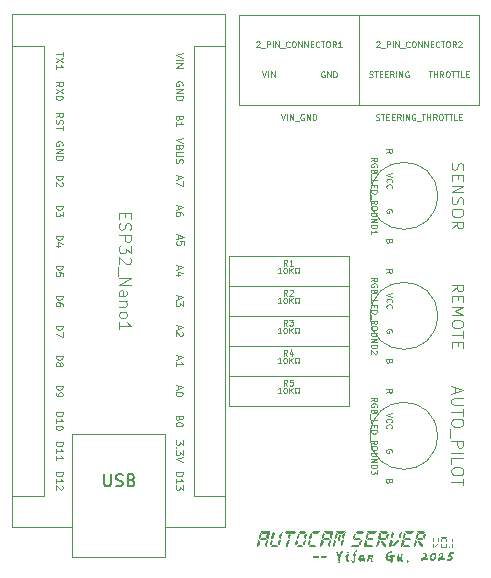
<source format=gto>
%TF.GenerationSoftware,KiCad,Pcbnew,9.0.0*%
%TF.CreationDate,2025-03-09T03:36:31-07:00*%
%TF.ProjectId,server,73657276-6572-42e6-9b69-6361645f7063,v0.1*%
%TF.SameCoordinates,Original*%
%TF.FileFunction,Legend,Top*%
%TF.FilePolarity,Positive*%
%FSLAX46Y46*%
G04 Gerber Fmt 4.6, Leading zero omitted, Abs format (unit mm)*
G04 Created by KiCad (PCBNEW 9.0.0) date 2025-03-09 03:36:31*
%MOMM*%
%LPD*%
G01*
G04 APERTURE LIST*
%ADD10C,0.100000*%
%ADD11C,0.300000*%
%ADD12C,0.062500*%
%ADD13C,0.125000*%
%ADD14C,0.075000*%
%ADD15C,0.150000*%
%ADD16C,0.120000*%
G04 APERTURE END LIST*
D10*
G36*
X56293179Y-63605268D02*
G01*
X56258801Y-63640866D01*
X56199023Y-63581149D01*
X56199023Y-63309245D01*
X56293179Y-63213930D01*
X56293179Y-63605268D01*
G37*
G36*
X56251169Y-63744181D02*
G01*
X55939393Y-64059254D01*
X55871921Y-64059254D01*
X55871921Y-63991355D01*
X56183697Y-63676037D01*
X56258801Y-63676037D01*
X56251169Y-63744181D01*
G37*
G36*
X55855373Y-63581271D02*
G01*
X55795534Y-63640866D01*
X55759935Y-63605390D01*
X55759935Y-63214968D01*
X55855373Y-63310039D01*
X55855373Y-63581271D01*
G37*
G36*
X55759935Y-64056201D02*
G01*
X55807013Y-64102974D01*
X55855373Y-64056201D01*
X55855373Y-63737708D01*
X55795595Y-63678296D01*
X55759935Y-63714933D01*
X55759935Y-64056201D01*
G37*
G36*
X56979013Y-63605695D02*
G01*
X56944635Y-63640866D01*
X56884857Y-63581515D01*
X56884857Y-63327014D01*
X56979013Y-63231515D01*
X56979013Y-63605695D01*
G37*
G36*
X56961183Y-63214907D02*
G01*
X56867027Y-63308696D01*
X56557694Y-63308696D01*
X56463538Y-63214907D01*
X56961183Y-63214907D01*
G37*
G36*
X56541207Y-63581027D02*
G01*
X56481368Y-63640866D01*
X56445769Y-63605207D01*
X56445769Y-63231027D01*
X56541207Y-63326526D01*
X56541207Y-63581027D01*
G37*
G36*
X56979013Y-64086365D02*
G01*
X56884857Y-63990805D01*
X56884857Y-63735938D01*
X56944635Y-63676037D01*
X56979013Y-63712979D01*
X56979013Y-64086365D01*
G37*
G36*
X56961183Y-64105905D02*
G01*
X56463538Y-64105905D01*
X56557694Y-64012115D01*
X56867027Y-64012115D01*
X56961183Y-64105905D01*
G37*
G36*
X56541207Y-63992087D02*
G01*
X56445769Y-64088075D01*
X56445769Y-63715116D01*
X56481429Y-63676037D01*
X56541207Y-63736182D01*
X56541207Y-63992087D01*
G37*
G36*
X57131603Y-64105905D02*
G01*
X57131603Y-64012115D01*
X57227041Y-64012115D01*
X57227041Y-64105905D01*
X57131603Y-64105905D01*
G37*
G36*
X57531795Y-63713406D02*
G01*
X57531795Y-64091250D01*
X57436296Y-63994530D01*
X57436296Y-63736670D01*
X57496136Y-63676037D01*
X57531795Y-63713406D01*
G37*
G36*
X57436296Y-63580843D02*
G01*
X57436296Y-63325365D01*
X57531795Y-63229561D01*
X57531795Y-63605085D01*
X57496136Y-63640866D01*
X57436296Y-63580843D01*
G37*
G36*
X45810703Y-64790044D02*
G01*
X45958348Y-64787419D01*
X46065832Y-64789306D01*
X46105382Y-64792975D01*
X46137561Y-64800669D01*
X46153681Y-64807630D01*
X46171877Y-64819415D01*
X46177493Y-64837021D01*
X46171877Y-64852754D01*
X46167664Y-64863928D01*
X46162046Y-64879193D01*
X46156490Y-64894519D01*
X46147392Y-64907769D01*
X46136046Y-64914470D01*
X46115152Y-64918211D01*
X45996877Y-64919615D01*
X45796659Y-64922424D01*
X45713484Y-64925570D01*
X45695909Y-64923828D01*
X45678323Y-64909535D01*
X45673500Y-64895863D01*
X45668310Y-64881880D01*
X45662941Y-64873368D01*
X45665684Y-64859532D01*
X45665684Y-64828757D01*
X45664890Y-64802257D01*
X45668579Y-64797119D01*
X45676308Y-64795235D01*
X45686750Y-64791998D01*
X45694505Y-64792609D01*
X45712354Y-64794747D01*
X45810703Y-64790044D01*
G37*
G36*
X46437919Y-64790044D02*
G01*
X46585564Y-64787419D01*
X46693048Y-64789306D01*
X46732598Y-64792975D01*
X46764777Y-64800669D01*
X46780897Y-64807630D01*
X46799093Y-64819415D01*
X46804709Y-64837021D01*
X46799093Y-64852754D01*
X46794880Y-64863928D01*
X46789262Y-64879193D01*
X46783706Y-64894519D01*
X46774607Y-64907769D01*
X46763262Y-64914470D01*
X46742367Y-64918211D01*
X46624093Y-64919615D01*
X46423875Y-64922424D01*
X46340700Y-64925570D01*
X46323125Y-64923828D01*
X46305538Y-64909535D01*
X46300715Y-64895863D01*
X46295525Y-64881880D01*
X46290157Y-64873368D01*
X46292900Y-64859532D01*
X46292900Y-64828757D01*
X46292106Y-64802257D01*
X46295795Y-64797119D01*
X46303524Y-64795235D01*
X46313965Y-64791998D01*
X46321720Y-64792609D01*
X46339570Y-64794747D01*
X46437919Y-64790044D01*
G37*
G36*
X48098831Y-64318167D02*
G01*
X48110300Y-64326483D01*
X48124110Y-64346805D01*
X48142367Y-64379655D01*
X48155068Y-64398523D01*
X48177477Y-64435587D01*
X48190178Y-64469781D01*
X48183145Y-64490591D01*
X48156656Y-64515943D01*
X48126997Y-64539619D01*
X48102128Y-64569005D01*
X48086741Y-64583720D01*
X48078376Y-64592818D01*
X48074834Y-64602588D01*
X48068545Y-64608145D01*
X48062317Y-64615167D01*
X48061584Y-64622127D01*
X48064393Y-64625669D01*
X48060241Y-64624936D01*
X48053159Y-64622625D01*
X48050410Y-64633302D01*
X48047601Y-64641728D01*
X48046197Y-64645880D01*
X48046868Y-64647284D01*
X48044792Y-64647284D01*
X48036366Y-64653574D01*
X48030810Y-64664076D01*
X48026657Y-64672503D01*
X48011942Y-64686485D01*
X48001500Y-64693446D01*
X47994478Y-64697660D01*
X47990265Y-64706025D01*
X47992351Y-64708688D01*
X48002905Y-64701812D01*
X48005652Y-64699003D01*
X48012694Y-64692825D01*
X48014079Y-64694851D01*
X48008461Y-64704620D01*
X47998020Y-64710177D01*
X47986846Y-64720008D01*
X47977809Y-64740952D01*
X47972191Y-64752858D01*
X47969382Y-64761895D01*
X47969382Y-64766109D01*
X47966574Y-64767513D01*
X47969382Y-64784305D01*
X47972937Y-64790584D01*
X47976404Y-64791266D01*
X47979213Y-64791266D01*
X47975000Y-64802440D01*
X47972863Y-64816423D01*
X47972191Y-64823445D01*
X47967306Y-64836023D01*
X47965230Y-64847197D01*
X47962483Y-64854158D01*
X47949171Y-64890550D01*
X47941539Y-64924744D01*
X47939402Y-64930362D01*
X47932441Y-64954847D01*
X47926151Y-64984889D01*
X47926151Y-64993926D01*
X47926823Y-65009313D01*
X47926151Y-65027510D01*
X47924075Y-65047782D01*
X47921999Y-65070802D01*
X47917847Y-65077824D01*
X47913634Y-65070802D01*
X47912230Y-65062436D01*
X47909421Y-65070802D01*
X47908749Y-65084846D01*
X47912230Y-65086189D01*
X47918458Y-65081976D01*
X47919862Y-65086189D01*
X47919862Y-65092478D01*
X47919862Y-65102248D01*
X47918966Y-65109482D01*
X47923343Y-65116231D01*
X47924747Y-65119711D01*
X47921206Y-65121848D01*
X47920534Y-65133694D01*
X47918625Y-65145711D01*
X47914245Y-65150486D01*
X47911003Y-65155042D01*
X47909482Y-65167277D01*
X47912230Y-65188221D01*
X47914977Y-65185413D01*
X47917725Y-65178452D01*
X47919129Y-65184741D01*
X47917725Y-65198052D01*
X47913512Y-65206417D01*
X47911375Y-65218996D01*
X47914916Y-65231574D01*
X47916321Y-65221805D01*
X47916880Y-65213967D01*
X47920473Y-65211974D01*
X47924686Y-65217592D01*
X47920534Y-65244153D01*
X47921938Y-65260884D01*
X47924747Y-65271386D01*
X47923343Y-65280484D01*
X47918397Y-65289521D01*
X47920534Y-65298619D01*
X47924747Y-65307045D01*
X47926090Y-65312602D01*
X47928838Y-65316815D01*
X47934456Y-65327989D01*
X47937264Y-65332813D01*
X47933051Y-65336294D01*
X47927495Y-65343926D01*
X47923343Y-65352963D01*
X47919923Y-65359863D01*
X47915771Y-65366091D01*
X47905391Y-65379280D01*
X47896589Y-65386936D01*
X47887439Y-65382089D01*
X47880478Y-65377876D01*
X47867289Y-65379280D01*
X47857116Y-65380936D01*
X47852756Y-65384837D01*
X47851159Y-65391467D01*
X47854161Y-65393141D01*
X47858343Y-65394271D01*
X47856909Y-65397354D01*
X47849948Y-65400102D01*
X47841643Y-65395278D01*
X47834744Y-65390515D01*
X47830591Y-65387890D01*
X47825096Y-65385325D01*
X47816974Y-65382088D01*
X47813983Y-65371342D01*
X47813877Y-65370976D01*
X47823936Y-65370976D01*
X47829492Y-65368167D01*
X47832899Y-65362855D01*
X47831568Y-65359741D01*
X47825340Y-65363954D01*
X47823936Y-65370976D01*
X47813877Y-65370976D01*
X47812265Y-65365426D01*
X47806961Y-65361512D01*
X47796124Y-65345819D01*
X47804335Y-65345819D01*
X47805679Y-65350643D01*
X47809892Y-65350643D01*
X47808487Y-65345758D01*
X47804335Y-65345819D01*
X47796124Y-65345819D01*
X47793467Y-65341972D01*
X47784246Y-65316815D01*
X47780705Y-65307717D01*
X47779357Y-65303357D01*
X47782781Y-65293734D01*
X47788811Y-65285619D01*
X47792612Y-65284636D01*
X47794688Y-65282560D01*
X47798229Y-65274195D01*
X47801709Y-65267699D01*
X47801710Y-65260884D01*
X47825340Y-65260884D01*
X47826012Y-65269310D01*
X47828149Y-65270714D01*
X47830897Y-65262288D01*
X47826745Y-65252518D01*
X47825340Y-65260884D01*
X47801710Y-65260884D01*
X47801710Y-65254961D01*
X47809892Y-65254961D01*
X47812701Y-65260517D01*
X47814105Y-65254961D01*
X47811296Y-65249343D01*
X47809892Y-65254961D01*
X47801710Y-65254961D01*
X47801710Y-65253923D01*
X47800153Y-65231417D01*
X47805750Y-65231417D01*
X47808487Y-65238169D01*
X47811296Y-65236765D01*
X47808487Y-65229804D01*
X47805750Y-65231417D01*
X47800153Y-65231417D01*
X47798229Y-65203609D01*
X47798214Y-65203242D01*
X47805740Y-65203242D01*
X47808487Y-65215821D01*
X47811296Y-65211608D01*
X47808487Y-65200433D01*
X47805740Y-65203242D01*
X47798214Y-65203242D01*
X47797801Y-65193473D01*
X47805740Y-65193473D01*
X47808487Y-65196220D01*
X47811296Y-65194816D01*
X47808487Y-65192068D01*
X47805740Y-65193473D01*
X47797801Y-65193473D01*
X47796473Y-65162026D01*
X47802931Y-65162026D01*
X47805679Y-65165507D01*
X47808487Y-65164102D01*
X47805679Y-65160622D01*
X47802931Y-65162026D01*
X47796473Y-65162026D01*
X47795495Y-65138867D01*
X47805238Y-65138867D01*
X47808426Y-65142120D01*
X47812579Y-65143525D01*
X47816059Y-65147005D01*
X47816792Y-65185413D01*
X47818440Y-65223209D01*
X47823447Y-65238535D01*
X47826745Y-65248305D01*
X47826745Y-65239573D01*
X47844941Y-65239573D01*
X47847688Y-65257708D01*
X47849764Y-65239573D01*
X47847017Y-65221377D01*
X47844941Y-65239573D01*
X47826745Y-65239573D01*
X47826745Y-65236459D01*
X47825523Y-65217592D01*
X47826745Y-65211974D01*
X47829492Y-65207761D01*
X47826256Y-65200800D01*
X47825523Y-65195182D01*
X47825523Y-65170025D01*
X47823020Y-65144868D01*
X47820516Y-65132290D01*
X47816378Y-65130526D01*
X47809831Y-65133694D01*
X47805238Y-65138867D01*
X47795495Y-65138867D01*
X47791207Y-65037279D01*
X47791081Y-65034104D01*
X47800122Y-65034104D01*
X47800122Y-65036913D01*
X47802931Y-65045278D01*
X47805740Y-65038317D01*
X47803867Y-65032700D01*
X47907894Y-65032700D01*
X47910703Y-65035508D01*
X47913512Y-65034104D01*
X47910703Y-65031295D01*
X47907894Y-65032700D01*
X47803867Y-65032700D01*
X47802931Y-65029891D01*
X47800122Y-65034104D01*
X47791081Y-65034104D01*
X47789131Y-64984889D01*
X47783269Y-64984156D01*
X47781865Y-64980004D01*
X47781377Y-64961137D01*
X47781377Y-64923401D01*
X47781377Y-64859776D01*
X47779911Y-64845793D01*
X47778507Y-64840175D01*
X47782037Y-64820368D01*
X47778507Y-64806653D01*
X47747427Y-64766109D01*
X47712012Y-64703949D01*
X47669574Y-64615167D01*
X47654676Y-64571874D01*
X47647667Y-64554010D01*
X47644051Y-64550870D01*
X47633426Y-64535482D01*
X47625672Y-64514538D01*
X47620665Y-64500556D01*
X47615719Y-64474727D01*
X47617784Y-64460398D01*
X47622802Y-64453050D01*
X47635564Y-64446761D01*
X47645455Y-64448837D01*
X47656752Y-64451646D01*
X47679405Y-64459340D01*
X47694976Y-64469781D01*
X47704928Y-64475399D01*
X47720391Y-64485634D01*
X47742420Y-64508249D01*
X47760267Y-64533254D01*
X47764402Y-64546656D01*
X47774110Y-64574622D01*
X47782476Y-64585125D01*
X47786689Y-64592818D01*
X47787422Y-64596970D01*
X47794382Y-64610953D01*
X47802015Y-64624936D01*
X47804824Y-64630554D01*
X47807572Y-64637515D01*
X47810380Y-64636110D01*
X47810380Y-64634034D01*
X47811785Y-64634706D01*
X47809709Y-64641728D01*
X47809709Y-64647284D01*
X47813189Y-64644537D01*
X47814476Y-64641174D01*
X47820150Y-64648689D01*
X47824363Y-64659863D01*
X47829187Y-64668961D01*
X47835476Y-64673846D01*
X47854283Y-64658520D01*
X47863937Y-64645575D01*
X48025497Y-64645575D01*
X48028306Y-64648323D01*
X48032519Y-64645575D01*
X48029710Y-64642766D01*
X48025497Y-64645575D01*
X47863937Y-64645575D01*
X47867079Y-64641362D01*
X47913512Y-64641362D01*
X47914916Y-64642766D01*
X47923343Y-64625974D01*
X47927495Y-64611991D01*
X47913512Y-64641362D01*
X47867079Y-64641362D01*
X47873090Y-64633302D01*
X47890553Y-64609549D01*
X47897650Y-64599413D01*
X47930304Y-64599413D01*
X47931708Y-64602222D01*
X47931708Y-64596604D01*
X47930304Y-64599413D01*
X47897650Y-64599413D01*
X47910092Y-64581644D01*
X47928166Y-64550198D01*
X47935174Y-64535454D01*
X47937264Y-64522904D01*
X47940073Y-64506173D01*
X47952713Y-64483825D01*
X47977259Y-64443952D01*
X48004676Y-64399928D01*
X48039554Y-64346136D01*
X48067934Y-64321648D01*
X48085594Y-64316513D01*
X48098831Y-64318167D01*
G37*
G36*
X47787055Y-65234322D02*
G01*
X47785651Y-65235727D01*
X47784246Y-65228766D01*
X47787055Y-65228766D01*
X47787055Y-65234322D01*
G37*
G36*
X47784185Y-65182604D02*
G01*
X47785685Y-65215724D01*
X47781377Y-65220339D01*
X47779972Y-65192435D01*
X47781377Y-65168682D01*
X47784185Y-65182604D01*
G37*
G36*
X47779972Y-65078801D02*
G01*
X47781377Y-65120078D01*
X47781377Y-65152928D01*
X47777163Y-65085823D01*
X47778568Y-65066222D01*
X47779972Y-65078801D01*
G37*
G36*
X47933112Y-65000582D02*
G01*
X47930304Y-65003329D01*
X47927495Y-65000582D01*
X47930304Y-64997773D01*
X47933112Y-65000582D01*
G37*
G36*
X47982083Y-64845426D02*
G01*
X47979335Y-64849579D01*
X47977931Y-64845426D01*
X47980679Y-64841213D01*
X47982083Y-64845426D01*
G37*
G36*
X47984892Y-64822346D02*
G01*
X47979335Y-64824422D01*
X47979335Y-64818865D01*
X47989105Y-64816056D01*
X47984892Y-64822346D01*
G37*
G36*
X47983487Y-64774840D02*
G01*
X47980740Y-64781130D01*
X47977955Y-64783731D01*
X47973718Y-64776916D01*
X47972985Y-64771360D01*
X47976527Y-64774108D01*
X47980740Y-64774108D01*
X47980740Y-64771360D01*
X47983487Y-64774840D01*
G37*
G36*
X48001012Y-64778321D02*
G01*
X47996127Y-64781130D01*
X47998203Y-64775573D01*
X48003088Y-64772764D01*
X48001012Y-64778321D01*
G37*
G36*
X47995944Y-64746569D02*
G01*
X47987517Y-64757011D01*
X47977015Y-64766109D01*
X47980495Y-64762628D01*
X47983992Y-64758368D01*
X47983365Y-64752126D01*
X47984709Y-64749317D01*
X47988922Y-64749317D01*
X47993105Y-64745047D01*
X47995944Y-64746569D01*
G37*
G36*
X48523569Y-64611991D02*
G01*
X48542867Y-64608518D01*
X48568388Y-64611991D01*
X48593667Y-64618952D01*
X48631586Y-64629455D01*
X48668161Y-64645514D01*
X48679147Y-64662166D01*
X48680232Y-64688082D01*
X48666757Y-64729411D01*
X48653393Y-64761494D01*
X48636471Y-64816056D01*
X48617542Y-64899893D01*
X48614000Y-64918821D01*
X48607772Y-64946116D01*
X48599702Y-65027112D01*
X48603759Y-65083101D01*
X48616137Y-65120810D01*
X48624561Y-65129700D01*
X48642149Y-65136198D01*
X48662215Y-65137945D01*
X48680801Y-65134793D01*
X48695597Y-65124609D01*
X48717315Y-65097058D01*
X48736593Y-65063934D01*
X48752425Y-65028548D01*
X48759508Y-65007604D01*
X48770292Y-64976039D01*
X48777765Y-64941902D01*
X48781978Y-64930728D01*
X48783724Y-64933438D01*
X48780574Y-64950329D01*
X48776361Y-64972127D01*
X48772819Y-64986171D01*
X48769949Y-64996735D01*
X48763660Y-65019938D01*
X48755234Y-65048759D01*
X48743916Y-65082596D01*
X48714323Y-65134488D01*
X48704431Y-65151402D01*
X48698814Y-65166850D01*
X48698814Y-65173872D01*
X48694539Y-65180894D01*
X48691731Y-65186512D01*
X48691731Y-65189381D01*
X48685021Y-65197495D01*
X48679091Y-65216065D01*
X48671275Y-65227361D01*
X48666650Y-65231415D01*
X48664986Y-65238596D01*
X48662409Y-65246761D01*
X48652346Y-65258319D01*
X48631342Y-65275111D01*
X48618030Y-65284941D01*
X48601971Y-65294833D01*
X48592141Y-65299047D01*
X48564175Y-65303260D01*
X48535979Y-65301561D01*
X48517952Y-65292086D01*
X48510991Y-65287872D01*
X48501160Y-65281522D01*
X48495543Y-65272424D01*
X48489986Y-65265463D01*
X48477816Y-65258266D01*
X48480155Y-65254228D01*
X48477346Y-65245863D01*
X48471790Y-65237436D01*
X48467577Y-65231880D01*
X48456342Y-65215088D01*
X48450785Y-65197564D01*
X48444435Y-65182115D01*
X48436008Y-65159706D01*
X48431185Y-65116963D01*
X48428075Y-65059301D01*
X48432589Y-65017557D01*
X48438146Y-64986782D01*
X48445167Y-64950329D01*
X48443763Y-64927920D01*
X48430941Y-64907901D01*
X48414958Y-64896734D01*
X48394792Y-64892932D01*
X48361559Y-64886019D01*
X48333559Y-64864986D01*
X48309368Y-64825826D01*
X48301257Y-64802327D01*
X48301650Y-64787114D01*
X48307964Y-64776916D01*
X48325541Y-64769560D01*
X48347165Y-64778321D01*
X48365573Y-64784610D01*
X48384962Y-64778321D01*
X48414220Y-64750520D01*
X48452189Y-64694484D01*
X48489253Y-64635744D01*
X48504265Y-64622267D01*
X48523569Y-64611991D01*
G37*
G36*
X48511174Y-64413666D02*
G01*
X48527966Y-64412262D01*
X48555932Y-64413666D01*
X48626248Y-64421832D01*
X48646973Y-64428992D01*
X48653934Y-64440228D01*
X48663704Y-64458363D01*
X48674206Y-64475154D01*
X48680557Y-64491946D01*
X48683544Y-64502559D01*
X48681228Y-64510142D01*
X48674325Y-64516238D01*
X48658819Y-64523392D01*
X48642488Y-64531300D01*
X48628716Y-64542260D01*
X48614733Y-64554839D01*
X48606584Y-64552268D01*
X48595133Y-64542260D01*
X48547566Y-64504525D01*
X48519908Y-64483930D01*
X48516731Y-64476559D01*
X48515326Y-64472346D01*
X48508365Y-64463247D01*
X48506961Y-64447189D01*
X48505557Y-64437419D01*
X48503419Y-64425512D01*
X48511174Y-64413666D01*
G37*
G36*
X49020726Y-65431731D02*
G01*
X49015841Y-65433869D01*
X49010956Y-65431731D01*
X49015841Y-65429655D01*
X49020726Y-65431731D01*
G37*
G36*
X49003201Y-65426847D02*
G01*
X49005338Y-65432464D01*
X48998988Y-65426847D01*
X48996912Y-65421290D01*
X49003201Y-65426847D01*
G37*
G36*
X48989951Y-65417077D02*
G01*
X48990623Y-65421290D01*
X48986410Y-65417077D01*
X48985738Y-65412864D01*
X48989951Y-65417077D01*
G37*
G36*
X49017917Y-65410055D02*
G01*
X49023535Y-65415672D01*
X49019321Y-65418481D01*
X49011628Y-65414268D01*
X49010223Y-65408650D01*
X49017917Y-65410055D01*
G37*
G36*
X49327369Y-64283134D02*
G01*
X49348194Y-64297468D01*
X49363521Y-64310046D01*
X49363521Y-64349125D01*
X49361737Y-64384950D01*
X49357964Y-64400843D01*
X49344133Y-64420556D01*
X49325663Y-64434427D01*
X49315893Y-64437907D01*
X49318702Y-64426000D01*
X49324259Y-64392478D01*
X49322854Y-64357551D01*
X49311680Y-64348453D01*
X49303126Y-64347048D01*
X49293423Y-64349858D01*
X49273883Y-64365917D01*
X49256784Y-64391456D01*
X49234683Y-64439312D01*
X49216111Y-64491300D01*
X49203847Y-64537864D01*
X49195482Y-64574866D01*
X49189864Y-64603565D01*
X49189372Y-64622499D01*
X49192673Y-64630798D01*
X49202843Y-64634798D01*
X49240239Y-64637087D01*
X49279173Y-64639625D01*
X49300445Y-64645514D01*
X49317633Y-64656031D01*
X49334089Y-64671953D01*
X49348063Y-64693849D01*
X49341050Y-64698514D01*
X49333906Y-64692225D01*
X49331645Y-64688743D01*
X49327434Y-64690821D01*
X49325297Y-64700713D01*
X49325836Y-64705861D01*
X49321022Y-64713596D01*
X49316398Y-64721133D01*
X49317420Y-64725747D01*
X49316748Y-64735761D01*
X49313146Y-64745104D01*
X49319618Y-64754385D01*
X49322928Y-64758477D01*
X49315344Y-64760064D01*
X49292385Y-64760064D01*
X49235843Y-64763605D01*
X49190780Y-64771299D01*
X49180705Y-64781007D01*
X49177896Y-64887009D01*
X49172278Y-65119955D01*
X49156195Y-65239803D01*
X49141443Y-65293001D01*
X49135764Y-65313213D01*
X49128070Y-65334095D01*
X49125933Y-65343132D01*
X49124529Y-65345941D01*
X49121781Y-65350154D01*
X49117276Y-65358242D01*
X49115919Y-65355589D01*
X49113111Y-65358336D01*
X49114515Y-65361145D01*
X49117098Y-65358561D01*
X49114027Y-65364076D01*
X49096502Y-65386424D01*
X49078917Y-65400346D01*
X49070792Y-65402429D01*
X49067071Y-65400346D01*
X49064393Y-65397988D01*
X49057179Y-65398942D01*
X49044601Y-65400346D01*
X49044601Y-65403155D01*
X49047409Y-65405964D01*
X49054370Y-65411520D01*
X49041853Y-65410116D01*
X49014944Y-65403283D01*
X49011995Y-65400957D01*
X49026343Y-65400957D01*
X49031900Y-65404498D01*
X49035380Y-65403094D01*
X49036113Y-65401690D01*
X49030495Y-65397476D01*
X49026343Y-65400957D01*
X49011995Y-65400957D01*
X49004178Y-65394790D01*
X49001370Y-65400346D01*
X49001370Y-65407368D01*
X48991600Y-65397537D01*
X48967969Y-65369633D01*
X48959604Y-65356993D01*
X48951239Y-65340262D01*
X48948430Y-65336049D01*
X48942873Y-65333241D01*
X48937256Y-65322066D01*
X48935851Y-65316510D01*
X48933043Y-65316510D01*
X48933043Y-65313701D01*
X48937296Y-65312013D01*
X48944217Y-65319258D01*
X48953315Y-65331836D01*
X48960947Y-65343010D01*
X48971389Y-65358398D01*
X48976274Y-65368167D01*
X48986715Y-65383555D01*
X48998561Y-65391981D01*
X48999934Y-65386398D01*
X48996465Y-65382211D01*
X49027748Y-65382211D01*
X49030922Y-65385783D01*
X49047348Y-65387768D01*
X49054309Y-65384959D01*
X49086427Y-65384959D01*
X49089175Y-65386363D01*
X49096197Y-65380807D01*
X49086427Y-65384959D01*
X49054309Y-65384959D01*
X49046066Y-65382211D01*
X49058522Y-65382211D01*
X49064140Y-65379402D01*
X49069025Y-65377998D01*
X49075986Y-65381478D01*
X49082336Y-65379402D01*
X49082336Y-65377265D01*
X49076718Y-65376594D01*
X49069696Y-65376594D01*
X49079527Y-65365420D01*
X49098781Y-65334541D01*
X49114515Y-65278774D01*
X49125017Y-65227728D01*
X49125689Y-65214477D01*
X49122941Y-65214477D01*
X49111035Y-65259174D01*
X49094915Y-65309488D01*
X49090701Y-65328356D01*
X49081603Y-65344476D01*
X49072505Y-65359130D01*
X49064140Y-65372380D01*
X49058522Y-65382211D01*
X49046066Y-65382211D01*
X49045883Y-65382150D01*
X49033304Y-65381478D01*
X49027748Y-65382211D01*
X48996465Y-65382211D01*
X48986043Y-65369633D01*
X48976274Y-65357726D01*
X48975868Y-65357054D01*
X48987448Y-65357054D01*
X48990256Y-65361206D01*
X48991600Y-65358398D01*
X48988353Y-65353152D01*
X48987448Y-65357054D01*
X48975868Y-65357054D01*
X48970778Y-65348628D01*
X48969691Y-65347162D01*
X48977312Y-65347162D01*
X48980120Y-65349971D01*
X48982929Y-65348567D01*
X48980120Y-65345758D01*
X48977312Y-65347162D01*
X48969691Y-65347162D01*
X48955199Y-65327623D01*
X48964733Y-65327623D01*
X48966137Y-65333179D01*
X48970351Y-65338797D01*
X48968946Y-65333179D01*
X48964733Y-65327623D01*
X48955199Y-65327623D01*
X48949310Y-65319682D01*
X48946004Y-65313640D01*
X48960520Y-65313640D01*
X48963329Y-65317120D01*
X48966137Y-65315716D01*
X48963329Y-65312236D01*
X48960520Y-65313640D01*
X48946004Y-65313640D01*
X48940659Y-65303870D01*
X48950750Y-65303870D01*
X48952155Y-65309427D01*
X48955574Y-65310160D01*
X48954902Y-65303870D01*
X48950750Y-65303870D01*
X48940659Y-65303870D01*
X48934513Y-65292635D01*
X48939515Y-65292635D01*
X48942995Y-65295444D01*
X48946537Y-65294040D01*
X48942995Y-65291292D01*
X48939515Y-65292635D01*
X48934513Y-65292635D01*
X48933043Y-65289948D01*
X48928158Y-65279446D01*
X48924677Y-65276637D01*
X48922540Y-65276637D01*
X48923273Y-65273157D01*
X48919060Y-65255022D01*
X48914846Y-65235421D01*
X48917655Y-65238230D01*
X48924677Y-65241711D01*
X48927486Y-65242443D01*
X48924677Y-65245191D01*
X48923273Y-65249404D01*
X48927486Y-65252213D01*
X48929562Y-65252946D01*
X48930295Y-65256365D01*
X48930295Y-65259174D01*
X48933775Y-65259907D01*
X48937256Y-65266196D01*
X48941469Y-65273157D01*
X48940964Y-65271752D01*
X48959543Y-65271752D01*
X48960215Y-65274561D01*
X48963756Y-65278713D01*
X48965161Y-65284331D01*
X48967969Y-65281522D01*
X48967969Y-65278774D01*
X48965663Y-65270577D01*
X48959543Y-65271752D01*
X48940964Y-65271752D01*
X48934447Y-65253617D01*
X48930295Y-65231208D01*
X48934447Y-65238230D01*
X48940004Y-65243787D01*
X48942080Y-65244519D01*
X48941408Y-65246595D01*
X48942765Y-65254538D01*
X48945621Y-65256365D01*
X48947697Y-65257098D01*
X48951239Y-65261983D01*
X48956100Y-65269171D01*
X48960947Y-65267600D01*
X48962352Y-65263387D01*
X48959543Y-65257769D01*
X48956734Y-65254289D01*
X48960947Y-65254289D01*
X48965161Y-65261983D01*
X48970717Y-65271752D01*
X48981157Y-65286131D01*
X48979082Y-65288544D01*
X48977678Y-65291353D01*
X48984639Y-65291353D01*
X48986043Y-65287140D01*
X48991600Y-65291353D01*
X48997889Y-65296909D01*
X49009002Y-65303199D01*
X49025733Y-65310892D01*
X49034923Y-65309796D01*
X49041120Y-65303870D01*
X49049424Y-65292025D01*
X49054309Y-65278042D01*
X49060598Y-65255693D01*
X49064079Y-65237497D01*
X49065483Y-65231208D01*
X49066888Y-65222843D01*
X49066888Y-65215882D01*
X49072444Y-65211669D01*
X49075253Y-65214477D01*
X49075253Y-65222843D01*
X49072444Y-65240367D01*
X49068231Y-65255022D01*
X49062674Y-65270348D01*
X49054920Y-65289887D01*
X49054248Y-65308083D01*
X49056731Y-65310824D01*
X49056324Y-65318586D01*
X49050035Y-65334645D01*
X49047287Y-65343071D01*
X49053512Y-65338633D01*
X49059990Y-65325902D01*
X49066411Y-65325902D01*
X49066888Y-65336049D01*
X49075996Y-65317343D01*
X49092045Y-65263387D01*
X49105010Y-65204753D01*
X49106003Y-65197625D01*
X49128498Y-65197625D01*
X49131307Y-65200433D01*
X49134116Y-65199029D01*
X49131307Y-65196220D01*
X49128498Y-65197625D01*
X49106003Y-65197625D01*
X49106973Y-65190664D01*
X49155120Y-65190664D01*
X49156525Y-65194816D01*
X49156525Y-65189259D01*
X49155120Y-65190664D01*
X49106973Y-65190664D01*
X49108050Y-65182934D01*
X49151926Y-65182934D01*
X49153716Y-65185046D01*
X49157929Y-65173872D01*
X49158574Y-65163359D01*
X49155120Y-65171063D01*
X49151926Y-65182934D01*
X49108050Y-65182934D01*
X49111645Y-65157141D01*
X49112317Y-65145296D01*
X49112317Y-65137602D01*
X49111645Y-65134793D01*
X49109214Y-65142144D01*
X49099067Y-65210264D01*
X49090640Y-65248000D01*
X49080138Y-65285735D01*
X49071040Y-65312297D01*
X49066411Y-65325902D01*
X49059990Y-65325902D01*
X49065483Y-65315105D01*
X49076056Y-65285703D01*
X49085633Y-65241039D01*
X49093388Y-65164102D01*
X49095647Y-65157080D01*
X49097907Y-65149387D01*
X49101692Y-65141021D01*
X49101692Y-65133389D01*
X49100960Y-65123558D01*
X49107005Y-65126367D01*
X49112866Y-65131252D01*
X49112866Y-65123558D01*
X49115675Y-65112384D01*
X49120569Y-65105795D01*
X49115675Y-65103958D01*
X49111462Y-65100477D01*
X49115675Y-65096997D01*
X49119888Y-65092844D01*
X49115675Y-65087227D01*
X49113080Y-65082617D01*
X49111462Y-65059933D01*
X49111462Y-65031234D01*
X49111462Y-65013099D01*
X49108653Y-64996308D01*
X49104562Y-64985133D01*
X49103035Y-64977244D01*
X49099831Y-64975425D01*
X49108897Y-64975425D01*
X49111706Y-64979577D01*
X49112378Y-64975425D01*
X49109569Y-64971212D01*
X49108897Y-64975425D01*
X49099831Y-64975425D01*
X49099616Y-64975303D01*
X49097540Y-64971822D01*
X49100349Y-64965533D01*
X49100349Y-64962724D01*
X49107310Y-64963457D01*
X49112927Y-64964190D01*
X49110119Y-64961381D01*
X49107310Y-64955763D01*
X49108714Y-64954359D01*
X49112413Y-64958923D01*
X49114332Y-64955763D01*
X49114332Y-64950146D01*
X49108714Y-64940376D01*
X49104562Y-64934819D01*
X49110058Y-64933415D01*
X49116347Y-64929202D01*
X49115675Y-64921508D01*
X49111462Y-64867653D01*
X49113314Y-64823053D01*
X49115675Y-64817339D01*
X49117080Y-64815934D01*
X49114271Y-64808973D01*
X49111584Y-64803356D01*
X49108958Y-64807569D01*
X49107462Y-64810313D01*
X49101387Y-64807569D01*
X49100105Y-64803356D01*
X49097601Y-64793586D01*
X49099006Y-64793586D01*
X49103899Y-64796006D01*
X49107310Y-64792182D01*
X49108714Y-64787968D01*
X49110119Y-64793586D01*
X49112866Y-64799142D01*
X49115614Y-64787968D01*
X49114210Y-64779603D01*
X49072444Y-64779603D01*
X49035075Y-64777541D01*
X49025061Y-64773985D01*
X49015418Y-64760590D01*
X49008330Y-64732037D01*
X49002313Y-64714384D01*
X48995691Y-64719458D01*
X48991056Y-64727505D01*
X48990134Y-64725076D01*
X48991478Y-64718176D01*
X48994474Y-64708418D01*
X48992210Y-64699308D01*
X48989402Y-64683921D01*
X48998500Y-64669938D01*
X49009735Y-64662244D01*
X49018100Y-64658031D01*
X49021581Y-64655955D01*
X49022313Y-64662244D01*
X49033426Y-64666396D01*
X49052729Y-64664064D01*
X49065544Y-64657970D01*
X49068183Y-64654960D01*
X49098945Y-64648200D01*
X49111462Y-64644048D01*
X49111704Y-64639957D01*
X49122941Y-64639957D01*
X49124346Y-64644109D01*
X49124346Y-64637148D01*
X49122941Y-64639957D01*
X49111704Y-64639957D01*
X49112866Y-64620296D01*
X49114271Y-64609122D01*
X49119827Y-64604908D01*
X49119827Y-64606313D01*
X49121232Y-64611930D01*
X49123979Y-64624509D01*
X49128132Y-64620296D01*
X49128132Y-64599352D01*
X49125384Y-64586773D01*
X49123979Y-64590986D01*
X49121171Y-64589582D01*
X49121842Y-64582560D01*
X49117629Y-64586773D01*
X49114149Y-64590315D01*
X49115553Y-64583965D01*
X49119766Y-64571386D01*
X49122423Y-64561618D01*
X49123979Y-64525285D01*
X49126727Y-64500128D01*
X49125323Y-64497319D01*
X49121171Y-64510631D01*
X49115614Y-64537864D01*
X49112866Y-64564425D01*
X49112134Y-64572119D01*
X49105905Y-64568577D01*
X49104501Y-64560945D01*
X49107310Y-64544153D01*
X49110790Y-64528094D01*
X49112866Y-64518263D01*
X49115675Y-64514111D01*
X49117019Y-64514783D01*
X49117019Y-64512707D01*
X49118423Y-64506417D01*
X49118423Y-64502204D01*
X49118423Y-64491702D01*
X49122575Y-64483336D01*
X49129536Y-64481932D01*
X49129536Y-64484741D01*
X49128132Y-64493106D01*
X49132284Y-64487550D01*
X49136104Y-64481173D01*
X49133627Y-64477719D01*
X49130496Y-64470767D01*
X49135031Y-64456775D01*
X49137779Y-64444197D01*
X49140861Y-64430417D01*
X49151701Y-64413422D01*
X49154510Y-64412079D01*
X49157413Y-64413772D01*
X49162875Y-64406461D01*
X49167027Y-64398096D01*
X49164280Y-64396691D01*
X49178201Y-64375686D01*
X49183819Y-64365917D01*
X49210930Y-64333799D01*
X49249276Y-64297468D01*
X49263137Y-64287637D01*
X49278524Y-64280676D01*
X49304643Y-64277598D01*
X49327369Y-64283134D01*
G37*
G36*
X48990256Y-65380807D02*
G01*
X48990256Y-65383555D01*
X48984639Y-65376594D01*
X48986043Y-65373785D01*
X48990256Y-65380807D01*
G37*
G36*
X49117324Y-65358336D02*
G01*
X49117098Y-65358561D01*
X49117276Y-65358242D01*
X49117324Y-65358336D01*
G37*
G36*
X48927486Y-65296909D02*
G01*
X48928890Y-65303931D01*
X48931699Y-65312297D01*
X48927486Y-65305336D01*
X48921930Y-65294101D01*
X48923032Y-65290525D01*
X48927486Y-65296909D01*
G37*
G36*
X48919915Y-65271691D02*
G01*
X48917106Y-65273096D01*
X48914297Y-65270348D01*
X48917106Y-65268944D01*
X48919915Y-65271691D01*
G37*
G36*
X48955574Y-65245191D02*
G01*
X48954902Y-65249343D01*
X48952155Y-65245191D01*
X48952826Y-65240978D01*
X48955574Y-65245191D01*
G37*
G36*
X48905932Y-65238169D02*
G01*
X48903123Y-65240978D01*
X48900314Y-65236765D01*
X48903123Y-65233956D01*
X48905932Y-65238169D01*
G37*
G36*
X48945133Y-65227056D02*
G01*
X48947558Y-65234455D01*
X48940919Y-65236826D01*
X48938111Y-65232674D01*
X48940187Y-65224980D01*
X48945133Y-65227056D01*
G37*
G36*
X48900925Y-65187916D02*
G01*
X48900925Y-65196281D01*
X48905138Y-65194877D01*
X48906542Y-65190725D01*
X48907947Y-65193473D01*
X48910755Y-65204647D01*
X48911497Y-65211904D01*
X48907947Y-65221438D01*
X48906542Y-65217286D01*
X48906542Y-65209593D01*
X48900925Y-65208188D01*
X48896711Y-65208860D01*
X48899520Y-65206051D01*
X48901596Y-65202571D01*
X48898116Y-65199090D01*
X48895467Y-65197394D01*
X48898116Y-65183703D01*
X48899520Y-65179490D01*
X48902329Y-65179490D01*
X48900925Y-65187916D01*
G37*
G36*
X48935302Y-65211608D02*
G01*
X48939515Y-65215821D01*
X48938414Y-65218287D01*
X48933897Y-65214416D01*
X48932554Y-65210936D01*
X48935302Y-65211608D01*
G37*
G36*
X49079527Y-65201838D02*
G01*
X49077390Y-65207394D01*
X49073910Y-65201838D01*
X49075986Y-65196220D01*
X49079527Y-65201838D01*
G37*
G36*
X48917106Y-65189259D02*
G01*
X48914297Y-65193411D01*
X48913625Y-65189259D01*
X48916373Y-65185046D01*
X48917106Y-65189259D01*
G37*
G36*
X49079466Y-65178085D02*
G01*
X49075253Y-65185046D01*
X49076657Y-65172468D01*
X49080871Y-65164102D01*
X49079466Y-65178085D01*
G37*
G36*
X48900314Y-65159889D02*
G01*
X48900314Y-65171063D01*
X48897505Y-65162698D01*
X48898177Y-65154333D01*
X48900314Y-65159889D01*
G37*
G36*
X49083008Y-65153600D02*
G01*
X49079527Y-65154333D01*
X49081603Y-65149448D01*
X49085145Y-65148715D01*
X49083008Y-65153600D01*
G37*
G36*
X48911549Y-65144563D02*
G01*
X48908740Y-65145906D01*
X48905932Y-65143159D01*
X48908740Y-65141754D01*
X48911549Y-65144563D01*
G37*
G36*
X49078795Y-65141754D02*
G01*
X49075314Y-65144502D01*
X49073910Y-65141754D01*
X49077390Y-65138945D01*
X49078795Y-65141754D01*
G37*
G36*
X49082336Y-65123558D02*
G01*
X49080932Y-65120749D01*
X49082336Y-65117940D01*
X49082336Y-65123558D01*
G37*
G36*
X49106067Y-65093445D02*
G01*
X49105905Y-65101149D01*
X49101855Y-65104992D01*
X49098883Y-65102492D01*
X49102364Y-65096936D01*
X49101692Y-65094127D01*
X49101692Y-65091318D01*
X49106067Y-65093445D01*
G37*
G36*
X49086488Y-65067687D02*
G01*
X49089969Y-65083075D01*
X49087954Y-65090036D01*
X49085145Y-65087227D01*
X49080932Y-65063474D01*
X49082336Y-65057857D01*
X49086488Y-65067687D01*
G37*
G36*
X49098700Y-65027021D02*
G01*
X49103158Y-65029830D01*
X49103158Y-65031234D01*
X49103158Y-65043813D01*
X49107029Y-65067127D01*
X49104562Y-65078801D01*
X49099677Y-65061337D01*
X49097601Y-65035447D01*
X49097601Y-65025617D01*
X49098700Y-65027021D01*
G37*
G36*
X49085145Y-65039722D02*
G01*
X49082336Y-65042469D01*
X49081603Y-65039722D01*
X49084412Y-65036913D01*
X49085145Y-65039722D01*
G37*
G36*
X49085145Y-65027815D02*
G01*
X49082336Y-65031295D01*
X49079527Y-65027815D01*
X49082336Y-65024334D01*
X49085145Y-65027815D01*
G37*
G36*
X49085145Y-65018717D02*
G01*
X49082336Y-65021526D01*
X49079527Y-65018717D01*
X49082336Y-65015908D01*
X49085145Y-65018717D01*
G37*
G36*
X49107554Y-64906915D02*
G01*
X49106150Y-64904106D01*
X49107554Y-64901297D01*
X49107554Y-64906915D01*
G37*
G36*
X49108897Y-64872721D02*
G01*
X49106089Y-64873392D01*
X49103341Y-64870583D01*
X49106089Y-64869912D01*
X49108897Y-64872721D01*
G37*
G36*
X49086549Y-64853792D02*
G01*
X49083740Y-64859409D01*
X49082336Y-64853792D01*
X49085145Y-64848174D01*
X49086549Y-64853792D01*
G37*
G36*
X49101937Y-64846831D02*
G01*
X49106150Y-64855196D01*
X49101937Y-64852448D01*
X49097723Y-64844022D01*
X49101937Y-64846831D01*
G37*
G36*
X49093388Y-64834130D02*
G01*
X49093388Y-64836939D01*
X49090579Y-64832787D01*
X49093388Y-64834130D01*
G37*
G36*
X49086549Y-64814652D02*
G01*
X49087954Y-64820269D01*
X49089969Y-64827230D01*
X49086549Y-64824422D01*
X49082336Y-64814652D01*
X49083305Y-64811177D01*
X49086549Y-64814652D01*
G37*
G36*
X49826055Y-64693691D02*
G01*
X49859625Y-64711776D01*
X49868615Y-64720130D01*
X49876984Y-64730655D01*
X49885712Y-64732708D01*
X49891329Y-64736922D01*
X49894871Y-64741868D01*
X49902748Y-64741135D01*
X49909770Y-64736922D01*
X49921655Y-64731988D01*
X49936820Y-64739730D01*
X49945052Y-64751034D01*
X49950925Y-64767635D01*
X49956577Y-64804484D01*
X49953733Y-64836023D01*
X49946242Y-64884889D01*
X49946773Y-64923951D01*
X49949625Y-64966877D01*
X49958191Y-65009130D01*
X49971164Y-65046612D01*
X49981150Y-65062131D01*
X49995438Y-65067687D01*
X50013718Y-65060823D01*
X50032403Y-65035351D01*
X50051675Y-64976951D01*
X50054423Y-64968586D01*
X50057170Y-64971395D01*
X50057170Y-64981164D01*
X50058575Y-64993743D01*
X50062498Y-64990400D01*
X50066818Y-64972799D01*
X50070366Y-64965451D01*
X50075244Y-64971395D01*
X50076649Y-64975547D01*
X50077502Y-64998562D01*
X50066818Y-65045400D01*
X50064009Y-65065001D01*
X50057170Y-65088753D01*
X50050331Y-65117391D01*
X50044042Y-65143952D01*
X50037814Y-65159279D01*
X50028411Y-65179490D01*
X50018284Y-65204427D01*
X50022121Y-65208860D01*
X50024620Y-65212204D01*
X50019068Y-65218630D01*
X50019068Y-65227728D01*
X50020779Y-65230859D01*
X50027434Y-65231208D01*
X50032319Y-65231269D01*
X50021816Y-65242443D01*
X50007323Y-65253203D01*
X49994156Y-65256365D01*
X49978300Y-65253721D01*
X49947078Y-65242626D01*
X49929204Y-65231207D01*
X49911785Y-65211485D01*
X49898122Y-65187773D01*
X49891119Y-65168316D01*
X50021938Y-65168316D01*
X50023917Y-65170209D01*
X50029571Y-65163492D01*
X50035921Y-65149509D01*
X50041478Y-65133389D01*
X50045691Y-65119406D01*
X50038730Y-65126428D01*
X50022756Y-65156445D01*
X50021938Y-65168316D01*
X49891119Y-65168316D01*
X49889009Y-65162454D01*
X49878832Y-65141209D01*
X49861349Y-65134793D01*
X49848098Y-65151524D01*
X49835520Y-65166850D01*
X49833444Y-65169659D01*
X49822331Y-65189198D01*
X49798798Y-65213031D01*
X49770796Y-65228216D01*
X49751317Y-65237314D01*
X49725550Y-65248488D01*
X49702591Y-65257464D01*
X49674747Y-65260273D01*
X49635729Y-65256060D01*
X49607908Y-65247351D01*
X49575157Y-65230292D01*
X49545844Y-65209129D01*
X49529972Y-65191885D01*
X49509225Y-65154822D01*
X49497915Y-65126306D01*
X49486741Y-65084418D01*
X49481866Y-65058806D01*
X49480541Y-65029891D01*
X49663451Y-65029891D01*
X49665540Y-65059688D01*
X49670412Y-65076053D01*
X49689921Y-65101984D01*
X49708852Y-65107712D01*
X49731595Y-65096997D01*
X49748561Y-65080398D01*
X49774764Y-65045278D01*
X49815126Y-64975425D01*
X49841743Y-64908612D01*
X49847121Y-64884566D01*
X49840283Y-64855196D01*
X49830536Y-64826870D01*
X49831917Y-64799265D01*
X49836943Y-64771606D01*
X49834726Y-64762933D01*
X49816774Y-64757377D01*
X49800898Y-64758781D01*
X49789846Y-64763666D01*
X49771162Y-64771360D01*
X49742158Y-64802806D01*
X49714559Y-64846831D01*
X49700698Y-64870583D01*
X49693126Y-64890184D01*
X49682807Y-64916684D01*
X49669061Y-64959563D01*
X49663451Y-65029891D01*
X49480541Y-65029891D01*
X49479780Y-65013282D01*
X49482535Y-64966747D01*
X49489672Y-64933720D01*
X49502057Y-64898047D01*
X49522156Y-64854158D01*
X49545863Y-64812892D01*
X49581446Y-64766902D01*
X49620910Y-64727100D01*
X49638260Y-64715428D01*
X49830757Y-64715428D01*
X49837779Y-64719641D01*
X49848282Y-64723794D01*
X49853166Y-64723794D01*
X49843397Y-64718237D01*
X49830757Y-64715428D01*
X49638260Y-64715428D01*
X49647880Y-64708956D01*
X49722741Y-64678303D01*
X49760843Y-64674090D01*
X49787709Y-64674090D01*
X49826055Y-64693691D01*
G37*
G36*
X50695010Y-64677998D02*
G01*
X50715207Y-64692078D01*
X50725113Y-64710116D01*
X50727191Y-64728453D01*
X50725113Y-64765376D01*
X50715283Y-64820575D01*
X50702704Y-64848480D01*
X50692202Y-64871560D01*
X50687317Y-64877850D01*
X50686584Y-64880659D01*
X50684508Y-64896046D01*
X50666429Y-64954809D01*
X50656481Y-65002230D01*
X50650925Y-65056758D01*
X50648788Y-65066588D01*
X50648116Y-65076358D01*
X50653733Y-65130824D01*
X50666613Y-65152107D01*
X50685912Y-65168560D01*
X50695682Y-65178391D01*
X50678219Y-65171430D01*
X50655077Y-65156042D01*
X50647383Y-65145540D01*
X50643903Y-65139922D01*
X50641766Y-65136442D01*
X50643577Y-65134575D01*
X50642498Y-65124596D01*
X50640361Y-65109209D01*
X50639689Y-65079106D01*
X50636881Y-65055353D01*
X50635537Y-65062375D01*
X50634133Y-65066527D01*
X50629920Y-65069336D01*
X50632729Y-65076358D01*
X50630591Y-65079106D01*
X50625707Y-65082647D01*
X50630591Y-65089608D01*
X50635537Y-65104263D01*
X50634133Y-65114765D01*
X50629920Y-65116841D01*
X50626378Y-65120383D01*
X50631324Y-65124596D01*
X50634226Y-65125727D01*
X50635537Y-65132229D01*
X50638914Y-65149435D01*
X50649520Y-65165812D01*
X50668600Y-65180998D01*
X50701300Y-65193717D01*
X50713878Y-65200739D01*
X50696415Y-65196587D01*
X50681699Y-65191702D01*
X50662099Y-65182543D01*
X50638804Y-65167970D01*
X50634133Y-65160194D01*
X50627111Y-65146212D01*
X50621493Y-65140655D01*
X50624302Y-65151829D01*
X50632652Y-65172487D01*
X50655270Y-65191372D01*
X50699895Y-65208555D01*
X50747462Y-65213317D01*
X50800707Y-65211913D01*
X50811881Y-65211913D01*
X50816094Y-65217530D01*
X50824491Y-65218522D01*
X50842716Y-65211913D01*
X50851082Y-65209104D01*
X50855295Y-65207028D01*
X50864393Y-65201471D01*
X50880513Y-65197258D01*
X50887535Y-65199334D01*
X50883322Y-65200067D01*
X50879109Y-65202143D01*
X50874163Y-65207700D01*
X50869278Y-65204952D01*
X50866469Y-65202876D01*
X50865126Y-65208432D01*
X50860912Y-65213317D01*
X50852486Y-65211913D01*
X50851082Y-65212646D01*
X50851082Y-65214722D01*
X50848273Y-65217530D01*
X50840579Y-65221011D01*
X50830077Y-65225224D01*
X50818903Y-65228705D01*
X50810537Y-65230109D01*
X50804920Y-65232918D01*
X50798569Y-65235665D01*
X50783854Y-65241283D01*
X50774084Y-65245496D01*
X50756621Y-65248305D01*
X50723098Y-65252457D01*
X50705635Y-65255266D01*
X50709787Y-65258014D01*
X50713268Y-65260151D01*
X50711192Y-65265036D01*
X50708444Y-65263631D01*
X50702826Y-65263631D01*
X50667106Y-65263631D01*
X50634316Y-65262227D01*
X50628804Y-65262430D01*
X50613311Y-65255266D01*
X50612888Y-65254961D01*
X50690858Y-65254961D01*
X50696415Y-65257708D01*
X50702032Y-65254961D01*
X50696415Y-65252152D01*
X50690858Y-65254961D01*
X50612888Y-65254961D01*
X50588093Y-65237070D01*
X50581650Y-65226995D01*
X50790265Y-65226995D01*
X50795822Y-65226323D01*
X50806996Y-65222782D01*
X50814018Y-65219973D01*
X50809866Y-65218568D01*
X50798631Y-65221377D01*
X50790265Y-65226995D01*
X50581650Y-65226995D01*
X50572845Y-65213226D01*
X50561816Y-65173592D01*
X50557380Y-65111285D01*
X50559644Y-65053115D01*
X50565806Y-65006444D01*
X50572828Y-64968708D01*
X50578385Y-64950573D01*
X50599143Y-64899721D01*
X50600794Y-64889024D01*
X50609220Y-64859715D01*
X50630612Y-64793706D01*
X50636260Y-64755607D01*
X50633034Y-64735273D01*
X50623869Y-64727014D01*
X50602198Y-64725503D01*
X50581926Y-64731121D01*
X50562326Y-64740891D01*
X50556036Y-64747851D01*
X50553899Y-64753469D01*
X50552556Y-64750660D01*
X50551884Y-64747851D01*
X50545656Y-64751393D01*
X50544984Y-64757682D01*
X50540832Y-64759026D01*
X50536680Y-64759026D01*
X50534604Y-64759758D01*
X50535337Y-64760430D01*
X50522819Y-64775817D01*
X50476596Y-64831749D01*
X50459100Y-64860929D01*
X50455164Y-64875041D01*
X50453027Y-64886948D01*
X50446738Y-64907220D01*
X50434436Y-64954883D01*
X50415963Y-65006444D01*
X50400576Y-65046988D01*
X50366931Y-65128077D01*
X50364122Y-65136442D01*
X50358505Y-65146273D01*
X50355024Y-65158851D01*
X50354353Y-65167888D01*
X50350140Y-65181138D01*
X50348735Y-65188893D01*
X50344522Y-65190969D01*
X50341774Y-65196587D01*
X50340415Y-65202672D01*
X50331943Y-65209165D01*
X50317961Y-65220339D01*
X50311610Y-65225896D01*
X50309534Y-65230109D01*
X50306725Y-65239879D01*
X50302573Y-65240550D01*
X50299032Y-65235665D01*
X50289262Y-65242687D01*
X50281568Y-65255266D01*
X50277355Y-65253862D01*
X50273142Y-65249648D01*
X50268929Y-65253862D01*
X50256350Y-65264364D01*
X50246581Y-65266440D01*
X50241635Y-65256670D01*
X50238180Y-65250595D01*
X50232537Y-65249648D01*
X50224843Y-65247572D01*
X50218554Y-65230109D01*
X50209456Y-65220339D01*
X50203885Y-65214453D01*
X50201762Y-65203548D01*
X50205975Y-65181138D01*
X50210127Y-65169964D01*
X50205243Y-65174849D01*
X50198953Y-65180467D01*
X50197549Y-65174177D01*
X50194740Y-65164408D01*
X50192350Y-65160939D01*
X50192603Y-65147616D01*
X50194740Y-65131557D01*
X50203105Y-65127344D01*
X50211532Y-65118978D01*
X50216417Y-65105728D01*
X50222767Y-65084723D01*
X50226919Y-65072145D01*
X50242367Y-65063780D01*
X50260502Y-65055353D01*
X50270272Y-65024640D01*
X50287064Y-64978478D01*
X50301222Y-64933024D01*
X50301108Y-64924012D01*
X50298971Y-64923340D01*
X50298299Y-64926759D01*
X50289873Y-64954725D01*
X50278699Y-64982019D01*
X50277294Y-64979943D01*
X50284255Y-64956191D01*
X50302512Y-64901602D01*
X50321979Y-64828633D01*
X50323517Y-64802379D01*
X50315091Y-64794746D01*
X50299703Y-64796822D01*
X50285561Y-64801805D01*
X50278699Y-64799570D01*
X50284255Y-64790533D01*
X50288468Y-64782168D01*
X50287797Y-64773070D01*
X50287797Y-64760491D01*
X50293414Y-64740891D01*
X50302493Y-64727593D01*
X50312954Y-64719947D01*
X50322332Y-64713876D01*
X50323517Y-64710116D01*
X50322784Y-64705292D01*
X50326265Y-64705964D01*
X50348224Y-64709410D01*
X50359909Y-64705964D01*
X50379357Y-64700708D01*
X50406010Y-64707368D01*
X50425789Y-64722792D01*
X50443807Y-64750660D01*
X50451456Y-64764932D01*
X50456446Y-64768856D01*
X50465544Y-64766780D01*
X50494182Y-64743699D01*
X50545995Y-64705928D01*
X50593679Y-64682485D01*
X50638285Y-64670976D01*
X50669261Y-64670741D01*
X50695010Y-64677998D01*
G37*
G36*
X50728655Y-65260517D02*
G01*
X50723037Y-65257708D01*
X50729327Y-65256365D01*
X50728655Y-65260517D01*
G37*
G36*
X50745447Y-65257769D02*
G01*
X50739829Y-65260517D01*
X50737020Y-65257769D01*
X50742638Y-65254961D01*
X50745447Y-65257769D01*
G37*
G36*
X50777626Y-65250747D02*
G01*
X50768528Y-65254961D01*
X50762910Y-65257708D01*
X50765047Y-65253556D01*
X50776221Y-65249343D01*
X50781106Y-65249343D01*
X50777626Y-65250747D01*
G37*
G36*
X50833618Y-65238169D02*
G01*
X50830810Y-65240978D01*
X50829466Y-65238169D01*
X50832214Y-65235360D01*
X50833618Y-65238169D01*
G37*
G36*
X50735616Y-65203242D02*
G01*
X50732807Y-65205990D01*
X50728655Y-65203242D01*
X50731403Y-65200433D01*
X50735616Y-65203242D01*
G37*
G36*
X50836427Y-65203242D02*
G01*
X50832214Y-65205990D01*
X50830810Y-65203242D01*
X50835023Y-65200433D01*
X50836427Y-65203242D01*
G37*
G36*
X50865858Y-65192068D02*
G01*
X50860241Y-65193411D01*
X50846930Y-65201166D01*
X50843449Y-65201838D01*
X50851143Y-65194144D01*
X50864454Y-65189259D01*
X50865858Y-65192068D01*
G37*
G36*
X50722305Y-65185351D02*
G01*
X50729327Y-65189565D01*
X50720900Y-65188160D01*
X50709726Y-65183947D01*
X50709726Y-65181138D01*
X50722305Y-65185351D01*
G37*
G36*
X50874895Y-65186451D02*
G01*
X50875628Y-65183642D01*
X50882650Y-65183642D01*
X50874895Y-65186451D01*
G37*
G36*
X50912692Y-65181566D02*
G01*
X50909211Y-65182298D01*
X50910616Y-65177414D01*
X50914096Y-65176681D01*
X50912692Y-65181566D01*
G37*
G36*
X50902922Y-65176681D02*
G01*
X50898037Y-65176681D01*
X50899442Y-65172468D01*
X50906464Y-65172468D01*
X50902922Y-65176681D01*
G37*
G36*
X50937238Y-65159889D02*
G01*
X50929545Y-65168316D01*
X50919042Y-65175276D01*
X50924660Y-65166911D01*
X50935438Y-65158280D01*
X50937238Y-65159889D01*
G37*
G36*
X50952626Y-65138945D02*
G01*
X50949817Y-65141754D01*
X50952626Y-65144502D01*
X50956839Y-65140350D01*
X50959648Y-65138945D01*
X50954702Y-65145235D01*
X50947008Y-65148715D01*
X50949817Y-65136869D01*
X50956839Y-65130580D01*
X50952626Y-65138945D01*
G37*
G36*
X50213425Y-65090036D02*
G01*
X50210616Y-65092783D01*
X50207807Y-65090036D01*
X50210616Y-65087227D01*
X50213425Y-65090036D01*
G37*
G36*
X50265265Y-65014504D02*
G01*
X50265265Y-65018717D01*
X50261052Y-65024334D01*
X50261052Y-65018717D01*
X50263814Y-65012551D01*
X50265265Y-65014504D01*
G37*
G36*
X52004152Y-65024334D02*
G01*
X52007633Y-65031295D01*
X51999939Y-65027143D01*
X51996458Y-65020121D01*
X52004152Y-65024334D01*
G37*
G36*
X51900532Y-64619685D02*
G01*
X51886549Y-64644842D01*
X51874642Y-64660901D01*
X51871162Y-64659497D01*
X51890762Y-64627379D01*
X51896380Y-64616205D01*
X51903341Y-64610587D01*
X51900532Y-64619685D01*
G37*
G36*
X52280757Y-64357246D02*
G01*
X52309456Y-64373366D01*
X52326980Y-64388021D01*
X52339559Y-64402004D01*
X52357030Y-64420381D01*
X52365306Y-64438207D01*
X52366181Y-64456470D01*
X52355860Y-64488858D01*
X52338154Y-64509593D01*
X52322034Y-64520767D01*
X52306647Y-64524980D01*
X52291992Y-64530536D01*
X52289184Y-64531941D01*
X52293397Y-64513806D01*
X52300687Y-64481561D01*
X52298953Y-64467644D01*
X52291931Y-64482359D01*
X52284238Y-64497014D01*
X52282162Y-64492862D01*
X52285642Y-64475399D01*
X52285694Y-64464803D01*
X52282162Y-64459279D01*
X52273084Y-64456647D01*
X52252059Y-64459950D01*
X52207973Y-64478818D01*
X52178542Y-64495610D01*
X52157938Y-64506117D01*
X52125358Y-64529926D01*
X52096992Y-64556020D01*
X52091774Y-64565585D01*
X52086157Y-64571142D01*
X52075830Y-64579119D01*
X52061000Y-64601916D01*
X52043475Y-64626402D01*
X52023142Y-64652291D01*
X52006350Y-64681662D01*
X51991920Y-64717548D01*
X51990963Y-64737532D01*
X51999389Y-64748706D01*
X52011180Y-64751561D01*
X52044147Y-64749439D01*
X52116992Y-64731976D01*
X52177870Y-64713108D01*
X52206568Y-64705414D01*
X52276544Y-64687218D01*
X52377800Y-64668807D01*
X52459957Y-64662032D01*
X52526121Y-64664592D01*
X52579100Y-64674640D01*
X52607926Y-64687621D01*
X52612683Y-64692836D01*
X52602181Y-64690760D01*
X52593862Y-64689553D01*
X52588198Y-64692836D01*
X52577695Y-64696988D01*
X52574887Y-64697049D01*
X52576291Y-64702605D01*
X52580504Y-64709566D01*
X52589541Y-64718664D01*
X52594487Y-64729839D01*
X52589541Y-64738937D01*
X52581909Y-64740341D01*
X52574887Y-64741745D01*
X52570673Y-64750172D01*
X52568536Y-64755728D01*
X52555225Y-64762750D01*
X52548284Y-64770000D01*
X52548264Y-64775329D01*
X52549669Y-64783755D01*
X52552477Y-64788640D01*
X52556691Y-64794258D01*
X52546860Y-64802623D01*
X52534281Y-64805432D01*
X52531472Y-64806103D01*
X52532457Y-64810750D01*
X52541303Y-64821491D01*
X52547932Y-64831864D01*
X52546860Y-64836145D01*
X52542869Y-64837406D01*
X52538494Y-64834069D01*
X52528664Y-64831260D01*
X52527931Y-64839626D01*
X52523046Y-64841763D01*
X52518894Y-64836878D01*
X52513948Y-64835474D01*
X52495080Y-64838221D01*
X52451781Y-64841015D01*
X52441896Y-64845610D01*
X52434367Y-64848361D01*
X52406664Y-64849945D01*
X52379678Y-64852085D01*
X52374302Y-64855563D01*
X52374974Y-64859104D01*
X52378393Y-64858371D01*
X52383156Y-64859776D01*
X52381141Y-64862523D01*
X52378045Y-64864762D01*
X52382484Y-64875163D01*
X52396792Y-64898815D01*
X52407153Y-64925538D01*
X52413992Y-64950817D01*
X52417674Y-64974680D01*
X52419487Y-65033432D01*
X52417140Y-65091967D01*
X52412465Y-65114643D01*
X52411122Y-65123008D01*
X52415274Y-65117391D01*
X52422296Y-65109026D01*
X52426509Y-65111834D01*
X52425105Y-65125817D01*
X52420892Y-65148898D01*
X52420892Y-65152379D01*
X52421563Y-65157264D01*
X52418083Y-65166362D01*
X52413870Y-65173323D01*
X52404771Y-65190847D01*
X52404364Y-65202251D01*
X52405260Y-65200433D01*
X52407397Y-65196953D01*
X52409473Y-65189259D01*
X52413625Y-65183642D01*
X52414358Y-65189259D01*
X52409863Y-65199793D01*
X52404307Y-65203830D01*
X52404100Y-65209654D01*
X52404100Y-65216676D01*
X52402695Y-65220889D01*
X52399887Y-65223637D01*
X52386514Y-65240428D01*
X52376012Y-65261372D01*
X52381629Y-65259296D01*
X52389384Y-65256487D01*
X52386575Y-65262105D01*
X52381629Y-65268394D01*
X52376012Y-65269798D01*
X52368318Y-65273279D01*
X52355007Y-65286529D01*
X52343833Y-65299108D01*
X52338371Y-65308788D01*
X52308112Y-65336171D01*
X52275304Y-65359356D01*
X52268118Y-65360596D01*
X52270926Y-65356444D01*
X52272392Y-65350826D01*
X52272392Y-65349422D01*
X52276544Y-65349422D01*
X52293397Y-65343865D01*
X52310188Y-65325669D01*
X52314341Y-65321456D01*
X52322095Y-65313090D01*
X52330522Y-65303992D01*
X52335407Y-65297703D01*
X52332659Y-65296299D01*
X52336811Y-65290742D01*
X52343833Y-65281644D01*
X52353603Y-65264181D01*
X52364800Y-65246341D01*
X52363433Y-65244641D01*
X52348046Y-65257220D01*
X52291931Y-65314495D01*
X52256882Y-65343865D01*
X52245175Y-65343541D01*
X52242900Y-65341056D01*
X52244304Y-65338247D01*
X52245708Y-65330554D01*
X52242900Y-65320051D01*
X52235145Y-65308877D01*
X52227451Y-65299108D01*
X52226047Y-65296299D01*
X52219025Y-65303321D01*
X52214873Y-65303321D01*
X52217620Y-65299108D01*
X52224642Y-65290742D01*
X52228856Y-65287933D01*
X52227451Y-65284392D01*
X52221834Y-65283720D01*
X52216216Y-65282316D01*
X52215544Y-65274683D01*
X52215544Y-65267722D01*
X52211942Y-65268394D01*
X52198020Y-65269066D01*
X52192241Y-65264656D01*
X52191486Y-65259296D01*
X52190965Y-65254106D01*
X52186357Y-65250931D01*
X52182348Y-65247912D01*
X52183426Y-65243237D01*
X52184159Y-65234139D01*
X52181228Y-65199212D01*
X52183128Y-65170898D01*
X52186846Y-65160744D01*
X52194206Y-65146733D01*
X52188250Y-65138396D01*
X52178259Y-65139626D01*
X52144775Y-65155187D01*
X52122696Y-65165716D01*
X52105513Y-65170514D01*
X52100628Y-65172651D01*
X52094339Y-65174727D01*
X52088222Y-65175963D01*
X52090126Y-65178940D01*
X52097148Y-65183092D01*
X52105513Y-65185901D01*
X52096152Y-65190175D01*
X52024241Y-65195671D01*
X52005312Y-65194327D01*
X51994810Y-65190847D01*
X51972401Y-65186634D01*
X51959822Y-65181016D01*
X51951396Y-65175460D01*
X51932467Y-65160744D01*
X51914210Y-65148165D01*
X51906516Y-65142609D01*
X51902564Y-65135587D01*
X52148988Y-65135587D01*
X52151797Y-65139800D01*
X52158819Y-65138396D01*
X52164437Y-65135587D01*
X52156010Y-65134183D01*
X52148988Y-65135587D01*
X51902564Y-65135587D01*
X51900227Y-65131435D01*
X51889724Y-65125817D01*
X51886916Y-65124413D01*
X51891129Y-65120200D01*
X51895342Y-65121604D01*
X51898151Y-65124413D01*
X51901618Y-65123175D01*
X51898151Y-65118795D01*
X52066312Y-65118795D01*
X52083104Y-65117391D01*
X52127189Y-65108354D01*
X52134469Y-65105362D01*
X52225375Y-65105362D01*
X52228447Y-65105759D01*
X52235145Y-65099805D01*
X52250532Y-65076053D01*
X52264576Y-65045278D01*
X52271598Y-65023602D01*
X52270194Y-65022930D01*
X52255478Y-65055048D01*
X52233069Y-65092112D01*
X52225375Y-65105362D01*
X52134469Y-65105362D01*
X52159430Y-65095104D01*
X52172680Y-65086677D01*
X52179702Y-65081060D01*
X52177034Y-65079428D01*
X52160101Y-65088082D01*
X52131432Y-65102191D01*
X52085912Y-65114643D01*
X52066312Y-65118795D01*
X51898151Y-65118795D01*
X51891129Y-65116048D01*
X51878550Y-65104812D01*
X51871030Y-65095037D01*
X51865911Y-65093638D01*
X51862369Y-65099256D01*
X51853943Y-65097180D01*
X51849058Y-65089486D01*
X51843440Y-65080388D01*
X51840793Y-65076053D01*
X51865605Y-65076053D01*
X51868353Y-65080205D01*
X51871162Y-65078129D01*
X51868353Y-65073977D01*
X51865605Y-65076053D01*
X51840793Y-65076053D01*
X51837884Y-65071290D01*
X51835075Y-65067077D01*
X51833671Y-65074099D01*
X51836479Y-65079655D01*
X51830801Y-65074099D01*
X51825183Y-65054498D01*
X51816696Y-65029341D01*
X51812422Y-65014687D01*
X51811750Y-65005650D01*
X51807537Y-64996552D01*
X51806132Y-64993010D01*
X51804728Y-64971395D01*
X51801186Y-64948314D01*
X51798378Y-64955275D01*
X51802652Y-65006993D01*
X51805461Y-65026594D01*
X51804056Y-65025861D01*
X51799782Y-65020976D01*
X51794103Y-65015358D01*
X51783540Y-65002780D01*
X51781464Y-64996491D01*
X51775785Y-64981836D01*
X51774381Y-64973471D01*
X51779998Y-64976280D01*
X51784211Y-64979027D01*
X51783479Y-64974875D01*
X51782807Y-64967853D01*
X51785616Y-64959488D01*
X51778594Y-64949718D01*
X51777189Y-64938483D01*
X51780068Y-64933125D01*
X51784211Y-64942696D01*
X51787020Y-64949718D01*
X51792577Y-64965044D01*
X51793981Y-64958083D01*
X51793981Y-64946909D01*
X51791844Y-64925233D01*
X51789768Y-64920348D01*
X51787020Y-64924561D01*
X51785231Y-64928305D01*
X51778594Y-64925905D01*
X51775823Y-64921091D01*
X51774381Y-64905693D01*
X51773044Y-64890755D01*
X51770900Y-64888230D01*
X51772976Y-64884750D01*
X51773805Y-64883092D01*
X51957667Y-64883092D01*
X51957929Y-64908075D01*
X51967027Y-64965044D01*
X51984552Y-65011206D01*
X51997782Y-65036912D01*
X52003419Y-65043324D01*
X52009109Y-65047224D01*
X52010441Y-65044729D01*
X52010441Y-65041920D01*
X52010441Y-65036363D01*
X52015483Y-65040111D01*
X52023020Y-65053155D01*
X52036528Y-65071803D01*
X52052451Y-65081060D01*
X52069060Y-65082605D01*
X52102826Y-65078312D01*
X52178419Y-65058712D01*
X52186846Y-65055903D01*
X52197562Y-65050464D01*
X52231725Y-65019572D01*
X52255253Y-64989903D01*
X52268179Y-64959488D01*
X52273735Y-64943429D01*
X52276544Y-64917539D01*
X52275080Y-64898580D01*
X52271903Y-64889940D01*
X52265575Y-64885140D01*
X52252730Y-64883162D01*
X52239358Y-64885238D01*
X52231725Y-64908014D01*
X52226108Y-64927309D01*
X52224703Y-64914791D01*
X52221162Y-64898794D01*
X52212064Y-64895313D01*
X52198753Y-64903617D01*
X52189655Y-64916074D01*
X52188250Y-64910517D01*
X52186846Y-64900747D01*
X52157476Y-64900747D01*
X52113104Y-64895859D01*
X52074860Y-64881758D01*
X52045359Y-64862676D01*
X52007633Y-64830039D01*
X51983786Y-64810398D01*
X51974721Y-64807019D01*
X51968730Y-64811752D01*
X51961471Y-64832848D01*
X51960738Y-64856601D01*
X51960066Y-64874797D01*
X51957667Y-64883092D01*
X51773805Y-64883092D01*
X51776457Y-64877789D01*
X51778594Y-64867286D01*
X51782074Y-64857517D01*
X51777189Y-64851899D01*
X51776457Y-64845671D01*
X51778302Y-64817313D01*
X51835581Y-64817313D01*
X51836174Y-64830039D01*
X51838609Y-64832203D01*
X51841059Y-64827230D01*
X51844601Y-64806287D01*
X51864140Y-64741990D01*
X51889358Y-64680501D01*
X51900593Y-64660901D01*
X51927087Y-64614979D01*
X51962203Y-64564486D01*
X51976125Y-64545618D01*
X51980400Y-64536520D01*
X51974063Y-64541706D01*
X51944679Y-64578469D01*
X51901998Y-64641362D01*
X51893571Y-64652536D01*
X51889358Y-64660901D01*
X51875375Y-64691676D01*
X51859938Y-64728441D01*
X51845272Y-64774169D01*
X51835581Y-64817313D01*
X51778302Y-64817313D01*
X51778594Y-64812820D01*
X51781644Y-64767959D01*
X51786104Y-64761163D01*
X51789096Y-64757011D01*
X51789829Y-64754935D01*
X51791295Y-64754202D01*
X51793554Y-64752126D01*
X51796607Y-64747180D01*
X51802652Y-64731915D01*
X51802748Y-64731465D01*
X51838353Y-64731465D01*
X51840387Y-64737410D01*
X51848753Y-64730449D01*
X51851561Y-64724832D01*
X51862064Y-64698331D01*
X51876780Y-64669633D01*
X51883801Y-64659130D01*
X51910363Y-64615167D01*
X51948159Y-64564120D01*
X51959395Y-64547328D01*
X51947488Y-64559235D01*
X51925750Y-64587201D01*
X51911767Y-64606068D01*
X51907554Y-64607412D01*
X51908111Y-64602636D01*
X51921598Y-64580911D01*
X51927519Y-64565960D01*
X51923002Y-64562715D01*
X51908958Y-64578774D01*
X51896380Y-64600451D01*
X51890030Y-64610953D01*
X51876047Y-64634034D01*
X51860659Y-64662000D01*
X51854370Y-64677326D01*
X51844601Y-64706697D01*
X51838353Y-64731465D01*
X51802748Y-64731465D01*
X51805644Y-64717932D01*
X51802835Y-64702544D01*
X51804239Y-64696255D01*
X51807250Y-64695213D01*
X51812666Y-64699736D01*
X51818283Y-64706758D01*
X51818283Y-64694179D01*
X51818955Y-64681601D01*
X51821092Y-64678792D01*
X51823354Y-64666747D01*
X51832266Y-64646613D01*
X51836672Y-64650971D01*
X51844906Y-64636843D01*
X51858242Y-64610194D01*
X51868719Y-64596299D01*
X51875009Y-64587933D01*
X51889724Y-64569066D01*
X51903707Y-64552946D01*
X51927582Y-64530536D01*
X51958418Y-64502632D01*
X51982903Y-64483092D01*
X51997680Y-64471857D01*
X52042498Y-64441815D01*
X52102765Y-64407560D01*
X52132009Y-64392494D01*
X52136410Y-64388021D01*
X52141099Y-64382788D01*
X52169321Y-64369825D01*
X52200898Y-64359525D01*
X52221895Y-64355842D01*
X52260847Y-64354196D01*
X52280757Y-64357246D01*
G37*
G36*
X52303044Y-65351376D02*
G01*
X52297427Y-65355589D01*
X52296755Y-65351376D01*
X52302373Y-65347162D01*
X52303044Y-65351376D01*
G37*
G36*
X52237954Y-65329027D02*
G01*
X52236549Y-65333241D01*
X52235206Y-65341606D01*
X52232397Y-65334584D01*
X52235206Y-65326219D01*
X52237954Y-65329027D01*
G37*
G36*
X52344382Y-65319197D02*
G01*
X52340169Y-65322005D01*
X52338765Y-65319197D01*
X52342978Y-65316449D01*
X52344382Y-65319197D01*
G37*
G36*
X52396162Y-65239573D02*
G01*
X52391277Y-65245863D01*
X52389201Y-65246534D01*
X52391949Y-65238169D01*
X52397566Y-65231208D01*
X52396162Y-65239573D01*
G37*
G36*
X52123831Y-65183642D02*
G01*
X52114733Y-65185046D01*
X52110581Y-65182237D01*
X52113390Y-65181566D01*
X52121755Y-65179490D01*
X52131586Y-65179490D01*
X52123831Y-65183642D01*
G37*
G36*
X52431150Y-65134732D02*
G01*
X52429745Y-65136137D01*
X52431150Y-65131923D01*
X52433958Y-65128443D01*
X52431150Y-65134732D01*
G37*
G36*
X51873238Y-65110980D02*
G01*
X51876780Y-65122154D01*
X51871834Y-65120078D01*
X51865544Y-65111651D01*
X51864201Y-65105362D01*
X51866949Y-65101210D01*
X51873238Y-65110980D01*
G37*
G36*
X52436767Y-65115193D02*
G01*
X52435363Y-65112384D01*
X52436767Y-65108171D01*
X52436767Y-65115193D01*
G37*
G36*
X51841792Y-65108171D02*
G01*
X51840387Y-65112384D01*
X51837579Y-65108171D01*
X51838983Y-65103958D01*
X51841792Y-65108171D01*
G37*
G36*
X51830557Y-65084418D02*
G01*
X51833365Y-65092783D01*
X51833365Y-65095592D01*
X51829152Y-65090036D01*
X51823596Y-65078801D01*
X51824678Y-65077020D01*
X51830557Y-65084418D01*
G37*
G36*
X51815475Y-65050346D02*
G01*
X51818283Y-65057307D01*
X51822497Y-65072694D01*
X51822497Y-65074832D01*
X51818283Y-65075503D01*
X51811261Y-65072694D01*
X51812666Y-65065734D01*
X51812666Y-65060849D01*
X51809857Y-65051751D01*
X51811273Y-65044405D01*
X51815475Y-65050346D01*
G37*
G36*
X53186654Y-64614067D02*
G01*
X53199232Y-64623837D01*
X53212225Y-64638028D01*
X53218833Y-64660351D01*
X53217328Y-64676123D01*
X53207659Y-64705292D01*
X53185106Y-64764719D01*
X53173329Y-64811648D01*
X53169862Y-64848480D01*
X53167725Y-64912838D01*
X53169862Y-64953321D01*
X53171755Y-64984034D01*
X53174930Y-65014076D01*
X53174259Y-65018961D01*
X53174930Y-65030135D01*
X53182502Y-65060910D01*
X53186144Y-65088754D01*
X53199232Y-65128077D01*
X53204850Y-65144135D01*
X53207598Y-65151096D01*
X53211811Y-65161599D01*
X53218100Y-65171430D01*
X53229946Y-65172773D01*
X53237988Y-65163837D01*
X53246677Y-65140655D01*
X53250890Y-65122459D01*
X53250890Y-65146212D01*
X53249485Y-65172101D01*
X53252416Y-65177658D01*
X53253821Y-65181138D01*
X53250890Y-65183947D01*
X53254370Y-65185351D01*
X53257912Y-65179795D01*
X53254981Y-65174177D01*
X53257301Y-65168621D01*
X53262613Y-65156714D01*
X53263596Y-65152089D01*
X53266094Y-65153905D01*
X53267498Y-65161599D01*
X53268231Y-65165812D01*
X53272383Y-65160194D01*
X53272383Y-65157386D01*
X53278001Y-65149020D01*
X53278672Y-65155310D01*
X53275192Y-65168621D01*
X53272383Y-65181199D01*
X53269635Y-65193717D01*
X53268231Y-65203548D01*
X53266094Y-65200739D01*
X53264018Y-65200739D01*
X53264018Y-65206295D01*
X53262613Y-65218202D01*
X53243074Y-65239879D01*
X53218797Y-65259407D01*
X53190623Y-65273401D01*
X53162040Y-65279760D01*
X53142446Y-65276210D01*
X53116604Y-65258958D01*
X53115035Y-65257037D01*
X53195691Y-65257037D01*
X53201980Y-65253556D01*
X53204789Y-65249343D01*
X53197767Y-65252152D01*
X53195691Y-65257037D01*
X53115035Y-65257037D01*
X53091003Y-65227617D01*
X53071030Y-65187855D01*
X53259377Y-65187855D01*
X53260782Y-65192068D01*
X53262186Y-65186451D01*
X53259377Y-65187855D01*
X53071030Y-65187855D01*
X53065570Y-65176986D01*
X53050855Y-65144868D01*
X53041757Y-65139251D01*
X53028568Y-65146273D01*
X53019470Y-65155981D01*
X53001274Y-65186756D01*
X52971903Y-65228705D01*
X52964625Y-65240752D01*
X52964210Y-65246901D01*
X52964262Y-65251039D01*
X52960058Y-65252457D01*
X52955575Y-65254561D01*
X52953768Y-65262227D01*
X52951631Y-65271997D01*
X52943938Y-65280423D01*
X52923522Y-65308071D01*
X52903210Y-65322311D01*
X52873880Y-65328916D01*
X52851308Y-65320906D01*
X52826762Y-65295749D01*
X52825020Y-65292696D01*
X52919208Y-65292696D01*
X52925497Y-65287079D01*
X52928978Y-65278713D01*
X52922688Y-65284270D01*
X52919208Y-65292696D01*
X52825020Y-65292696D01*
X52809238Y-65265036D01*
X52802948Y-65250381D01*
X52799407Y-65237803D01*
X52791713Y-65222415D01*
X52787500Y-65212646D01*
X52783287Y-65202815D01*
X52777669Y-65194450D01*
X52785424Y-65190969D01*
X52793789Y-65188160D01*
X52786767Y-65186756D01*
X52778402Y-65181138D01*
X52778219Y-65179795D01*
X52781211Y-65179795D01*
X52786767Y-65178391D01*
X52781211Y-65167216D01*
X52774860Y-65156714D01*
X52771380Y-65146273D01*
X52773151Y-65142059D01*
X52770464Y-65132290D01*
X52764358Y-65116902D01*
X52764358Y-65085456D01*
X52765747Y-65062864D01*
X52767716Y-65059566D01*
X52768388Y-65055353D01*
X52766488Y-65044844D01*
X52768388Y-65000826D01*
X52779318Y-64907159D01*
X52781141Y-64886770D01*
X52778646Y-64877850D01*
X52771801Y-64872952D01*
X52756481Y-64870828D01*
X52741321Y-64868682D01*
X52734927Y-64863806D01*
X52730439Y-64849991D01*
X52733522Y-64830283D01*
X52742774Y-64814534D01*
X52753123Y-64812087D01*
X52760377Y-64810657D01*
X52773151Y-64800913D01*
X52798430Y-64768795D01*
X52807758Y-64748910D01*
X52808388Y-64741990D01*
X52934595Y-64741990D01*
X52936000Y-64746142D01*
X52940152Y-64743394D01*
X52938747Y-64739181D01*
X52934595Y-64741990D01*
X52808388Y-64741990D01*
X52808627Y-64739364D01*
X52809299Y-64724709D01*
X52812046Y-64703766D01*
X52814555Y-64690906D01*
X52821267Y-64683493D01*
X52831219Y-64671587D01*
X52833881Y-64666358D01*
X52841905Y-64661817D01*
X52853323Y-64655528D01*
X52853323Y-64653452D01*
X52850454Y-64654123D01*
X52847584Y-64652719D01*
X52849463Y-64650687D01*
X52859002Y-64652719D01*
X52910232Y-64656932D01*
X52939724Y-64659741D01*
X52945281Y-64678731D01*
X52945281Y-64701812D01*
X52941800Y-64719397D01*
X52938320Y-64725686D01*
X52938320Y-64732647D01*
X52941129Y-64735456D01*
X52944692Y-64739297D01*
X52944548Y-64746020D01*
X52941068Y-64762140D01*
X52936916Y-64777527D01*
X52934107Y-64790167D01*
X52931298Y-64822346D01*
X52925680Y-64844877D01*
X52925680Y-64843411D01*
X52922872Y-64836389D01*
X52922872Y-64843411D01*
X52921287Y-64850008D01*
X52917315Y-64851838D01*
X52914506Y-64851838D01*
X52917315Y-64854647D01*
X52920602Y-64858115D01*
X52919391Y-64863073D01*
X52917987Y-64870828D01*
X52917315Y-64875652D01*
X52911636Y-64894641D01*
X52911636Y-64904026D01*
X52912186Y-64902946D01*
X52917071Y-64900870D01*
X52919208Y-64904350D01*
X52914995Y-64908563D01*
X52911636Y-64907580D01*
X52911636Y-64912105D01*
X52913102Y-64917722D01*
X52910232Y-64917722D01*
X52905958Y-64919127D01*
X52909499Y-64923340D01*
X52907362Y-64930362D01*
X52902355Y-64948619D01*
X52903088Y-64964006D01*
X52903760Y-64980859D01*
X52900951Y-64999055D01*
X52902416Y-65006077D01*
X52903088Y-65012366D01*
X52901012Y-65016580D01*
X52903821Y-65045339D01*
X52910232Y-65095775D01*
X52914506Y-65130824D01*
X52913102Y-65125268D01*
X52906128Y-65097927D01*
X52900523Y-65058162D01*
X52896310Y-65032944D01*
X52894906Y-65030135D01*
X52894906Y-65037157D01*
X52893501Y-65056758D01*
X52893501Y-65068664D01*
X52897715Y-65088937D01*
X52904182Y-65133754D01*
X52914506Y-65172773D01*
X52919391Y-65186756D01*
X52922872Y-65195854D01*
X52925680Y-65200067D01*
X52928489Y-65199334D01*
X52928489Y-65192373D01*
X52922872Y-65172101D01*
X52918719Y-65151829D01*
X52918719Y-65147616D01*
X52923604Y-65158118D01*
X52931298Y-65174910D01*
X52937640Y-65181145D01*
X52943938Y-65181138D01*
X52979047Y-65136442D01*
X53017577Y-65073488D01*
X53030664Y-65045129D01*
X53032353Y-65035753D01*
X53033758Y-65031540D01*
X53037971Y-65032944D01*
X53037971Y-65024579D01*
X53033758Y-65022503D01*
X53030949Y-65021770D01*
X53029545Y-65007115D01*
X53030949Y-64996613D01*
X53033758Y-65004978D01*
X53034430Y-65012000D01*
X53037971Y-65012000D01*
X53040047Y-65008520D01*
X53036567Y-65002902D01*
X53039314Y-64996613D01*
X53039314Y-64985439D01*
X53037910Y-64970784D01*
X53036506Y-64965838D01*
X53033758Y-64977073D01*
X53030949Y-64989591D01*
X53028140Y-64975669D01*
X53029545Y-64954664D01*
X53031786Y-64934209D01*
X53033758Y-64934209D01*
X53033758Y-64952344D01*
X53035162Y-64960037D01*
X53037238Y-64943246D01*
X53038643Y-64920165D01*
X53037910Y-64913876D01*
X53035162Y-64915280D01*
X53033758Y-64934209D01*
X53031786Y-64934209D01*
X53038832Y-64869903D01*
X53057633Y-64792548D01*
X53070211Y-64749256D01*
X53065998Y-64736616D01*
X53065998Y-64735212D01*
X53070211Y-64733869D01*
X53071616Y-64726847D01*
X53086474Y-64682405D01*
X53110389Y-64647834D01*
X53133165Y-64632325D01*
X53156001Y-64625242D01*
X53163439Y-64623257D01*
X53169862Y-64616876D01*
X53179360Y-64609128D01*
X53186654Y-64614067D01*
G37*
G36*
X53278978Y-65182237D02*
G01*
X53277573Y-65178085D01*
X53278978Y-65173872D01*
X53278978Y-65182237D01*
G37*
G36*
X53265666Y-65131984D02*
G01*
X53264262Y-65138945D01*
X53261453Y-65141754D01*
X53258644Y-65138213D01*
X53261453Y-65129847D01*
X53265666Y-65126367D01*
X53265666Y-65131984D01*
G37*
G36*
X52908889Y-64958877D02*
G01*
X52907484Y-64958877D01*
X52908889Y-64947703D01*
X52910293Y-64947703D01*
X52908889Y-64958877D01*
G37*
G36*
X52921956Y-64892932D02*
G01*
X52919147Y-64894336D01*
X52916399Y-64891527D01*
X52919147Y-64890123D01*
X52921956Y-64892932D01*
G37*
G36*
X53064044Y-64744066D02*
G01*
X53063372Y-64748951D01*
X53059159Y-64753164D01*
X53057755Y-64760125D01*
X53055007Y-64761529D01*
X53054274Y-64756644D01*
X53057755Y-64746874D01*
X53060564Y-64741990D01*
X53064044Y-64744066D01*
G37*
G36*
X53577137Y-65135221D02*
G01*
X53598142Y-65135221D01*
X53620551Y-65139129D01*
X53633130Y-65143036D01*
X53662500Y-65149387D01*
X53686314Y-65159889D01*
X53700358Y-65168316D01*
X53711441Y-65178221D01*
X53722706Y-65197869D01*
X53730094Y-65220714D01*
X53732537Y-65244153D01*
X53729494Y-65258580D01*
X53716417Y-65287689D01*
X53699138Y-65316433D01*
X53682162Y-65336843D01*
X53635351Y-65373417D01*
X53579946Y-65402850D01*
X53560031Y-65409991D01*
X53532319Y-65412680D01*
X53497331Y-65414085D01*
X53514122Y-65404315D01*
X53544242Y-65387202D01*
X53567978Y-65368045D01*
X53589059Y-65344467D01*
X53613529Y-65309488D01*
X53627512Y-65283720D01*
X53625228Y-65279435D01*
X53614934Y-65273279D01*
X53593929Y-65260029D01*
X53577809Y-65247450D01*
X53568711Y-65235604D01*
X53559613Y-65213989D01*
X53554972Y-65198181D01*
X53556132Y-65177047D01*
X53564494Y-65147273D01*
X53577137Y-65135221D01*
G37*
G36*
X55146031Y-64521622D02*
G01*
X55176789Y-64533574D01*
X55205626Y-64553129D01*
X55230393Y-64578151D01*
X55249773Y-64606923D01*
X55261008Y-64636294D01*
X55263817Y-64647407D01*
X55269536Y-64668770D01*
X55272244Y-64717321D01*
X55269716Y-64766574D01*
X55263939Y-64792792D01*
X55258383Y-64812393D01*
X55250140Y-64831932D01*
X55243240Y-64845243D01*
X55239820Y-64850800D01*
X55219792Y-64878033D01*
X55200302Y-64904329D01*
X55186698Y-64917173D01*
X55184338Y-64920991D01*
X55192315Y-64926454D01*
X55197933Y-64929141D01*
X55232982Y-64934453D01*
X55238538Y-64935125D01*
X55238538Y-64939765D01*
X55233450Y-64942324D01*
X55215457Y-64943734D01*
X55198044Y-64945265D01*
X55195124Y-64947703D01*
X55202429Y-64951581D01*
X55258200Y-64960831D01*
X55269970Y-64963331D01*
X55272244Y-64966021D01*
X55265222Y-64967365D01*
X55259604Y-64968769D01*
X55270839Y-64972982D01*
X55280609Y-64970906D01*
X55284089Y-64967365D01*
X55285494Y-64970174D01*
X55288303Y-64975119D01*
X55294592Y-64973715D01*
X55298805Y-64970174D01*
X55299477Y-64972982D01*
X55300881Y-64975791D01*
X55304423Y-64972982D01*
X55307231Y-64970174D01*
X55308636Y-64972982D01*
X55309307Y-64975119D01*
X55314192Y-64977195D01*
X55319810Y-64979272D01*
X55326099Y-64980676D01*
X55331045Y-64981348D01*
X55336602Y-64976463D01*
X55339723Y-64973388D01*
X55349241Y-64972982D01*
X55363552Y-64974976D01*
X55366033Y-64972982D01*
X55360415Y-64970174D01*
X55354798Y-64966082D01*
X55346371Y-64962358D01*
X55336602Y-64963640D01*
X55326832Y-64964251D01*
X55322106Y-64960608D01*
X55322619Y-64957229D01*
X55326197Y-64954847D01*
X55340815Y-64953504D01*
X55374848Y-64957291D01*
X55391251Y-64965960D01*
X55398883Y-64974387D01*
X55393999Y-64977134D01*
X55388757Y-64981923D01*
X55395403Y-64985439D01*
X55408714Y-64994476D01*
X55410851Y-65003452D01*
X55410790Y-65015969D01*
X55411523Y-65024273D01*
X55408043Y-65031906D01*
X55408553Y-65038829D01*
X55412927Y-65044423D01*
X55416247Y-65048237D01*
X55413599Y-65049247D01*
X55408657Y-65052240D01*
X55409447Y-65064512D01*
X55408043Y-65074221D01*
X55406638Y-65078434D01*
X55412256Y-65081121D01*
X55415823Y-65084945D01*
X55415675Y-65091562D01*
X55412256Y-65100599D01*
X55403685Y-65103050D01*
X55377207Y-65099195D01*
X55340967Y-65093273D01*
X55322558Y-65097790D01*
X55312788Y-65102004D01*
X55316940Y-65097790D01*
X55316940Y-65096447D01*
X55293126Y-65100599D01*
X55270717Y-65103408D01*
X55253193Y-65100599D01*
X55232188Y-65099928D01*
X55213931Y-65102004D01*
X55197139Y-65104751D01*
X55194330Y-65104751D01*
X55191521Y-65102004D01*
X55186636Y-65105484D01*
X55181019Y-65110247D01*
X55169445Y-65111833D01*
X55167036Y-65108903D01*
X55162494Y-65106257D01*
X55133392Y-65113056D01*
X55115867Y-65115132D01*
X55108845Y-65116536D01*
X55074468Y-65126855D01*
X54983365Y-65150364D01*
X54957196Y-65161543D01*
X54938486Y-65173872D01*
X54918091Y-65182115D01*
X54894949Y-65189137D01*
X54864234Y-65199742D01*
X54843109Y-65194694D01*
X54832556Y-65185250D01*
X54816425Y-65159095D01*
X54804323Y-65130904D01*
X54802442Y-65117818D01*
X54799634Y-65105301D01*
X54794268Y-65088143D01*
X55315597Y-65088143D01*
X55321214Y-65092295D01*
X55324023Y-65089547D01*
X55317030Y-65086340D01*
X55315597Y-65088143D01*
X54794268Y-65088143D01*
X54791530Y-65079388D01*
X54793220Y-65061894D01*
X54802442Y-65049430D01*
X54805251Y-65031234D01*
X54808732Y-64996491D01*
X54813456Y-64983911D01*
X54817830Y-64981164D01*
X54822466Y-64978945D01*
X54826989Y-64970051D01*
X54830117Y-64965594D01*
X55240553Y-64965594D01*
X55241286Y-64968403D01*
X55246171Y-64965594D01*
X55240553Y-64965594D01*
X54830117Y-64965594D01*
X54836759Y-64956130D01*
X54843109Y-64950573D01*
X54852207Y-64940193D01*
X54869731Y-64931095D01*
X54944775Y-64897572D01*
X55038076Y-64850067D01*
X55095381Y-64810161D01*
X55133892Y-64768851D01*
X55157266Y-64725686D01*
X55162823Y-64687951D01*
X55157266Y-64648811D01*
X55141890Y-64624431D01*
X55119409Y-64611075D01*
X55101240Y-64607841D01*
X55075872Y-64608999D01*
X55050399Y-64614223D01*
X55029588Y-64622250D01*
X55010810Y-64635666D01*
X54991059Y-64655833D01*
X54974741Y-64678816D01*
X54965108Y-64700529D01*
X54953873Y-64729228D01*
X54949660Y-64743883D01*
X54947584Y-64751576D01*
X54939157Y-64753652D01*
X54934273Y-64749500D01*
X54925785Y-64743883D01*
X54913724Y-64732696D01*
X54908993Y-64708956D01*
X54914124Y-64677513D01*
X54932135Y-64636294D01*
X54958219Y-64597453D01*
X54988922Y-64566379D01*
X55033130Y-64534261D01*
X55068850Y-64521622D01*
X55111123Y-64517443D01*
X55146031Y-64521622D01*
G37*
G36*
X55380241Y-65109086D02*
G01*
X55374948Y-65112384D01*
X55372200Y-65110980D01*
X55376352Y-65108171D01*
X55380241Y-65109086D01*
G37*
G36*
X55331595Y-64974020D02*
G01*
X55326649Y-64976096D01*
X55317551Y-64974020D01*
X55317551Y-64971212D01*
X55325977Y-64968403D01*
X55331595Y-64974020D01*
G37*
G36*
X55311994Y-64965594D02*
G01*
X55304972Y-64965594D01*
X55309185Y-64964190D01*
X55311994Y-64965594D01*
G37*
G36*
X55297950Y-64948863D02*
G01*
X55294470Y-64950939D01*
X55290989Y-64947459D01*
X55295874Y-64946055D01*
X55297950Y-64948863D01*
G37*
G36*
X55274198Y-64946543D02*
G01*
X55267176Y-64949352D01*
X55260154Y-64946543D01*
X55267176Y-64943734D01*
X55274198Y-64946543D01*
G37*
G36*
X55286776Y-64947459D02*
G01*
X55281158Y-64947459D01*
X55285372Y-64946055D01*
X55286776Y-64947459D01*
G37*
G36*
X55250384Y-64944650D02*
G01*
X55244766Y-64944650D01*
X55247575Y-64943246D01*
X55250384Y-64944650D01*
G37*
G36*
X55873599Y-64487172D02*
G01*
X55919670Y-64495854D01*
X55953182Y-64506587D01*
X55985188Y-64525224D01*
X56025550Y-64562288D01*
X56047368Y-64586963D01*
X56054859Y-64599291D01*
X56069093Y-64639492D01*
X56079955Y-64708345D01*
X56079222Y-64774779D01*
X56074337Y-64818865D01*
X56070957Y-64864251D01*
X56060171Y-64915341D01*
X56050218Y-64953870D01*
X56043135Y-64975547D01*
X56033976Y-64996552D01*
X56029030Y-65010535D01*
X56009185Y-65052483D01*
X56009185Y-65056635D01*
X56013398Y-65056635D01*
X56009185Y-65059444D01*
X55999904Y-65065062D01*
X55994958Y-65074893D01*
X55990745Y-65088876D01*
X55986471Y-65098645D01*
X55983662Y-65090280D01*
X55979449Y-65081854D01*
X55972488Y-65092906D01*
X55962657Y-65110186D01*
X55958444Y-65116414D01*
X55955635Y-65123375D01*
X55952107Y-65130461D01*
X55934752Y-65145540D01*
X55908130Y-65166301D01*
X55903917Y-65176009D01*
X55899764Y-65180100D01*
X55889995Y-65186389D01*
X55887186Y-65192557D01*
X55884377Y-65193961D01*
X55878088Y-65194022D01*
X55852198Y-65202998D01*
X55823561Y-65214783D01*
X55815867Y-65218263D01*
X55810921Y-65219668D01*
X55797671Y-65225285D01*
X55789773Y-65225419D01*
X55787901Y-65222476D01*
X55792114Y-65220339D01*
X55801884Y-65218263D01*
X55811654Y-65213378D01*
X55799136Y-65213378D01*
X55759935Y-65213378D01*
X55732641Y-65216187D01*
X55725260Y-65216526D01*
X55689288Y-65209165D01*
X55635494Y-65192435D01*
X55617415Y-65179699D01*
X55593545Y-65155981D01*
X55564593Y-65114372D01*
X55547383Y-65074893D01*
X55531996Y-65020304D01*
X55529187Y-64975608D01*
X55530793Y-64926183D01*
X55666893Y-64926183D01*
X55673107Y-64952832D01*
X55674512Y-64969624D01*
X55675183Y-64981531D01*
X55682816Y-64989163D01*
X55687332Y-64993019D01*
X55686968Y-64998994D01*
X55687080Y-65010780D01*
X55693929Y-65028364D01*
X55704877Y-65044286D01*
X55716216Y-65053460D01*
X55742870Y-65058965D01*
X55777232Y-65052596D01*
X55823194Y-65029708D01*
X55839645Y-65015249D01*
X55862151Y-64987087D01*
X55882037Y-64955359D01*
X55895490Y-64926271D01*
X55906873Y-64888082D01*
X55928890Y-64787907D01*
X55931699Y-64747424D01*
X55930619Y-64730754D01*
X56056752Y-64730754D01*
X56059683Y-64807691D01*
X56062613Y-64810439D01*
X56068475Y-64747485D01*
X56066489Y-64722550D01*
X56062613Y-64713963D01*
X56056752Y-64708345D01*
X56056752Y-64730754D01*
X55930619Y-64730754D01*
X55928890Y-64704071D01*
X55917716Y-64669816D01*
X55892559Y-64643926D01*
X55863189Y-64622982D01*
X55861656Y-64622372D01*
X56042769Y-64622372D01*
X56044173Y-64636355D01*
X56048386Y-64645392D01*
X56054094Y-64654014D01*
X56056752Y-64676166D01*
X56059683Y-64690149D01*
X56061148Y-64695767D01*
X56064018Y-64699919D01*
X56067010Y-64694362D01*
X56062613Y-64674762D01*
X56053332Y-64636355D01*
X56044173Y-64614678D01*
X56042769Y-64622372D01*
X55861656Y-64622372D01*
X55853329Y-64619059D01*
X55835956Y-64617426D01*
X55803044Y-64622982D01*
X55789061Y-64631726D01*
X55768118Y-64652353D01*
X55737159Y-64691484D01*
X55709438Y-64738998D01*
X55685686Y-64785098D01*
X55677320Y-64803295D01*
X55677320Y-64815873D01*
X55679242Y-64820293D01*
X55676588Y-64833336D01*
X55671703Y-64880842D01*
X55668894Y-64916501D01*
X55666893Y-64926183D01*
X55530793Y-64926183D01*
X55531337Y-64909459D01*
X55536209Y-64874797D01*
X55537552Y-64861547D01*
X55538285Y-64857394D01*
X55541033Y-64833581D01*
X55544513Y-64809095D01*
X55547322Y-64800669D01*
X55549196Y-64787987D01*
X55552879Y-64785282D01*
X55554283Y-64795112D01*
X55554283Y-64803478D01*
X55555687Y-64800669D01*
X55557092Y-64786014D01*
X55558496Y-64776916D01*
X55559901Y-64769955D01*
X55560975Y-64755901D01*
X55573883Y-64720924D01*
X55582310Y-64700713D01*
X55589210Y-64694423D01*
X55591286Y-64693752D01*
X55590614Y-64691615D01*
X55592574Y-64684252D01*
X55610215Y-64651009D01*
X55622854Y-64637026D01*
X55622854Y-64642644D01*
X55622854Y-64648200D01*
X55628411Y-64639835D01*
X55638180Y-64625852D01*
X55643798Y-64613274D01*
X55646546Y-64606252D01*
X55657659Y-64597215D01*
X55666024Y-64585308D01*
X55682792Y-64567234D01*
X55856411Y-64567234D01*
X55868990Y-64570775D01*
X55894880Y-64569371D01*
X55909595Y-64564486D01*
X55903306Y-64558197D01*
X55889262Y-64555388D01*
X55869662Y-64560273D01*
X55856411Y-64567234D01*
X55682792Y-64567234D01*
X55684831Y-64565036D01*
X55707851Y-64544764D01*
X55714873Y-64540611D01*
X55718494Y-64535985D01*
X55740640Y-64521744D01*
X55773369Y-64507028D01*
X55790099Y-64501471D01*
X55815073Y-64492579D01*
X55854213Y-64486084D01*
X55873599Y-64487172D01*
G37*
G36*
X56004789Y-65069275D02*
G01*
X56001980Y-65070008D01*
X56003385Y-65067871D01*
X56010407Y-65065123D01*
X56004789Y-65069275D01*
G37*
G36*
X56550916Y-64521622D02*
G01*
X56581674Y-64533574D01*
X56610511Y-64553129D01*
X56635278Y-64578151D01*
X56654658Y-64606923D01*
X56665893Y-64636294D01*
X56668702Y-64647407D01*
X56674421Y-64668770D01*
X56677128Y-64717321D01*
X56674600Y-64766574D01*
X56668824Y-64792792D01*
X56663268Y-64812393D01*
X56655024Y-64831932D01*
X56648125Y-64845243D01*
X56644705Y-64850800D01*
X56624677Y-64878033D01*
X56605187Y-64904329D01*
X56591582Y-64917173D01*
X56589223Y-64920991D01*
X56597200Y-64926454D01*
X56602818Y-64929141D01*
X56637866Y-64934453D01*
X56643423Y-64935125D01*
X56643423Y-64939765D01*
X56638335Y-64942324D01*
X56620342Y-64943734D01*
X56602929Y-64945265D01*
X56600009Y-64947703D01*
X56607314Y-64951581D01*
X56663084Y-64960831D01*
X56674855Y-64963331D01*
X56677128Y-64966021D01*
X56670106Y-64967365D01*
X56664489Y-64968769D01*
X56675724Y-64972982D01*
X56685494Y-64970906D01*
X56688974Y-64967365D01*
X56690379Y-64970174D01*
X56693187Y-64975119D01*
X56699477Y-64973715D01*
X56703690Y-64970174D01*
X56704361Y-64972982D01*
X56705766Y-64975791D01*
X56709307Y-64972982D01*
X56712116Y-64970174D01*
X56713521Y-64972982D01*
X56714192Y-64975119D01*
X56719077Y-64977195D01*
X56724695Y-64979272D01*
X56730984Y-64980676D01*
X56735930Y-64981348D01*
X56741486Y-64976463D01*
X56744608Y-64973388D01*
X56754126Y-64972982D01*
X56768437Y-64974976D01*
X56770918Y-64972982D01*
X56765300Y-64970174D01*
X56759683Y-64966082D01*
X56751256Y-64962358D01*
X56741486Y-64963640D01*
X56731717Y-64964251D01*
X56726991Y-64960608D01*
X56727504Y-64957229D01*
X56731082Y-64954847D01*
X56745700Y-64953504D01*
X56779733Y-64957291D01*
X56796136Y-64965960D01*
X56803768Y-64974387D01*
X56798883Y-64977134D01*
X56793642Y-64981923D01*
X56800288Y-64985439D01*
X56813599Y-64994476D01*
X56815736Y-65003452D01*
X56815675Y-65015969D01*
X56816408Y-65024273D01*
X56812927Y-65031906D01*
X56813438Y-65038829D01*
X56817812Y-65044423D01*
X56821132Y-65048237D01*
X56818484Y-65049247D01*
X56813542Y-65052240D01*
X56814332Y-65064512D01*
X56812927Y-65074221D01*
X56811523Y-65078434D01*
X56817141Y-65081121D01*
X56820708Y-65084945D01*
X56820560Y-65091562D01*
X56817141Y-65100599D01*
X56808569Y-65103050D01*
X56782092Y-65099195D01*
X56745852Y-65093273D01*
X56727442Y-65097790D01*
X56717673Y-65102004D01*
X56721825Y-65097790D01*
X56721825Y-65096447D01*
X56698011Y-65100599D01*
X56675602Y-65103408D01*
X56658077Y-65100599D01*
X56637073Y-65099928D01*
X56618815Y-65102004D01*
X56602024Y-65104751D01*
X56599215Y-65104751D01*
X56596406Y-65102004D01*
X56591521Y-65105484D01*
X56585904Y-65110247D01*
X56574330Y-65111833D01*
X56571921Y-65108903D01*
X56567379Y-65106257D01*
X56538276Y-65113056D01*
X56520752Y-65115132D01*
X56513730Y-65116536D01*
X56479353Y-65126855D01*
X56388250Y-65150364D01*
X56362081Y-65161543D01*
X56343371Y-65173872D01*
X56322976Y-65182115D01*
X56299834Y-65189137D01*
X56269119Y-65199742D01*
X56247994Y-65194694D01*
X56237441Y-65185250D01*
X56221310Y-65159095D01*
X56209208Y-65130904D01*
X56207327Y-65117818D01*
X56204519Y-65105301D01*
X56199153Y-65088143D01*
X56720482Y-65088143D01*
X56726099Y-65092295D01*
X56728908Y-65089547D01*
X56721914Y-65086340D01*
X56720482Y-65088143D01*
X56199153Y-65088143D01*
X56196415Y-65079388D01*
X56198105Y-65061894D01*
X56207327Y-65049430D01*
X56210136Y-65031234D01*
X56213617Y-64996491D01*
X56218341Y-64983911D01*
X56222715Y-64981164D01*
X56227351Y-64978945D01*
X56231874Y-64970051D01*
X56235002Y-64965594D01*
X56645438Y-64965594D01*
X56646171Y-64968403D01*
X56651055Y-64965594D01*
X56645438Y-64965594D01*
X56235002Y-64965594D01*
X56241643Y-64956130D01*
X56247994Y-64950573D01*
X56257092Y-64940193D01*
X56274616Y-64931095D01*
X56349660Y-64897572D01*
X56442961Y-64850067D01*
X56500266Y-64810161D01*
X56538777Y-64768851D01*
X56562151Y-64725686D01*
X56567708Y-64687951D01*
X56562151Y-64648811D01*
X56546774Y-64624431D01*
X56524293Y-64611075D01*
X56506125Y-64607841D01*
X56480757Y-64608999D01*
X56455284Y-64614223D01*
X56434473Y-64622250D01*
X56415695Y-64635666D01*
X56395944Y-64655833D01*
X56379626Y-64678816D01*
X56369993Y-64700529D01*
X56358758Y-64729228D01*
X56354545Y-64743883D01*
X56352469Y-64751576D01*
X56344042Y-64753652D01*
X56339157Y-64749500D01*
X56330670Y-64743883D01*
X56318609Y-64732696D01*
X56313878Y-64708956D01*
X56319008Y-64677513D01*
X56337020Y-64636294D01*
X56363104Y-64597453D01*
X56393807Y-64566379D01*
X56438015Y-64534261D01*
X56473735Y-64521622D01*
X56516008Y-64517443D01*
X56550916Y-64521622D01*
G37*
G36*
X56785126Y-65109086D02*
G01*
X56779833Y-65112384D01*
X56777085Y-65110980D01*
X56781237Y-65108171D01*
X56785126Y-65109086D01*
G37*
G36*
X56736479Y-64974020D02*
G01*
X56731534Y-64976096D01*
X56722435Y-64974020D01*
X56722435Y-64971212D01*
X56730862Y-64968403D01*
X56736479Y-64974020D01*
G37*
G36*
X56716879Y-64965594D02*
G01*
X56709857Y-64965594D01*
X56714070Y-64964190D01*
X56716879Y-64965594D01*
G37*
G36*
X56702835Y-64948863D02*
G01*
X56699355Y-64950939D01*
X56695874Y-64947459D01*
X56700759Y-64946055D01*
X56702835Y-64948863D01*
G37*
G36*
X56679082Y-64946543D02*
G01*
X56672060Y-64949352D01*
X56665038Y-64946543D01*
X56672060Y-64943734D01*
X56679082Y-64946543D01*
G37*
G36*
X56691661Y-64947459D02*
G01*
X56686043Y-64947459D01*
X56690256Y-64946055D01*
X56691661Y-64947459D01*
G37*
G36*
X56655269Y-64944650D02*
G01*
X56649651Y-64944650D01*
X56652460Y-64943246D01*
X56655269Y-64944650D01*
G37*
G36*
X57017664Y-65257953D02*
G01*
X57015588Y-65260761D01*
X57003681Y-65262166D01*
X57000140Y-65262899D01*
X57003681Y-65259357D01*
X57010746Y-65256219D01*
X57017664Y-65257953D01*
G37*
G36*
X57531917Y-64451951D02*
G01*
X57545476Y-64454194D01*
X57555731Y-64460561D01*
X57581621Y-64476253D01*
X57594932Y-64480589D01*
X57601221Y-64485596D01*
X57601893Y-64490603D01*
X57597008Y-64496281D01*
X57592740Y-64502054D01*
X57594199Y-64506356D01*
X57598412Y-64524919D01*
X57600489Y-64544947D01*
X57600078Y-64550006D01*
X57593467Y-64555632D01*
X57578690Y-64560639D01*
X57573072Y-64563509D01*
X57560372Y-64570653D01*
X57532162Y-64576393D01*
X57475014Y-64580618D01*
X57420014Y-64593208D01*
X57366565Y-64614312D01*
X57342690Y-64624142D01*
X57318877Y-64633912D01*
X57299215Y-64645880D01*
X57283767Y-64666274D01*
X57266967Y-64697556D01*
X57262701Y-64716833D01*
X57269169Y-64730760D01*
X57294941Y-64744859D01*
X57352687Y-64774337D01*
X57399893Y-64815156D01*
X57437823Y-64868507D01*
X57456236Y-64911572D01*
X57461636Y-64946421D01*
X57456058Y-64981745D01*
X57436418Y-65028548D01*
X57410529Y-65067932D01*
X57388119Y-65093211D01*
X57362169Y-65110064D01*
X57342402Y-65122850D01*
X57334203Y-65125512D01*
X57320892Y-65130397D01*
X57318815Y-65140960D01*
X57315274Y-65147921D01*
X57304771Y-65152134D01*
X57299388Y-65150907D01*
X57300558Y-65147921D01*
X57307580Y-65143647D01*
X57313198Y-65140899D01*
X57300558Y-65143647D01*
X57288705Y-65149281D01*
X57289323Y-65154882D01*
X57293597Y-65156287D01*
X57295002Y-65153539D01*
X57297811Y-65153539D01*
X57301230Y-65159095D01*
X57290789Y-65164713D01*
X57279553Y-65171735D01*
X57273936Y-65174544D01*
X57267630Y-65172631D01*
X57273936Y-65166117D01*
X57278149Y-65164713D01*
X57286514Y-65154882D01*
X57271799Y-65161171D01*
X57257144Y-65168865D01*
X57247313Y-65171674D01*
X57243100Y-65175215D01*
X57225576Y-65184374D01*
X57208112Y-65191335D01*
X57210188Y-65194083D01*
X57215806Y-65193411D01*
X57222156Y-65189931D01*
X57234674Y-65185718D01*
X57247313Y-65181505D01*
X57258219Y-65178351D01*
X57266914Y-65180100D01*
X57255679Y-65190603D01*
X57241635Y-65196892D01*
X57237483Y-65199701D01*
X57207319Y-65216492D01*
X57167263Y-65234689D01*
X57138543Y-65242893D01*
X57125192Y-65243115D01*
X57121040Y-65242443D01*
X57125192Y-65246656D01*
X57128672Y-65250137D01*
X57123849Y-65251541D01*
X57112552Y-65245863D01*
X57109744Y-65243115D01*
X57111148Y-65247328D01*
X57109744Y-65252274D01*
X57090082Y-65252946D01*
X57067673Y-65251541D01*
X57083121Y-65248732D01*
X57099974Y-65245985D01*
X57109072Y-65241100D01*
X57118231Y-65236154D01*
X57120307Y-65234750D01*
X57126596Y-65231941D01*
X57128077Y-65228004D01*
X57120246Y-65226323D01*
X57073290Y-65234750D01*
X57045263Y-65238291D01*
X57017237Y-65243176D01*
X57002797Y-65242991D01*
X56994766Y-65234750D01*
X56989149Y-65224919D01*
X56979318Y-65234078D01*
X56971216Y-65240623D01*
X56967411Y-65240367D01*
X56965335Y-65224919D01*
X56965335Y-65222298D01*
X57133312Y-65222298D01*
X57133863Y-65226995D01*
X57142961Y-65231208D01*
X57150654Y-65226995D01*
X57156943Y-65222782D01*
X57163965Y-65219301D01*
X57170255Y-65215821D01*
X57175872Y-65213012D01*
X57176544Y-65208127D01*
X57156272Y-65214416D01*
X57147845Y-65216553D01*
X57137343Y-65219301D01*
X57133312Y-65222298D01*
X56965335Y-65222298D01*
X56965335Y-65213745D01*
X56956909Y-65209532D01*
X56940117Y-65207394D01*
X56931691Y-65206051D01*
X56935904Y-65194083D01*
X56941276Y-65181650D01*
X56945734Y-65154882D01*
X56952695Y-65130397D01*
X56966007Y-65109392D01*
X56976509Y-65090463D01*
X56982847Y-65077055D01*
X56987744Y-65080693D01*
X56996110Y-65083502D01*
X57003193Y-65085639D01*
X57015099Y-65087715D01*
X57027006Y-65089791D01*
X57031891Y-65091868D01*
X57045202Y-65089791D01*
X57060651Y-65084907D01*
X57079366Y-65078284D01*
X57071825Y-65083502D01*
X57062055Y-65089120D01*
X57070420Y-65087715D01*
X57102722Y-65075137D01*
X57122383Y-65066711D01*
X57119574Y-65070924D01*
X57106935Y-65077885D01*
X57102783Y-65080693D01*
X57107667Y-65081426D01*
X57116033Y-65078617D01*
X57122383Y-65075137D01*
X57129405Y-65072328D01*
X57144792Y-65068115D01*
X57186924Y-65048514D01*
X57193946Y-65040088D01*
X57199503Y-65034532D01*
X57207196Y-65032455D01*
X57212875Y-65031051D01*
X57228323Y-65020549D01*
X57246581Y-65007909D01*
X57258487Y-65002230D01*
X57262701Y-64999483D01*
X57259892Y-65006505D01*
X57258487Y-65009313D01*
X57265509Y-65005100D01*
X57266914Y-64998078D01*
X57271127Y-64993865D01*
X57280225Y-64988980D01*
X57294941Y-64977073D01*
X57323029Y-64953199D01*
X57342258Y-64927404D01*
X57348308Y-64899954D01*
X57343542Y-64883922D01*
X57325837Y-64863562D01*
X57304771Y-64852387D01*
X57283767Y-64845365D01*
X57266630Y-64851234D01*
X57237483Y-64876079D01*
X57217821Y-64895679D01*
X57198221Y-64897084D01*
X57177283Y-64895641D01*
X57146258Y-64887253D01*
X57102721Y-64869353D01*
X57087334Y-64857944D01*
X57072152Y-64838057D01*
X57069077Y-64829978D01*
X57066183Y-64813322D01*
X57057903Y-64800669D01*
X57042205Y-64778630D01*
X57038241Y-64764399D01*
X57044306Y-64742458D01*
X57063460Y-64725320D01*
X57078418Y-64715764D01*
X57087945Y-64705170D01*
X57104065Y-64683493D01*
X57160119Y-64616571D01*
X57194868Y-64575692D01*
X57227285Y-64529987D01*
X57260869Y-64483947D01*
X57281874Y-64470025D01*
X57304283Y-64463064D01*
X57321807Y-64468682D01*
X57333775Y-64481199D01*
X57343545Y-64486817D01*
X57483557Y-64451280D01*
X57502486Y-64450608D01*
X57531917Y-64451951D01*
G37*
G36*
X57021144Y-65080266D02*
G01*
X57016260Y-65084418D01*
X57017664Y-65078801D01*
X57021877Y-65074648D01*
X57021144Y-65080266D01*
G37*
D11*
G36*
X41964278Y-62684408D02*
G01*
X41728614Y-62883710D01*
X41362616Y-62883710D01*
X41209843Y-62684408D01*
X41964278Y-62684408D01*
G37*
G36*
X41193723Y-63516329D02*
G01*
X41130616Y-63820228D01*
X40895594Y-64016508D01*
X41009808Y-63467328D01*
X41097918Y-63393689D01*
X41193723Y-63516329D01*
G37*
G36*
X41056886Y-63240732D02*
G01*
X41164963Y-62720861D01*
X41317645Y-62920255D01*
X41261408Y-63190815D01*
X41113764Y-63317485D01*
X41056886Y-63240732D01*
G37*
G36*
X41836967Y-63467786D02*
G01*
X41721928Y-64020905D01*
X41568788Y-63823251D01*
X41632352Y-63517245D01*
X41779447Y-63393689D01*
X41836967Y-63467786D01*
G37*
G36*
X41700130Y-63191456D02*
G01*
X41756092Y-62922086D01*
X41991847Y-62722693D01*
X41884044Y-63241007D01*
X41795293Y-63317485D01*
X41700130Y-63191456D01*
G37*
G36*
X41676133Y-63253005D02*
G01*
X41752520Y-63352656D01*
X41634734Y-63452307D01*
X41220192Y-63452307D01*
X41143805Y-63352656D01*
X41261592Y-63253005D01*
X41676133Y-63253005D01*
G37*
G36*
X42838881Y-63786798D02*
G01*
X42721095Y-63886082D01*
X42644617Y-63786798D01*
X42700579Y-63517703D01*
X42847766Y-63393689D01*
X42905193Y-63468152D01*
X42838881Y-63786798D01*
G37*
G36*
X42194538Y-64020905D02*
G01*
X42118151Y-63921253D01*
X42235937Y-63821602D01*
X42601935Y-63821602D01*
X42678322Y-63921253D01*
X42560536Y-64020905D01*
X42194538Y-64020905D01*
G37*
G36*
X42952454Y-63240823D02*
G01*
X42863611Y-63317485D01*
X42768539Y-63190998D01*
X42832287Y-62884259D01*
X43068409Y-62682942D01*
X42952454Y-63240823D01*
G37*
G36*
X42240792Y-62684499D02*
G01*
X42393291Y-62885267D01*
X42329635Y-63191273D01*
X42182082Y-63317485D01*
X42125112Y-63241007D01*
X42240792Y-62684499D01*
G37*
G36*
X42012180Y-63784142D02*
G01*
X42088659Y-63883426D01*
X42206353Y-63784142D01*
X42262316Y-63514955D01*
X42166786Y-63390941D01*
X42078492Y-63465313D01*
X42012180Y-63784142D01*
G37*
G36*
X43561443Y-63931878D02*
G01*
X43443657Y-64031163D01*
X43367179Y-63931878D01*
X43453274Y-63517703D01*
X43600461Y-63393689D01*
X43657889Y-63468152D01*
X43561443Y-63931878D01*
G37*
G36*
X43705150Y-63240549D02*
G01*
X43616306Y-63317485D01*
X43521326Y-63190448D01*
X43553292Y-63036575D01*
X43671261Y-62936466D01*
X43747556Y-63036575D01*
X43705150Y-63240549D01*
G37*
G36*
X44160724Y-62783143D02*
G01*
X44040739Y-62883710D01*
X43321841Y-62883710D01*
X43245729Y-62783143D01*
X43363332Y-62684408D01*
X44082230Y-62684408D01*
X44160724Y-62783143D01*
G37*
G36*
X45088999Y-63241098D02*
G01*
X45000247Y-63317485D01*
X44905084Y-63191456D01*
X44961046Y-62922270D01*
X45078741Y-62822985D01*
X45155311Y-62922270D01*
X45088999Y-63241098D01*
G37*
G36*
X45051630Y-62783143D02*
G01*
X44933569Y-62883710D01*
X44567571Y-62883710D01*
X44491459Y-62783143D01*
X44609062Y-62684408D01*
X44975060Y-62684408D01*
X45051630Y-62783143D01*
G37*
G36*
X44975518Y-63786798D02*
G01*
X44857732Y-63886082D01*
X44781253Y-63786798D01*
X44837215Y-63517703D01*
X44984402Y-63393689D01*
X45041830Y-63468152D01*
X44975518Y-63786798D01*
G37*
G36*
X44466271Y-63191456D02*
G01*
X44318718Y-63317485D01*
X44261749Y-63241098D01*
X44328060Y-62922270D01*
X44445755Y-62822985D01*
X44522234Y-62922270D01*
X44466271Y-63191456D01*
G37*
G36*
X44331175Y-64020905D02*
G01*
X44254788Y-63921253D01*
X44372574Y-63821602D01*
X44738572Y-63821602D01*
X44814959Y-63921253D01*
X44697172Y-64020905D01*
X44331175Y-64020905D01*
G37*
G36*
X44148817Y-63784142D02*
G01*
X44225295Y-63883426D01*
X44342990Y-63784142D01*
X44398952Y-63514955D01*
X44303422Y-63390941D01*
X44215129Y-63465313D01*
X44148817Y-63784142D01*
G37*
G36*
X45399493Y-64020905D02*
G01*
X45323106Y-63921253D01*
X45440892Y-63821602D01*
X45842336Y-63821602D01*
X45995201Y-64020905D01*
X45399493Y-64020905D01*
G37*
G36*
X46273088Y-62684408D02*
G01*
X46037333Y-62883710D01*
X45635889Y-62883710D01*
X45559777Y-62783143D01*
X45677380Y-62684408D01*
X46273088Y-62684408D01*
G37*
G36*
X45534773Y-63190448D02*
G01*
X45387220Y-63316478D01*
X45330250Y-63240091D01*
X45396562Y-62921262D01*
X45514256Y-62821977D01*
X45590735Y-62921262D01*
X45534773Y-63190448D01*
G37*
G36*
X45216585Y-63786798D02*
G01*
X45293064Y-63886082D01*
X45410759Y-63786798D01*
X45466721Y-63517612D01*
X45371191Y-63393597D01*
X45282897Y-63467969D01*
X45216585Y-63786798D01*
G37*
G36*
X47305869Y-62684408D02*
G01*
X47070205Y-62883710D01*
X46704208Y-62883710D01*
X46551434Y-62684408D01*
X47305869Y-62684408D01*
G37*
G36*
X46535314Y-63516329D02*
G01*
X46472207Y-63820228D01*
X46237185Y-64016508D01*
X46351399Y-63467328D01*
X46439509Y-63393689D01*
X46535314Y-63516329D01*
G37*
G36*
X46398477Y-63240732D02*
G01*
X46506554Y-62720861D01*
X46659236Y-62920255D01*
X46602999Y-63190815D01*
X46455355Y-63317485D01*
X46398477Y-63240732D01*
G37*
G36*
X47178558Y-63467786D02*
G01*
X47063519Y-64020905D01*
X46910379Y-63823251D01*
X46973943Y-63517245D01*
X47121039Y-63393689D01*
X47178558Y-63467786D01*
G37*
G36*
X47041721Y-63191456D02*
G01*
X47097683Y-62922086D01*
X47333438Y-62722693D01*
X47225636Y-63241007D01*
X47136884Y-63317485D01*
X47041721Y-63191456D01*
G37*
G36*
X47017724Y-63253005D02*
G01*
X47094111Y-63352656D01*
X46976325Y-63452307D01*
X46561783Y-63452307D01*
X46485397Y-63352656D01*
X46603183Y-63253005D01*
X47017724Y-63253005D01*
G37*
G36*
X48374188Y-62684408D02*
G01*
X48138524Y-62883710D01*
X47772526Y-62883710D01*
X47619752Y-62684408D01*
X48374188Y-62684408D01*
G37*
G36*
X47603632Y-63516329D02*
G01*
X47540526Y-63820228D01*
X47305503Y-64016508D01*
X47419717Y-63467328D01*
X47507828Y-63393689D01*
X47603632Y-63516329D01*
G37*
G36*
X47466795Y-63240732D02*
G01*
X47574872Y-62720861D01*
X47727555Y-62920255D01*
X47671318Y-63190815D01*
X47523673Y-63317485D01*
X47466795Y-63240732D01*
G37*
G36*
X48246876Y-63467786D02*
G01*
X48131838Y-64020905D01*
X47978697Y-63823251D01*
X48042261Y-63517245D01*
X48189357Y-63393689D01*
X48246876Y-63467786D01*
G37*
G36*
X48110039Y-63191456D02*
G01*
X48166001Y-62922086D01*
X48401756Y-62722693D01*
X48293954Y-63241007D01*
X48205202Y-63317485D01*
X48110039Y-63191456D01*
G37*
G36*
X47833617Y-63029889D02*
G01*
X47953235Y-62930604D01*
X48029622Y-63029889D01*
X47948289Y-63421441D01*
X47830137Y-63522649D01*
X47752284Y-63421441D01*
X47833617Y-63029889D01*
G37*
G36*
X49952851Y-62783143D02*
G01*
X49834699Y-62883710D01*
X49336168Y-62883710D01*
X49260056Y-62783143D01*
X49377659Y-62684408D01*
X49876189Y-62684408D01*
X49952851Y-62783143D01*
G37*
G36*
X49744115Y-63786798D02*
G01*
X49626329Y-63886082D01*
X49549850Y-63786798D01*
X49605813Y-63517612D01*
X49752999Y-63393597D01*
X49810427Y-63467969D01*
X49744115Y-63786798D01*
G37*
G36*
X49235052Y-63190448D02*
G01*
X49087499Y-63316478D01*
X49030529Y-63240091D01*
X49096841Y-62921262D01*
X49214536Y-62821977D01*
X49291014Y-62921262D01*
X49235052Y-63190448D01*
G37*
G36*
X48965316Y-64020905D02*
G01*
X48888929Y-63921253D01*
X49006715Y-63821602D01*
X49507169Y-63821602D01*
X49583556Y-63921253D01*
X49465770Y-64020905D01*
X48965316Y-64020905D01*
G37*
G36*
X49649685Y-63253005D02*
G01*
X49726072Y-63352656D01*
X49608286Y-63452307D01*
X49193744Y-63452307D01*
X49117357Y-63352656D01*
X49235144Y-63253005D01*
X49649685Y-63253005D01*
G37*
G36*
X51041686Y-62684408D02*
G01*
X50805930Y-62883710D01*
X50404487Y-62883710D01*
X50251713Y-62684408D01*
X51041686Y-62684408D01*
G37*
G36*
X50763798Y-64020905D02*
G01*
X49973826Y-64020905D01*
X50209489Y-63821602D01*
X50610933Y-63821602D01*
X50763798Y-64020905D01*
G37*
G36*
X50235410Y-63517245D02*
G01*
X50179722Y-63785149D01*
X49944150Y-63984451D01*
X50051495Y-63467969D01*
X50139789Y-63393689D01*
X50235410Y-63517245D01*
G37*
G36*
X50098756Y-63240732D02*
G01*
X50206833Y-62720861D01*
X50359515Y-62920255D01*
X50303279Y-63190815D01*
X50155634Y-63317485D01*
X50098756Y-63240732D01*
G37*
G36*
X50718003Y-63253005D02*
G01*
X50794390Y-63352656D01*
X50676604Y-63452307D01*
X50262063Y-63452307D01*
X50185676Y-63352656D01*
X50303462Y-63253005D01*
X50718003Y-63253005D01*
G37*
G36*
X51366193Y-63639061D02*
G01*
X51395227Y-63499202D01*
X51535270Y-63499843D01*
X51829644Y-63879671D01*
X51800243Y-64020905D01*
X51660292Y-64020905D01*
X51366193Y-63639061D01*
G37*
G36*
X51303728Y-63517245D02*
G01*
X51240164Y-63823251D01*
X51004866Y-64020905D01*
X51119905Y-63467786D01*
X51208107Y-63393689D01*
X51303728Y-63517245D01*
G37*
G36*
X51167074Y-63240732D02*
G01*
X51275151Y-62720861D01*
X51427834Y-62920255D01*
X51371597Y-63190815D01*
X51223952Y-63317485D01*
X51167074Y-63240732D01*
G37*
G36*
X51786321Y-63253005D02*
G01*
X51862708Y-63352656D01*
X51744922Y-63452307D01*
X51330381Y-63452307D01*
X51253994Y-63352656D01*
X51371780Y-63253005D01*
X51786321Y-63253005D01*
G37*
G36*
X51994233Y-63241098D02*
G01*
X51905481Y-63317485D01*
X51810318Y-63191456D01*
X51866280Y-62922270D01*
X51983975Y-62822985D01*
X52060545Y-62922270D01*
X51994233Y-63241098D01*
G37*
G36*
X51956864Y-62783143D02*
G01*
X51838803Y-62883710D01*
X51472805Y-62883710D01*
X51320031Y-62684408D01*
X51880294Y-62684408D01*
X51956864Y-62783143D01*
G37*
G36*
X53067039Y-63219574D02*
G01*
X52978654Y-63294038D01*
X52883491Y-63168008D01*
X52942658Y-62883435D01*
X53178597Y-62682942D01*
X53067039Y-63219574D01*
G37*
G36*
X52444586Y-63168283D02*
G01*
X52297125Y-63294038D01*
X52239789Y-63219757D01*
X52350980Y-62684499D01*
X52503571Y-62884534D01*
X52444586Y-63168283D01*
G37*
G36*
X52962808Y-63370242D02*
G01*
X52913349Y-63545547D01*
X52486626Y-63927115D01*
X52348507Y-63927115D01*
X52378183Y-63784508D01*
X52802432Y-63405504D01*
X52962808Y-63370242D01*
G37*
G36*
X52288973Y-63916949D02*
G01*
X52171187Y-64016508D01*
X52094800Y-63916949D01*
X52193260Y-63443514D01*
X52281279Y-63370242D01*
X52376809Y-63494256D01*
X52288973Y-63916949D01*
G37*
G36*
X54202677Y-62684408D02*
G01*
X53966921Y-62883710D01*
X53565478Y-62883710D01*
X53412704Y-62684408D01*
X54202677Y-62684408D01*
G37*
G36*
X53924789Y-64020905D02*
G01*
X53134816Y-64020905D01*
X53370480Y-63821602D01*
X53771924Y-63821602D01*
X53924789Y-64020905D01*
G37*
G36*
X53396401Y-63517245D02*
G01*
X53340713Y-63785149D01*
X53105141Y-63984451D01*
X53212486Y-63467969D01*
X53300779Y-63393689D01*
X53396401Y-63517245D01*
G37*
G36*
X53259747Y-63240732D02*
G01*
X53367824Y-62720861D01*
X53520506Y-62920255D01*
X53464269Y-63190815D01*
X53316625Y-63317485D01*
X53259747Y-63240732D01*
G37*
G36*
X53878994Y-63253005D02*
G01*
X53955381Y-63352656D01*
X53837595Y-63452307D01*
X53423054Y-63452307D01*
X53346667Y-63352656D01*
X53464453Y-63253005D01*
X53878994Y-63253005D01*
G37*
G36*
X54527184Y-63639061D02*
G01*
X54556218Y-63499202D01*
X54696261Y-63499843D01*
X54990635Y-63879671D01*
X54961234Y-64020905D01*
X54821283Y-64020905D01*
X54527184Y-63639061D01*
G37*
G36*
X54464719Y-63517245D02*
G01*
X54401155Y-63823251D01*
X54165857Y-64020905D01*
X54280895Y-63467786D01*
X54369098Y-63393689D01*
X54464719Y-63517245D01*
G37*
G36*
X54328065Y-63240732D02*
G01*
X54436142Y-62720861D01*
X54588825Y-62920255D01*
X54532588Y-63190815D01*
X54384943Y-63317485D01*
X54328065Y-63240732D01*
G37*
G36*
X54947312Y-63253005D02*
G01*
X55023699Y-63352656D01*
X54905913Y-63452307D01*
X54491372Y-63452307D01*
X54414985Y-63352656D01*
X54532771Y-63253005D01*
X54947312Y-63253005D01*
G37*
G36*
X55155224Y-63241098D02*
G01*
X55066472Y-63317485D01*
X54971309Y-63191456D01*
X55027271Y-62922270D01*
X55144966Y-62822985D01*
X55221536Y-62922270D01*
X55155224Y-63241098D01*
G37*
G36*
X55117855Y-62783143D02*
G01*
X54999794Y-62883710D01*
X54633796Y-62883710D01*
X54481022Y-62684408D01*
X55041285Y-62684408D01*
X55117855Y-62783143D01*
G37*
D12*
X50561940Y-41521428D02*
X50800035Y-41354762D01*
X50561940Y-41235714D02*
X51061940Y-41235714D01*
X51061940Y-41235714D02*
X51061940Y-41426190D01*
X51061940Y-41426190D02*
X51038130Y-41473809D01*
X51038130Y-41473809D02*
X51014321Y-41497619D01*
X51014321Y-41497619D02*
X50966702Y-41521428D01*
X50966702Y-41521428D02*
X50895273Y-41521428D01*
X50895273Y-41521428D02*
X50847654Y-41497619D01*
X50847654Y-41497619D02*
X50823845Y-41473809D01*
X50823845Y-41473809D02*
X50800035Y-41426190D01*
X50800035Y-41426190D02*
X50800035Y-41235714D01*
X51038130Y-41997619D02*
X51061940Y-41950000D01*
X51061940Y-41950000D02*
X51061940Y-41878571D01*
X51061940Y-41878571D02*
X51038130Y-41807143D01*
X51038130Y-41807143D02*
X50990511Y-41759524D01*
X50990511Y-41759524D02*
X50942892Y-41735714D01*
X50942892Y-41735714D02*
X50847654Y-41711905D01*
X50847654Y-41711905D02*
X50776226Y-41711905D01*
X50776226Y-41711905D02*
X50680988Y-41735714D01*
X50680988Y-41735714D02*
X50633369Y-41759524D01*
X50633369Y-41759524D02*
X50585750Y-41807143D01*
X50585750Y-41807143D02*
X50561940Y-41878571D01*
X50561940Y-41878571D02*
X50561940Y-41926190D01*
X50561940Y-41926190D02*
X50585750Y-41997619D01*
X50585750Y-41997619D02*
X50609559Y-42021428D01*
X50609559Y-42021428D02*
X50776226Y-42021428D01*
X50776226Y-42021428D02*
X50776226Y-41926190D01*
X50823845Y-42402381D02*
X50800035Y-42473809D01*
X50800035Y-42473809D02*
X50776226Y-42497619D01*
X50776226Y-42497619D02*
X50728607Y-42521428D01*
X50728607Y-42521428D02*
X50657178Y-42521428D01*
X50657178Y-42521428D02*
X50609559Y-42497619D01*
X50609559Y-42497619D02*
X50585750Y-42473809D01*
X50585750Y-42473809D02*
X50561940Y-42426190D01*
X50561940Y-42426190D02*
X50561940Y-42235714D01*
X50561940Y-42235714D02*
X51061940Y-42235714D01*
X51061940Y-42235714D02*
X51061940Y-42402381D01*
X51061940Y-42402381D02*
X51038130Y-42450000D01*
X51038130Y-42450000D02*
X51014321Y-42473809D01*
X51014321Y-42473809D02*
X50966702Y-42497619D01*
X50966702Y-42497619D02*
X50919083Y-42497619D01*
X50919083Y-42497619D02*
X50871464Y-42473809D01*
X50871464Y-42473809D02*
X50847654Y-42450000D01*
X50847654Y-42450000D02*
X50823845Y-42402381D01*
X50823845Y-42402381D02*
X50823845Y-42235714D01*
X50514321Y-42616667D02*
X50514321Y-42997619D01*
X50561940Y-43354761D02*
X50561940Y-43116666D01*
X50561940Y-43116666D02*
X51061940Y-43116666D01*
X50823845Y-43521428D02*
X50823845Y-43688095D01*
X50561940Y-43759523D02*
X50561940Y-43521428D01*
X50561940Y-43521428D02*
X51061940Y-43521428D01*
X51061940Y-43521428D02*
X51061940Y-43759523D01*
X50561940Y-43973809D02*
X51061940Y-43973809D01*
X51061940Y-43973809D02*
X51061940Y-44092857D01*
X51061940Y-44092857D02*
X51038130Y-44164285D01*
X51038130Y-44164285D02*
X50990511Y-44211904D01*
X50990511Y-44211904D02*
X50942892Y-44235714D01*
X50942892Y-44235714D02*
X50847654Y-44259523D01*
X50847654Y-44259523D02*
X50776226Y-44259523D01*
X50776226Y-44259523D02*
X50680988Y-44235714D01*
X50680988Y-44235714D02*
X50633369Y-44211904D01*
X50633369Y-44211904D02*
X50585750Y-44164285D01*
X50585750Y-44164285D02*
X50561940Y-44092857D01*
X50561940Y-44092857D02*
X50561940Y-43973809D01*
X50514321Y-44354762D02*
X50514321Y-44735714D01*
X50561940Y-45140475D02*
X50800035Y-44973809D01*
X50561940Y-44854761D02*
X51061940Y-44854761D01*
X51061940Y-44854761D02*
X51061940Y-45045237D01*
X51061940Y-45045237D02*
X51038130Y-45092856D01*
X51038130Y-45092856D02*
X51014321Y-45116666D01*
X51014321Y-45116666D02*
X50966702Y-45140475D01*
X50966702Y-45140475D02*
X50895273Y-45140475D01*
X50895273Y-45140475D02*
X50847654Y-45116666D01*
X50847654Y-45116666D02*
X50823845Y-45092856D01*
X50823845Y-45092856D02*
X50800035Y-45045237D01*
X50800035Y-45045237D02*
X50800035Y-44854761D01*
X51061940Y-45449999D02*
X51061940Y-45545237D01*
X51061940Y-45545237D02*
X51038130Y-45592856D01*
X51038130Y-45592856D02*
X50990511Y-45640475D01*
X50990511Y-45640475D02*
X50895273Y-45664285D01*
X50895273Y-45664285D02*
X50728607Y-45664285D01*
X50728607Y-45664285D02*
X50633369Y-45640475D01*
X50633369Y-45640475D02*
X50585750Y-45592856D01*
X50585750Y-45592856D02*
X50561940Y-45545237D01*
X50561940Y-45545237D02*
X50561940Y-45449999D01*
X50561940Y-45449999D02*
X50585750Y-45402380D01*
X50585750Y-45402380D02*
X50633369Y-45354761D01*
X50633369Y-45354761D02*
X50728607Y-45330952D01*
X50728607Y-45330952D02*
X50895273Y-45330952D01*
X50895273Y-45330952D02*
X50990511Y-45354761D01*
X50990511Y-45354761D02*
X51038130Y-45402380D01*
X51038130Y-45402380D02*
X51061940Y-45449999D01*
X51061940Y-45878571D02*
X50657178Y-45878571D01*
X50657178Y-45878571D02*
X50609559Y-45902381D01*
X50609559Y-45902381D02*
X50585750Y-45926190D01*
X50585750Y-45926190D02*
X50561940Y-45973809D01*
X50561940Y-45973809D02*
X50561940Y-46069047D01*
X50561940Y-46069047D02*
X50585750Y-46116666D01*
X50585750Y-46116666D02*
X50609559Y-46140476D01*
X50609559Y-46140476D02*
X50657178Y-46164285D01*
X50657178Y-46164285D02*
X51061940Y-46164285D01*
X50561940Y-46402381D02*
X51061940Y-46402381D01*
X51061940Y-46402381D02*
X50561940Y-46688095D01*
X50561940Y-46688095D02*
X51061940Y-46688095D01*
X50561940Y-46926191D02*
X51061940Y-46926191D01*
X51061940Y-46926191D02*
X51061940Y-47045239D01*
X51061940Y-47045239D02*
X51038130Y-47116667D01*
X51038130Y-47116667D02*
X50990511Y-47164286D01*
X50990511Y-47164286D02*
X50942892Y-47188096D01*
X50942892Y-47188096D02*
X50847654Y-47211905D01*
X50847654Y-47211905D02*
X50776226Y-47211905D01*
X50776226Y-47211905D02*
X50680988Y-47188096D01*
X50680988Y-47188096D02*
X50633369Y-47164286D01*
X50633369Y-47164286D02*
X50585750Y-47116667D01*
X50585750Y-47116667D02*
X50561940Y-47045239D01*
X50561940Y-47045239D02*
X50561940Y-46926191D01*
X51014321Y-47402382D02*
X51038130Y-47426191D01*
X51038130Y-47426191D02*
X51061940Y-47473810D01*
X51061940Y-47473810D02*
X51061940Y-47592858D01*
X51061940Y-47592858D02*
X51038130Y-47640477D01*
X51038130Y-47640477D02*
X51014321Y-47664286D01*
X51014321Y-47664286D02*
X50966702Y-47688096D01*
X50966702Y-47688096D02*
X50919083Y-47688096D01*
X50919083Y-47688096D02*
X50847654Y-47664286D01*
X50847654Y-47664286D02*
X50561940Y-47378572D01*
X50561940Y-47378572D02*
X50561940Y-47688096D01*
D13*
X57368880Y-42378571D02*
X57845071Y-42045238D01*
X57368880Y-41807143D02*
X58368880Y-41807143D01*
X58368880Y-41807143D02*
X58368880Y-42188095D01*
X58368880Y-42188095D02*
X58321261Y-42283333D01*
X58321261Y-42283333D02*
X58273642Y-42330952D01*
X58273642Y-42330952D02*
X58178404Y-42378571D01*
X58178404Y-42378571D02*
X58035547Y-42378571D01*
X58035547Y-42378571D02*
X57940309Y-42330952D01*
X57940309Y-42330952D02*
X57892690Y-42283333D01*
X57892690Y-42283333D02*
X57845071Y-42188095D01*
X57845071Y-42188095D02*
X57845071Y-41807143D01*
X57892690Y-42807143D02*
X57892690Y-43140476D01*
X57368880Y-43283333D02*
X57368880Y-42807143D01*
X57368880Y-42807143D02*
X58368880Y-42807143D01*
X58368880Y-42807143D02*
X58368880Y-43283333D01*
X57368880Y-43711905D02*
X58368880Y-43711905D01*
X58368880Y-43711905D02*
X57654595Y-44045238D01*
X57654595Y-44045238D02*
X58368880Y-44378571D01*
X58368880Y-44378571D02*
X57368880Y-44378571D01*
X58368880Y-45045238D02*
X58368880Y-45235714D01*
X58368880Y-45235714D02*
X58321261Y-45330952D01*
X58321261Y-45330952D02*
X58226023Y-45426190D01*
X58226023Y-45426190D02*
X58035547Y-45473809D01*
X58035547Y-45473809D02*
X57702214Y-45473809D01*
X57702214Y-45473809D02*
X57511738Y-45426190D01*
X57511738Y-45426190D02*
X57416500Y-45330952D01*
X57416500Y-45330952D02*
X57368880Y-45235714D01*
X57368880Y-45235714D02*
X57368880Y-45045238D01*
X57368880Y-45045238D02*
X57416500Y-44950000D01*
X57416500Y-44950000D02*
X57511738Y-44854762D01*
X57511738Y-44854762D02*
X57702214Y-44807143D01*
X57702214Y-44807143D02*
X58035547Y-44807143D01*
X58035547Y-44807143D02*
X58226023Y-44854762D01*
X58226023Y-44854762D02*
X58321261Y-44950000D01*
X58321261Y-44950000D02*
X58368880Y-45045238D01*
X58368880Y-45759524D02*
X58368880Y-46330952D01*
X57368880Y-46045238D02*
X58368880Y-46045238D01*
X57892690Y-46664286D02*
X57892690Y-46997619D01*
X57368880Y-47140476D02*
X57368880Y-46664286D01*
X57368880Y-46664286D02*
X58368880Y-46664286D01*
X58368880Y-46664286D02*
X58368880Y-47140476D01*
D12*
X52103845Y-48295714D02*
X52080035Y-48367142D01*
X52080035Y-48367142D02*
X52056226Y-48390952D01*
X52056226Y-48390952D02*
X52008607Y-48414761D01*
X52008607Y-48414761D02*
X51937178Y-48414761D01*
X51937178Y-48414761D02*
X51889559Y-48390952D01*
X51889559Y-48390952D02*
X51865750Y-48367142D01*
X51865750Y-48367142D02*
X51841940Y-48319523D01*
X51841940Y-48319523D02*
X51841940Y-48129047D01*
X51841940Y-48129047D02*
X52341940Y-48129047D01*
X52341940Y-48129047D02*
X52341940Y-48295714D01*
X52341940Y-48295714D02*
X52318130Y-48343333D01*
X52318130Y-48343333D02*
X52294321Y-48367142D01*
X52294321Y-48367142D02*
X52246702Y-48390952D01*
X52246702Y-48390952D02*
X52199083Y-48390952D01*
X52199083Y-48390952D02*
X52151464Y-48367142D01*
X52151464Y-48367142D02*
X52127654Y-48343333D01*
X52127654Y-48343333D02*
X52103845Y-48295714D01*
X52103845Y-48295714D02*
X52103845Y-48129047D01*
X52318130Y-45850952D02*
X52341940Y-45803333D01*
X52341940Y-45803333D02*
X52341940Y-45731904D01*
X52341940Y-45731904D02*
X52318130Y-45660476D01*
X52318130Y-45660476D02*
X52270511Y-45612857D01*
X52270511Y-45612857D02*
X52222892Y-45589047D01*
X52222892Y-45589047D02*
X52127654Y-45565238D01*
X52127654Y-45565238D02*
X52056226Y-45565238D01*
X52056226Y-45565238D02*
X51960988Y-45589047D01*
X51960988Y-45589047D02*
X51913369Y-45612857D01*
X51913369Y-45612857D02*
X51865750Y-45660476D01*
X51865750Y-45660476D02*
X51841940Y-45731904D01*
X51841940Y-45731904D02*
X51841940Y-45779523D01*
X51841940Y-45779523D02*
X51865750Y-45850952D01*
X51865750Y-45850952D02*
X51889559Y-45874761D01*
X51889559Y-45874761D02*
X52056226Y-45874761D01*
X52056226Y-45874761D02*
X52056226Y-45779523D01*
X51841940Y-40794761D02*
X52080035Y-40628095D01*
X51841940Y-40509047D02*
X52341940Y-40509047D01*
X52341940Y-40509047D02*
X52341940Y-40699523D01*
X52341940Y-40699523D02*
X52318130Y-40747142D01*
X52318130Y-40747142D02*
X52294321Y-40770952D01*
X52294321Y-40770952D02*
X52246702Y-40794761D01*
X52246702Y-40794761D02*
X52175273Y-40794761D01*
X52175273Y-40794761D02*
X52127654Y-40770952D01*
X52127654Y-40770952D02*
X52103845Y-40747142D01*
X52103845Y-40747142D02*
X52080035Y-40699523D01*
X52080035Y-40699523D02*
X52080035Y-40509047D01*
X52341940Y-42513334D02*
X51841940Y-42680000D01*
X51841940Y-42680000D02*
X52341940Y-42846667D01*
X51889559Y-43299047D02*
X51865750Y-43275238D01*
X51865750Y-43275238D02*
X51841940Y-43203809D01*
X51841940Y-43203809D02*
X51841940Y-43156190D01*
X51841940Y-43156190D02*
X51865750Y-43084762D01*
X51865750Y-43084762D02*
X51913369Y-43037143D01*
X51913369Y-43037143D02*
X51960988Y-43013333D01*
X51960988Y-43013333D02*
X52056226Y-42989524D01*
X52056226Y-42989524D02*
X52127654Y-42989524D01*
X52127654Y-42989524D02*
X52222892Y-43013333D01*
X52222892Y-43013333D02*
X52270511Y-43037143D01*
X52270511Y-43037143D02*
X52318130Y-43084762D01*
X52318130Y-43084762D02*
X52341940Y-43156190D01*
X52341940Y-43156190D02*
X52341940Y-43203809D01*
X52341940Y-43203809D02*
X52318130Y-43275238D01*
X52318130Y-43275238D02*
X52294321Y-43299047D01*
X51889559Y-43799047D02*
X51865750Y-43775238D01*
X51865750Y-43775238D02*
X51841940Y-43703809D01*
X51841940Y-43703809D02*
X51841940Y-43656190D01*
X51841940Y-43656190D02*
X51865750Y-43584762D01*
X51865750Y-43584762D02*
X51913369Y-43537143D01*
X51913369Y-43537143D02*
X51960988Y-43513333D01*
X51960988Y-43513333D02*
X52056226Y-43489524D01*
X52056226Y-43489524D02*
X52127654Y-43489524D01*
X52127654Y-43489524D02*
X52222892Y-43513333D01*
X52222892Y-43513333D02*
X52270511Y-43537143D01*
X52270511Y-43537143D02*
X52318130Y-43584762D01*
X52318130Y-43584762D02*
X52341940Y-43656190D01*
X52341940Y-43656190D02*
X52341940Y-43703809D01*
X52341940Y-43703809D02*
X52318130Y-43775238D01*
X52318130Y-43775238D02*
X52294321Y-43799047D01*
X43460702Y-40195290D02*
X43294036Y-39957195D01*
X43174988Y-40195290D02*
X43174988Y-39695290D01*
X43174988Y-39695290D02*
X43365464Y-39695290D01*
X43365464Y-39695290D02*
X43413083Y-39719100D01*
X43413083Y-39719100D02*
X43436893Y-39742909D01*
X43436893Y-39742909D02*
X43460702Y-39790528D01*
X43460702Y-39790528D02*
X43460702Y-39861957D01*
X43460702Y-39861957D02*
X43436893Y-39909576D01*
X43436893Y-39909576D02*
X43413083Y-39933385D01*
X43413083Y-39933385D02*
X43365464Y-39957195D01*
X43365464Y-39957195D02*
X43174988Y-39957195D01*
X43936893Y-40195290D02*
X43651179Y-40195290D01*
X43794036Y-40195290D02*
X43794036Y-39695290D01*
X43794036Y-39695290D02*
X43746417Y-39766719D01*
X43746417Y-39766719D02*
X43698798Y-39814338D01*
X43698798Y-39814338D02*
X43651179Y-39838147D01*
X42949048Y-40868059D02*
X42663334Y-40868059D01*
X42806191Y-40868059D02*
X42806191Y-40368059D01*
X42806191Y-40368059D02*
X42758572Y-40439488D01*
X42758572Y-40439488D02*
X42710953Y-40487107D01*
X42710953Y-40487107D02*
X42663334Y-40510916D01*
X43258571Y-40368059D02*
X43306190Y-40368059D01*
X43306190Y-40368059D02*
X43353809Y-40391869D01*
X43353809Y-40391869D02*
X43377619Y-40415678D01*
X43377619Y-40415678D02*
X43401428Y-40463297D01*
X43401428Y-40463297D02*
X43425238Y-40558535D01*
X43425238Y-40558535D02*
X43425238Y-40677583D01*
X43425238Y-40677583D02*
X43401428Y-40772821D01*
X43401428Y-40772821D02*
X43377619Y-40820440D01*
X43377619Y-40820440D02*
X43353809Y-40844250D01*
X43353809Y-40844250D02*
X43306190Y-40868059D01*
X43306190Y-40868059D02*
X43258571Y-40868059D01*
X43258571Y-40868059D02*
X43210952Y-40844250D01*
X43210952Y-40844250D02*
X43187143Y-40820440D01*
X43187143Y-40820440D02*
X43163333Y-40772821D01*
X43163333Y-40772821D02*
X43139524Y-40677583D01*
X43139524Y-40677583D02*
X43139524Y-40558535D01*
X43139524Y-40558535D02*
X43163333Y-40463297D01*
X43163333Y-40463297D02*
X43187143Y-40415678D01*
X43187143Y-40415678D02*
X43210952Y-40391869D01*
X43210952Y-40391869D02*
X43258571Y-40368059D01*
X43639523Y-40868059D02*
X43639523Y-40368059D01*
X43925237Y-40868059D02*
X43710952Y-40582345D01*
X43925237Y-40368059D02*
X43639523Y-40653773D01*
X44115714Y-40868059D02*
X44234761Y-40868059D01*
X44234761Y-40868059D02*
X44234761Y-40772821D01*
X44234761Y-40772821D02*
X44187142Y-40749011D01*
X44187142Y-40749011D02*
X44139523Y-40701392D01*
X44139523Y-40701392D02*
X44115714Y-40629964D01*
X44115714Y-40629964D02*
X44115714Y-40510916D01*
X44115714Y-40510916D02*
X44139523Y-40439488D01*
X44139523Y-40439488D02*
X44187142Y-40391869D01*
X44187142Y-40391869D02*
X44258571Y-40368059D01*
X44258571Y-40368059D02*
X44353809Y-40368059D01*
X44353809Y-40368059D02*
X44425237Y-40391869D01*
X44425237Y-40391869D02*
X44472856Y-40439488D01*
X44472856Y-40439488D02*
X44496666Y-40510916D01*
X44496666Y-40510916D02*
X44496666Y-40629964D01*
X44496666Y-40629964D02*
X44472856Y-40701392D01*
X44472856Y-40701392D02*
X44425237Y-40749011D01*
X44425237Y-40749011D02*
X44377618Y-40772821D01*
X44377618Y-40772821D02*
X44377618Y-40868059D01*
X44377618Y-40868059D02*
X44496666Y-40868059D01*
D10*
X29736390Y-35759047D02*
X29736390Y-36092380D01*
X29212580Y-36235237D02*
X29212580Y-35759047D01*
X29212580Y-35759047D02*
X30212580Y-35759047D01*
X30212580Y-35759047D02*
X30212580Y-36235237D01*
X29260200Y-36616190D02*
X29212580Y-36759047D01*
X29212580Y-36759047D02*
X29212580Y-36997142D01*
X29212580Y-36997142D02*
X29260200Y-37092380D01*
X29260200Y-37092380D02*
X29307819Y-37139999D01*
X29307819Y-37139999D02*
X29403057Y-37187618D01*
X29403057Y-37187618D02*
X29498295Y-37187618D01*
X29498295Y-37187618D02*
X29593533Y-37139999D01*
X29593533Y-37139999D02*
X29641152Y-37092380D01*
X29641152Y-37092380D02*
X29688771Y-36997142D01*
X29688771Y-36997142D02*
X29736390Y-36806666D01*
X29736390Y-36806666D02*
X29784009Y-36711428D01*
X29784009Y-36711428D02*
X29831628Y-36663809D01*
X29831628Y-36663809D02*
X29926866Y-36616190D01*
X29926866Y-36616190D02*
X30022104Y-36616190D01*
X30022104Y-36616190D02*
X30117342Y-36663809D01*
X30117342Y-36663809D02*
X30164961Y-36711428D01*
X30164961Y-36711428D02*
X30212580Y-36806666D01*
X30212580Y-36806666D02*
X30212580Y-37044761D01*
X30212580Y-37044761D02*
X30164961Y-37187618D01*
X29212580Y-37616190D02*
X30212580Y-37616190D01*
X30212580Y-37616190D02*
X30212580Y-37997142D01*
X30212580Y-37997142D02*
X30164961Y-38092380D01*
X30164961Y-38092380D02*
X30117342Y-38139999D01*
X30117342Y-38139999D02*
X30022104Y-38187618D01*
X30022104Y-38187618D02*
X29879247Y-38187618D01*
X29879247Y-38187618D02*
X29784009Y-38139999D01*
X29784009Y-38139999D02*
X29736390Y-38092380D01*
X29736390Y-38092380D02*
X29688771Y-37997142D01*
X29688771Y-37997142D02*
X29688771Y-37616190D01*
X30212580Y-38520952D02*
X30212580Y-39139999D01*
X30212580Y-39139999D02*
X29831628Y-38806666D01*
X29831628Y-38806666D02*
X29831628Y-38949523D01*
X29831628Y-38949523D02*
X29784009Y-39044761D01*
X29784009Y-39044761D02*
X29736390Y-39092380D01*
X29736390Y-39092380D02*
X29641152Y-39139999D01*
X29641152Y-39139999D02*
X29403057Y-39139999D01*
X29403057Y-39139999D02*
X29307819Y-39092380D01*
X29307819Y-39092380D02*
X29260200Y-39044761D01*
X29260200Y-39044761D02*
X29212580Y-38949523D01*
X29212580Y-38949523D02*
X29212580Y-38663809D01*
X29212580Y-38663809D02*
X29260200Y-38568571D01*
X29260200Y-38568571D02*
X29307819Y-38520952D01*
X30117342Y-39520952D02*
X30164961Y-39568571D01*
X30164961Y-39568571D02*
X30212580Y-39663809D01*
X30212580Y-39663809D02*
X30212580Y-39901904D01*
X30212580Y-39901904D02*
X30164961Y-39997142D01*
X30164961Y-39997142D02*
X30117342Y-40044761D01*
X30117342Y-40044761D02*
X30022104Y-40092380D01*
X30022104Y-40092380D02*
X29926866Y-40092380D01*
X29926866Y-40092380D02*
X29784009Y-40044761D01*
X29784009Y-40044761D02*
X29212580Y-39473333D01*
X29212580Y-39473333D02*
X29212580Y-40092380D01*
X29117342Y-40282857D02*
X29117342Y-41044761D01*
X29212580Y-41282857D02*
X30212580Y-41282857D01*
X30212580Y-41282857D02*
X29212580Y-41854285D01*
X29212580Y-41854285D02*
X30212580Y-41854285D01*
X29212580Y-42759047D02*
X29736390Y-42759047D01*
X29736390Y-42759047D02*
X29831628Y-42711428D01*
X29831628Y-42711428D02*
X29879247Y-42616190D01*
X29879247Y-42616190D02*
X29879247Y-42425714D01*
X29879247Y-42425714D02*
X29831628Y-42330476D01*
X29260200Y-42759047D02*
X29212580Y-42663809D01*
X29212580Y-42663809D02*
X29212580Y-42425714D01*
X29212580Y-42425714D02*
X29260200Y-42330476D01*
X29260200Y-42330476D02*
X29355438Y-42282857D01*
X29355438Y-42282857D02*
X29450676Y-42282857D01*
X29450676Y-42282857D02*
X29545914Y-42330476D01*
X29545914Y-42330476D02*
X29593533Y-42425714D01*
X29593533Y-42425714D02*
X29593533Y-42663809D01*
X29593533Y-42663809D02*
X29641152Y-42759047D01*
X29879247Y-43235238D02*
X29212580Y-43235238D01*
X29784009Y-43235238D02*
X29831628Y-43282857D01*
X29831628Y-43282857D02*
X29879247Y-43378095D01*
X29879247Y-43378095D02*
X29879247Y-43520952D01*
X29879247Y-43520952D02*
X29831628Y-43616190D01*
X29831628Y-43616190D02*
X29736390Y-43663809D01*
X29736390Y-43663809D02*
X29212580Y-43663809D01*
X29212580Y-44282857D02*
X29260200Y-44187619D01*
X29260200Y-44187619D02*
X29307819Y-44140000D01*
X29307819Y-44140000D02*
X29403057Y-44092381D01*
X29403057Y-44092381D02*
X29688771Y-44092381D01*
X29688771Y-44092381D02*
X29784009Y-44140000D01*
X29784009Y-44140000D02*
X29831628Y-44187619D01*
X29831628Y-44187619D02*
X29879247Y-44282857D01*
X29879247Y-44282857D02*
X29879247Y-44425714D01*
X29879247Y-44425714D02*
X29831628Y-44520952D01*
X29831628Y-44520952D02*
X29784009Y-44568571D01*
X29784009Y-44568571D02*
X29688771Y-44616190D01*
X29688771Y-44616190D02*
X29403057Y-44616190D01*
X29403057Y-44616190D02*
X29307819Y-44568571D01*
X29307819Y-44568571D02*
X29260200Y-44520952D01*
X29260200Y-44520952D02*
X29212580Y-44425714D01*
X29212580Y-44425714D02*
X29212580Y-44282857D01*
X29212580Y-45568571D02*
X29212580Y-44997143D01*
X29212580Y-45282857D02*
X30212580Y-45282857D01*
X30212580Y-45282857D02*
X30069723Y-45187619D01*
X30069723Y-45187619D02*
X29974485Y-45092381D01*
X29974485Y-45092381D02*
X29926866Y-44997143D01*
D14*
X23856328Y-47817143D02*
X24456328Y-47817143D01*
X24456328Y-47817143D02*
X24456328Y-47960000D01*
X24456328Y-47960000D02*
X24427757Y-48045714D01*
X24427757Y-48045714D02*
X24370614Y-48102857D01*
X24370614Y-48102857D02*
X24313471Y-48131428D01*
X24313471Y-48131428D02*
X24199185Y-48160000D01*
X24199185Y-48160000D02*
X24113471Y-48160000D01*
X24113471Y-48160000D02*
X23999185Y-48131428D01*
X23999185Y-48131428D02*
X23942042Y-48102857D01*
X23942042Y-48102857D02*
X23884900Y-48045714D01*
X23884900Y-48045714D02*
X23856328Y-47960000D01*
X23856328Y-47960000D02*
X23856328Y-47817143D01*
X24199185Y-48502857D02*
X24227757Y-48445714D01*
X24227757Y-48445714D02*
X24256328Y-48417143D01*
X24256328Y-48417143D02*
X24313471Y-48388571D01*
X24313471Y-48388571D02*
X24342042Y-48388571D01*
X24342042Y-48388571D02*
X24399185Y-48417143D01*
X24399185Y-48417143D02*
X24427757Y-48445714D01*
X24427757Y-48445714D02*
X24456328Y-48502857D01*
X24456328Y-48502857D02*
X24456328Y-48617143D01*
X24456328Y-48617143D02*
X24427757Y-48674286D01*
X24427757Y-48674286D02*
X24399185Y-48702857D01*
X24399185Y-48702857D02*
X24342042Y-48731428D01*
X24342042Y-48731428D02*
X24313471Y-48731428D01*
X24313471Y-48731428D02*
X24256328Y-48702857D01*
X24256328Y-48702857D02*
X24227757Y-48674286D01*
X24227757Y-48674286D02*
X24199185Y-48617143D01*
X24199185Y-48617143D02*
X24199185Y-48502857D01*
X24199185Y-48502857D02*
X24170614Y-48445714D01*
X24170614Y-48445714D02*
X24142042Y-48417143D01*
X24142042Y-48417143D02*
X24084900Y-48388571D01*
X24084900Y-48388571D02*
X23970614Y-48388571D01*
X23970614Y-48388571D02*
X23913471Y-48417143D01*
X23913471Y-48417143D02*
X23884900Y-48445714D01*
X23884900Y-48445714D02*
X23856328Y-48502857D01*
X23856328Y-48502857D02*
X23856328Y-48617143D01*
X23856328Y-48617143D02*
X23884900Y-48674286D01*
X23884900Y-48674286D02*
X23913471Y-48702857D01*
X23913471Y-48702857D02*
X23970614Y-48731428D01*
X23970614Y-48731428D02*
X24084900Y-48731428D01*
X24084900Y-48731428D02*
X24142042Y-48702857D01*
X24142042Y-48702857D02*
X24170614Y-48674286D01*
X24170614Y-48674286D02*
X24199185Y-48617143D01*
X23856328Y-55151428D02*
X24456328Y-55151428D01*
X24456328Y-55151428D02*
X24456328Y-55294285D01*
X24456328Y-55294285D02*
X24427757Y-55379999D01*
X24427757Y-55379999D02*
X24370614Y-55437142D01*
X24370614Y-55437142D02*
X24313471Y-55465713D01*
X24313471Y-55465713D02*
X24199185Y-55494285D01*
X24199185Y-55494285D02*
X24113471Y-55494285D01*
X24113471Y-55494285D02*
X23999185Y-55465713D01*
X23999185Y-55465713D02*
X23942042Y-55437142D01*
X23942042Y-55437142D02*
X23884900Y-55379999D01*
X23884900Y-55379999D02*
X23856328Y-55294285D01*
X23856328Y-55294285D02*
X23856328Y-55151428D01*
X23856328Y-56065713D02*
X23856328Y-55722856D01*
X23856328Y-55894285D02*
X24456328Y-55894285D01*
X24456328Y-55894285D02*
X24370614Y-55837142D01*
X24370614Y-55837142D02*
X24313471Y-55779999D01*
X24313471Y-55779999D02*
X24284900Y-55722856D01*
X23856328Y-56637142D02*
X23856328Y-56294285D01*
X23856328Y-56465714D02*
X24456328Y-56465714D01*
X24456328Y-56465714D02*
X24370614Y-56408571D01*
X24370614Y-56408571D02*
X24313471Y-56351428D01*
X24313471Y-56351428D02*
X24284900Y-56294285D01*
X34187757Y-32591428D02*
X34187757Y-32877143D01*
X34016328Y-32534285D02*
X34616328Y-32734285D01*
X34616328Y-32734285D02*
X34016328Y-32934285D01*
X34616328Y-33077143D02*
X34616328Y-33477143D01*
X34616328Y-33477143D02*
X34016328Y-33220000D01*
X23856328Y-32577143D02*
X24456328Y-32577143D01*
X24456328Y-32577143D02*
X24456328Y-32720000D01*
X24456328Y-32720000D02*
X24427757Y-32805714D01*
X24427757Y-32805714D02*
X24370614Y-32862857D01*
X24370614Y-32862857D02*
X24313471Y-32891428D01*
X24313471Y-32891428D02*
X24199185Y-32920000D01*
X24199185Y-32920000D02*
X24113471Y-32920000D01*
X24113471Y-32920000D02*
X23999185Y-32891428D01*
X23999185Y-32891428D02*
X23942042Y-32862857D01*
X23942042Y-32862857D02*
X23884900Y-32805714D01*
X23884900Y-32805714D02*
X23856328Y-32720000D01*
X23856328Y-32720000D02*
X23856328Y-32577143D01*
X24399185Y-33148571D02*
X24427757Y-33177143D01*
X24427757Y-33177143D02*
X24456328Y-33234286D01*
X24456328Y-33234286D02*
X24456328Y-33377143D01*
X24456328Y-33377143D02*
X24427757Y-33434286D01*
X24427757Y-33434286D02*
X24399185Y-33462857D01*
X24399185Y-33462857D02*
X24342042Y-33491428D01*
X24342042Y-33491428D02*
X24284900Y-33491428D01*
X24284900Y-33491428D02*
X24199185Y-33462857D01*
X24199185Y-33462857D02*
X23856328Y-33120000D01*
X23856328Y-33120000D02*
X23856328Y-33491428D01*
X23856328Y-27611428D02*
X24142042Y-27411428D01*
X23856328Y-27268571D02*
X24456328Y-27268571D01*
X24456328Y-27268571D02*
X24456328Y-27497142D01*
X24456328Y-27497142D02*
X24427757Y-27554285D01*
X24427757Y-27554285D02*
X24399185Y-27582856D01*
X24399185Y-27582856D02*
X24342042Y-27611428D01*
X24342042Y-27611428D02*
X24256328Y-27611428D01*
X24256328Y-27611428D02*
X24199185Y-27582856D01*
X24199185Y-27582856D02*
X24170614Y-27554285D01*
X24170614Y-27554285D02*
X24142042Y-27497142D01*
X24142042Y-27497142D02*
X24142042Y-27268571D01*
X23884900Y-27839999D02*
X23856328Y-27925714D01*
X23856328Y-27925714D02*
X23856328Y-28068571D01*
X23856328Y-28068571D02*
X23884900Y-28125714D01*
X23884900Y-28125714D02*
X23913471Y-28154285D01*
X23913471Y-28154285D02*
X23970614Y-28182856D01*
X23970614Y-28182856D02*
X24027757Y-28182856D01*
X24027757Y-28182856D02*
X24084900Y-28154285D01*
X24084900Y-28154285D02*
X24113471Y-28125714D01*
X24113471Y-28125714D02*
X24142042Y-28068571D01*
X24142042Y-28068571D02*
X24170614Y-27954285D01*
X24170614Y-27954285D02*
X24199185Y-27897142D01*
X24199185Y-27897142D02*
X24227757Y-27868571D01*
X24227757Y-27868571D02*
X24284900Y-27839999D01*
X24284900Y-27839999D02*
X24342042Y-27839999D01*
X24342042Y-27839999D02*
X24399185Y-27868571D01*
X24399185Y-27868571D02*
X24427757Y-27897142D01*
X24427757Y-27897142D02*
X24456328Y-27954285D01*
X24456328Y-27954285D02*
X24456328Y-28097142D01*
X24456328Y-28097142D02*
X24427757Y-28182856D01*
X24456328Y-28354285D02*
X24456328Y-28697143D01*
X23856328Y-28525714D02*
X24456328Y-28525714D01*
X23856328Y-42737143D02*
X24456328Y-42737143D01*
X24456328Y-42737143D02*
X24456328Y-42880000D01*
X24456328Y-42880000D02*
X24427757Y-42965714D01*
X24427757Y-42965714D02*
X24370614Y-43022857D01*
X24370614Y-43022857D02*
X24313471Y-43051428D01*
X24313471Y-43051428D02*
X24199185Y-43080000D01*
X24199185Y-43080000D02*
X24113471Y-43080000D01*
X24113471Y-43080000D02*
X23999185Y-43051428D01*
X23999185Y-43051428D02*
X23942042Y-43022857D01*
X23942042Y-43022857D02*
X23884900Y-42965714D01*
X23884900Y-42965714D02*
X23856328Y-42880000D01*
X23856328Y-42880000D02*
X23856328Y-42737143D01*
X24456328Y-43594286D02*
X24456328Y-43480000D01*
X24456328Y-43480000D02*
X24427757Y-43422857D01*
X24427757Y-43422857D02*
X24399185Y-43394286D01*
X24399185Y-43394286D02*
X24313471Y-43337143D01*
X24313471Y-43337143D02*
X24199185Y-43308571D01*
X24199185Y-43308571D02*
X23970614Y-43308571D01*
X23970614Y-43308571D02*
X23913471Y-43337143D01*
X23913471Y-43337143D02*
X23884900Y-43365714D01*
X23884900Y-43365714D02*
X23856328Y-43422857D01*
X23856328Y-43422857D02*
X23856328Y-43537143D01*
X23856328Y-43537143D02*
X23884900Y-43594286D01*
X23884900Y-43594286D02*
X23913471Y-43622857D01*
X23913471Y-43622857D02*
X23970614Y-43651428D01*
X23970614Y-43651428D02*
X24113471Y-43651428D01*
X24113471Y-43651428D02*
X24170614Y-43622857D01*
X24170614Y-43622857D02*
X24199185Y-43594286D01*
X24199185Y-43594286D02*
X24227757Y-43537143D01*
X24227757Y-43537143D02*
X24227757Y-43422857D01*
X24227757Y-43422857D02*
X24199185Y-43365714D01*
X24199185Y-43365714D02*
X24170614Y-43337143D01*
X24170614Y-43337143D02*
X24113471Y-43308571D01*
X34587757Y-24942857D02*
X34616328Y-24885715D01*
X34616328Y-24885715D02*
X34616328Y-24800000D01*
X34616328Y-24800000D02*
X34587757Y-24714286D01*
X34587757Y-24714286D02*
X34530614Y-24657143D01*
X34530614Y-24657143D02*
X34473471Y-24628572D01*
X34473471Y-24628572D02*
X34359185Y-24600000D01*
X34359185Y-24600000D02*
X34273471Y-24600000D01*
X34273471Y-24600000D02*
X34159185Y-24628572D01*
X34159185Y-24628572D02*
X34102042Y-24657143D01*
X34102042Y-24657143D02*
X34044900Y-24714286D01*
X34044900Y-24714286D02*
X34016328Y-24800000D01*
X34016328Y-24800000D02*
X34016328Y-24857143D01*
X34016328Y-24857143D02*
X34044900Y-24942857D01*
X34044900Y-24942857D02*
X34073471Y-24971429D01*
X34073471Y-24971429D02*
X34273471Y-24971429D01*
X34273471Y-24971429D02*
X34273471Y-24857143D01*
X34016328Y-25228572D02*
X34616328Y-25228572D01*
X34616328Y-25228572D02*
X34016328Y-25571429D01*
X34016328Y-25571429D02*
X34616328Y-25571429D01*
X34016328Y-25857143D02*
X34616328Y-25857143D01*
X34616328Y-25857143D02*
X34616328Y-26000000D01*
X34616328Y-26000000D02*
X34587757Y-26085714D01*
X34587757Y-26085714D02*
X34530614Y-26142857D01*
X34530614Y-26142857D02*
X34473471Y-26171428D01*
X34473471Y-26171428D02*
X34359185Y-26200000D01*
X34359185Y-26200000D02*
X34273471Y-26200000D01*
X34273471Y-26200000D02*
X34159185Y-26171428D01*
X34159185Y-26171428D02*
X34102042Y-26142857D01*
X34102042Y-26142857D02*
X34044900Y-26085714D01*
X34044900Y-26085714D02*
X34016328Y-26000000D01*
X34016328Y-26000000D02*
X34016328Y-25857143D01*
X34250322Y-37608862D02*
X34250322Y-37894577D01*
X34078893Y-37551719D02*
X34678893Y-37751719D01*
X34678893Y-37751719D02*
X34078893Y-37951719D01*
X34678893Y-38437434D02*
X34678893Y-38151720D01*
X34678893Y-38151720D02*
X34393179Y-38123148D01*
X34393179Y-38123148D02*
X34421750Y-38151720D01*
X34421750Y-38151720D02*
X34450322Y-38208863D01*
X34450322Y-38208863D02*
X34450322Y-38351720D01*
X34450322Y-38351720D02*
X34421750Y-38408863D01*
X34421750Y-38408863D02*
X34393179Y-38437434D01*
X34393179Y-38437434D02*
X34336036Y-38466005D01*
X34336036Y-38466005D02*
X34193179Y-38466005D01*
X34193179Y-38466005D02*
X34136036Y-38437434D01*
X34136036Y-38437434D02*
X34107465Y-38408863D01*
X34107465Y-38408863D02*
X34078893Y-38351720D01*
X34078893Y-38351720D02*
X34078893Y-38208863D01*
X34078893Y-38208863D02*
X34107465Y-38151720D01*
X34107465Y-38151720D02*
X34136036Y-38123148D01*
X23856328Y-50357143D02*
X24456328Y-50357143D01*
X24456328Y-50357143D02*
X24456328Y-50500000D01*
X24456328Y-50500000D02*
X24427757Y-50585714D01*
X24427757Y-50585714D02*
X24370614Y-50642857D01*
X24370614Y-50642857D02*
X24313471Y-50671428D01*
X24313471Y-50671428D02*
X24199185Y-50700000D01*
X24199185Y-50700000D02*
X24113471Y-50700000D01*
X24113471Y-50700000D02*
X23999185Y-50671428D01*
X23999185Y-50671428D02*
X23942042Y-50642857D01*
X23942042Y-50642857D02*
X23884900Y-50585714D01*
X23884900Y-50585714D02*
X23856328Y-50500000D01*
X23856328Y-50500000D02*
X23856328Y-50357143D01*
X23856328Y-50985714D02*
X23856328Y-51100000D01*
X23856328Y-51100000D02*
X23884900Y-51157143D01*
X23884900Y-51157143D02*
X23913471Y-51185714D01*
X23913471Y-51185714D02*
X23999185Y-51242857D01*
X23999185Y-51242857D02*
X24113471Y-51271428D01*
X24113471Y-51271428D02*
X24342042Y-51271428D01*
X24342042Y-51271428D02*
X24399185Y-51242857D01*
X24399185Y-51242857D02*
X24427757Y-51214286D01*
X24427757Y-51214286D02*
X24456328Y-51157143D01*
X24456328Y-51157143D02*
X24456328Y-51042857D01*
X24456328Y-51042857D02*
X24427757Y-50985714D01*
X24427757Y-50985714D02*
X24399185Y-50957143D01*
X24399185Y-50957143D02*
X24342042Y-50928571D01*
X24342042Y-50928571D02*
X24199185Y-50928571D01*
X24199185Y-50928571D02*
X24142042Y-50957143D01*
X24142042Y-50957143D02*
X24113471Y-50985714D01*
X24113471Y-50985714D02*
X24084900Y-51042857D01*
X24084900Y-51042857D02*
X24084900Y-51157143D01*
X24084900Y-51157143D02*
X24113471Y-51214286D01*
X24113471Y-51214286D02*
X24142042Y-51242857D01*
X24142042Y-51242857D02*
X24199185Y-51271428D01*
X23856328Y-25014285D02*
X24142042Y-24814285D01*
X23856328Y-24671428D02*
X24456328Y-24671428D01*
X24456328Y-24671428D02*
X24456328Y-24899999D01*
X24456328Y-24899999D02*
X24427757Y-24957142D01*
X24427757Y-24957142D02*
X24399185Y-24985713D01*
X24399185Y-24985713D02*
X24342042Y-25014285D01*
X24342042Y-25014285D02*
X24256328Y-25014285D01*
X24256328Y-25014285D02*
X24199185Y-24985713D01*
X24199185Y-24985713D02*
X24170614Y-24957142D01*
X24170614Y-24957142D02*
X24142042Y-24899999D01*
X24142042Y-24899999D02*
X24142042Y-24671428D01*
X24456328Y-25214285D02*
X23856328Y-25614285D01*
X24456328Y-25614285D02*
X23856328Y-25214285D01*
X24456328Y-25957142D02*
X24456328Y-26014285D01*
X24456328Y-26014285D02*
X24427757Y-26071428D01*
X24427757Y-26071428D02*
X24399185Y-26100000D01*
X24399185Y-26100000D02*
X24342042Y-26128571D01*
X24342042Y-26128571D02*
X24227757Y-26157142D01*
X24227757Y-26157142D02*
X24084900Y-26157142D01*
X24084900Y-26157142D02*
X23970614Y-26128571D01*
X23970614Y-26128571D02*
X23913471Y-26100000D01*
X23913471Y-26100000D02*
X23884900Y-26071428D01*
X23884900Y-26071428D02*
X23856328Y-26014285D01*
X23856328Y-26014285D02*
X23856328Y-25957142D01*
X23856328Y-25957142D02*
X23884900Y-25900000D01*
X23884900Y-25900000D02*
X23913471Y-25871428D01*
X23913471Y-25871428D02*
X23970614Y-25842857D01*
X23970614Y-25842857D02*
X24084900Y-25814285D01*
X24084900Y-25814285D02*
X24227757Y-25814285D01*
X24227757Y-25814285D02*
X24342042Y-25842857D01*
X24342042Y-25842857D02*
X24399185Y-25871428D01*
X24399185Y-25871428D02*
X24427757Y-25900000D01*
X24427757Y-25900000D02*
X24456328Y-25957142D01*
X34187757Y-45291428D02*
X34187757Y-45577143D01*
X34016328Y-45234285D02*
X34616328Y-45434285D01*
X34616328Y-45434285D02*
X34016328Y-45634285D01*
X34559185Y-45805714D02*
X34587757Y-45834286D01*
X34587757Y-45834286D02*
X34616328Y-45891429D01*
X34616328Y-45891429D02*
X34616328Y-46034286D01*
X34616328Y-46034286D02*
X34587757Y-46091429D01*
X34587757Y-46091429D02*
X34559185Y-46120000D01*
X34559185Y-46120000D02*
X34502042Y-46148571D01*
X34502042Y-46148571D02*
X34444900Y-46148571D01*
X34444900Y-46148571D02*
X34359185Y-46120000D01*
X34359185Y-46120000D02*
X34016328Y-45777143D01*
X34016328Y-45777143D02*
X34016328Y-46148571D01*
X34187757Y-40211428D02*
X34187757Y-40497143D01*
X34016328Y-40154285D02*
X34616328Y-40354285D01*
X34616328Y-40354285D02*
X34016328Y-40554285D01*
X34416328Y-41011429D02*
X34016328Y-41011429D01*
X34644900Y-40868571D02*
X34216328Y-40725714D01*
X34216328Y-40725714D02*
X34216328Y-41097143D01*
X23856328Y-40197143D02*
X24456328Y-40197143D01*
X24456328Y-40197143D02*
X24456328Y-40340000D01*
X24456328Y-40340000D02*
X24427757Y-40425714D01*
X24427757Y-40425714D02*
X24370614Y-40482857D01*
X24370614Y-40482857D02*
X24313471Y-40511428D01*
X24313471Y-40511428D02*
X24199185Y-40540000D01*
X24199185Y-40540000D02*
X24113471Y-40540000D01*
X24113471Y-40540000D02*
X23999185Y-40511428D01*
X23999185Y-40511428D02*
X23942042Y-40482857D01*
X23942042Y-40482857D02*
X23884900Y-40425714D01*
X23884900Y-40425714D02*
X23856328Y-40340000D01*
X23856328Y-40340000D02*
X23856328Y-40197143D01*
X24456328Y-41082857D02*
X24456328Y-40797143D01*
X24456328Y-40797143D02*
X24170614Y-40768571D01*
X24170614Y-40768571D02*
X24199185Y-40797143D01*
X24199185Y-40797143D02*
X24227757Y-40854286D01*
X24227757Y-40854286D02*
X24227757Y-40997143D01*
X24227757Y-40997143D02*
X24199185Y-41054286D01*
X24199185Y-41054286D02*
X24170614Y-41082857D01*
X24170614Y-41082857D02*
X24113471Y-41111428D01*
X24113471Y-41111428D02*
X23970614Y-41111428D01*
X23970614Y-41111428D02*
X23913471Y-41082857D01*
X23913471Y-41082857D02*
X23884900Y-41054286D01*
X23884900Y-41054286D02*
X23856328Y-40997143D01*
X23856328Y-40997143D02*
X23856328Y-40854286D01*
X23856328Y-40854286D02*
X23884900Y-40797143D01*
X23884900Y-40797143D02*
X23913471Y-40768571D01*
X34616328Y-29379999D02*
X34016328Y-29579999D01*
X34016328Y-29579999D02*
X34616328Y-29779999D01*
X34330614Y-30180000D02*
X34302042Y-30265714D01*
X34302042Y-30265714D02*
X34273471Y-30294285D01*
X34273471Y-30294285D02*
X34216328Y-30322857D01*
X34216328Y-30322857D02*
X34130614Y-30322857D01*
X34130614Y-30322857D02*
X34073471Y-30294285D01*
X34073471Y-30294285D02*
X34044900Y-30265714D01*
X34044900Y-30265714D02*
X34016328Y-30208571D01*
X34016328Y-30208571D02*
X34016328Y-29980000D01*
X34016328Y-29980000D02*
X34616328Y-29980000D01*
X34616328Y-29980000D02*
X34616328Y-30180000D01*
X34616328Y-30180000D02*
X34587757Y-30237143D01*
X34587757Y-30237143D02*
X34559185Y-30265714D01*
X34559185Y-30265714D02*
X34502042Y-30294285D01*
X34502042Y-30294285D02*
X34444900Y-30294285D01*
X34444900Y-30294285D02*
X34387757Y-30265714D01*
X34387757Y-30265714D02*
X34359185Y-30237143D01*
X34359185Y-30237143D02*
X34330614Y-30180000D01*
X34330614Y-30180000D02*
X34330614Y-29980000D01*
X34616328Y-30580000D02*
X34130614Y-30580000D01*
X34130614Y-30580000D02*
X34073471Y-30608571D01*
X34073471Y-30608571D02*
X34044900Y-30637143D01*
X34044900Y-30637143D02*
X34016328Y-30694285D01*
X34016328Y-30694285D02*
X34016328Y-30808571D01*
X34016328Y-30808571D02*
X34044900Y-30865714D01*
X34044900Y-30865714D02*
X34073471Y-30894285D01*
X34073471Y-30894285D02*
X34130614Y-30922857D01*
X34130614Y-30922857D02*
X34616328Y-30922857D01*
X34044900Y-31179999D02*
X34016328Y-31265714D01*
X34016328Y-31265714D02*
X34016328Y-31408571D01*
X34016328Y-31408571D02*
X34044900Y-31465714D01*
X34044900Y-31465714D02*
X34073471Y-31494285D01*
X34073471Y-31494285D02*
X34130614Y-31522856D01*
X34130614Y-31522856D02*
X34187757Y-31522856D01*
X34187757Y-31522856D02*
X34244900Y-31494285D01*
X34244900Y-31494285D02*
X34273471Y-31465714D01*
X34273471Y-31465714D02*
X34302042Y-31408571D01*
X34302042Y-31408571D02*
X34330614Y-31294285D01*
X34330614Y-31294285D02*
X34359185Y-31237142D01*
X34359185Y-31237142D02*
X34387757Y-31208571D01*
X34387757Y-31208571D02*
X34444900Y-31179999D01*
X34444900Y-31179999D02*
X34502042Y-31179999D01*
X34502042Y-31179999D02*
X34559185Y-31208571D01*
X34559185Y-31208571D02*
X34587757Y-31237142D01*
X34587757Y-31237142D02*
X34616328Y-31294285D01*
X34616328Y-31294285D02*
X34616328Y-31437142D01*
X34616328Y-31437142D02*
X34587757Y-31522856D01*
X34187757Y-42751428D02*
X34187757Y-43037143D01*
X34016328Y-42694285D02*
X34616328Y-42894285D01*
X34616328Y-42894285D02*
X34016328Y-43094285D01*
X34616328Y-43237143D02*
X34616328Y-43608571D01*
X34616328Y-43608571D02*
X34387757Y-43408571D01*
X34387757Y-43408571D02*
X34387757Y-43494286D01*
X34387757Y-43494286D02*
X34359185Y-43551429D01*
X34359185Y-43551429D02*
X34330614Y-43580000D01*
X34330614Y-43580000D02*
X34273471Y-43608571D01*
X34273471Y-43608571D02*
X34130614Y-43608571D01*
X34130614Y-43608571D02*
X34073471Y-43580000D01*
X34073471Y-43580000D02*
X34044900Y-43551429D01*
X34044900Y-43551429D02*
X34016328Y-43494286D01*
X34016328Y-43494286D02*
X34016328Y-43322857D01*
X34016328Y-43322857D02*
X34044900Y-43265714D01*
X34044900Y-43265714D02*
X34073471Y-43237143D01*
X23856328Y-57691428D02*
X24456328Y-57691428D01*
X24456328Y-57691428D02*
X24456328Y-57834285D01*
X24456328Y-57834285D02*
X24427757Y-57919999D01*
X24427757Y-57919999D02*
X24370614Y-57977142D01*
X24370614Y-57977142D02*
X24313471Y-58005713D01*
X24313471Y-58005713D02*
X24199185Y-58034285D01*
X24199185Y-58034285D02*
X24113471Y-58034285D01*
X24113471Y-58034285D02*
X23999185Y-58005713D01*
X23999185Y-58005713D02*
X23942042Y-57977142D01*
X23942042Y-57977142D02*
X23884900Y-57919999D01*
X23884900Y-57919999D02*
X23856328Y-57834285D01*
X23856328Y-57834285D02*
X23856328Y-57691428D01*
X23856328Y-58605713D02*
X23856328Y-58262856D01*
X23856328Y-58434285D02*
X24456328Y-58434285D01*
X24456328Y-58434285D02*
X24370614Y-58377142D01*
X24370614Y-58377142D02*
X24313471Y-58319999D01*
X24313471Y-58319999D02*
X24284900Y-58262856D01*
X24399185Y-58834285D02*
X24427757Y-58862857D01*
X24427757Y-58862857D02*
X24456328Y-58920000D01*
X24456328Y-58920000D02*
X24456328Y-59062857D01*
X24456328Y-59062857D02*
X24427757Y-59120000D01*
X24427757Y-59120000D02*
X24399185Y-59148571D01*
X24399185Y-59148571D02*
X24342042Y-59177142D01*
X24342042Y-59177142D02*
X24284900Y-59177142D01*
X24284900Y-59177142D02*
X24199185Y-59148571D01*
X24199185Y-59148571D02*
X23856328Y-58805714D01*
X23856328Y-58805714D02*
X23856328Y-59177142D01*
X23856328Y-37657143D02*
X24456328Y-37657143D01*
X24456328Y-37657143D02*
X24456328Y-37800000D01*
X24456328Y-37800000D02*
X24427757Y-37885714D01*
X24427757Y-37885714D02*
X24370614Y-37942857D01*
X24370614Y-37942857D02*
X24313471Y-37971428D01*
X24313471Y-37971428D02*
X24199185Y-38000000D01*
X24199185Y-38000000D02*
X24113471Y-38000000D01*
X24113471Y-38000000D02*
X23999185Y-37971428D01*
X23999185Y-37971428D02*
X23942042Y-37942857D01*
X23942042Y-37942857D02*
X23884900Y-37885714D01*
X23884900Y-37885714D02*
X23856328Y-37800000D01*
X23856328Y-37800000D02*
X23856328Y-37657143D01*
X24256328Y-38514286D02*
X23856328Y-38514286D01*
X24484900Y-38371428D02*
X24056328Y-38228571D01*
X24056328Y-38228571D02*
X24056328Y-38600000D01*
X34187757Y-50371428D02*
X34187757Y-50657143D01*
X34016328Y-50314285D02*
X34616328Y-50514285D01*
X34616328Y-50514285D02*
X34016328Y-50714285D01*
X34616328Y-51028571D02*
X34616328Y-51085714D01*
X34616328Y-51085714D02*
X34587757Y-51142857D01*
X34587757Y-51142857D02*
X34559185Y-51171429D01*
X34559185Y-51171429D02*
X34502042Y-51200000D01*
X34502042Y-51200000D02*
X34387757Y-51228571D01*
X34387757Y-51228571D02*
X34244900Y-51228571D01*
X34244900Y-51228571D02*
X34130614Y-51200000D01*
X34130614Y-51200000D02*
X34073471Y-51171429D01*
X34073471Y-51171429D02*
X34044900Y-51142857D01*
X34044900Y-51142857D02*
X34016328Y-51085714D01*
X34016328Y-51085714D02*
X34016328Y-51028571D01*
X34016328Y-51028571D02*
X34044900Y-50971429D01*
X34044900Y-50971429D02*
X34073471Y-50942857D01*
X34073471Y-50942857D02*
X34130614Y-50914286D01*
X34130614Y-50914286D02*
X34244900Y-50885714D01*
X34244900Y-50885714D02*
X34387757Y-50885714D01*
X34387757Y-50885714D02*
X34502042Y-50914286D01*
X34502042Y-50914286D02*
X34559185Y-50942857D01*
X34559185Y-50942857D02*
X34587757Y-50971429D01*
X34587757Y-50971429D02*
X34616328Y-51028571D01*
X34187757Y-35131428D02*
X34187757Y-35417143D01*
X34016328Y-35074285D02*
X34616328Y-35274285D01*
X34616328Y-35274285D02*
X34016328Y-35474285D01*
X34616328Y-35931429D02*
X34616328Y-35817143D01*
X34616328Y-35817143D02*
X34587757Y-35760000D01*
X34587757Y-35760000D02*
X34559185Y-35731429D01*
X34559185Y-35731429D02*
X34473471Y-35674286D01*
X34473471Y-35674286D02*
X34359185Y-35645714D01*
X34359185Y-35645714D02*
X34130614Y-35645714D01*
X34130614Y-35645714D02*
X34073471Y-35674286D01*
X34073471Y-35674286D02*
X34044900Y-35702857D01*
X34044900Y-35702857D02*
X34016328Y-35760000D01*
X34016328Y-35760000D02*
X34016328Y-35874286D01*
X34016328Y-35874286D02*
X34044900Y-35931429D01*
X34044900Y-35931429D02*
X34073471Y-35960000D01*
X34073471Y-35960000D02*
X34130614Y-35988571D01*
X34130614Y-35988571D02*
X34273471Y-35988571D01*
X34273471Y-35988571D02*
X34330614Y-35960000D01*
X34330614Y-35960000D02*
X34359185Y-35931429D01*
X34359185Y-35931429D02*
X34387757Y-35874286D01*
X34387757Y-35874286D02*
X34387757Y-35760000D01*
X34387757Y-35760000D02*
X34359185Y-35702857D01*
X34359185Y-35702857D02*
X34330614Y-35674286D01*
X34330614Y-35674286D02*
X34273471Y-35645714D01*
X23856328Y-52611428D02*
X24456328Y-52611428D01*
X24456328Y-52611428D02*
X24456328Y-52754285D01*
X24456328Y-52754285D02*
X24427757Y-52839999D01*
X24427757Y-52839999D02*
X24370614Y-52897142D01*
X24370614Y-52897142D02*
X24313471Y-52925713D01*
X24313471Y-52925713D02*
X24199185Y-52954285D01*
X24199185Y-52954285D02*
X24113471Y-52954285D01*
X24113471Y-52954285D02*
X23999185Y-52925713D01*
X23999185Y-52925713D02*
X23942042Y-52897142D01*
X23942042Y-52897142D02*
X23884900Y-52839999D01*
X23884900Y-52839999D02*
X23856328Y-52754285D01*
X23856328Y-52754285D02*
X23856328Y-52611428D01*
X23856328Y-53525713D02*
X23856328Y-53182856D01*
X23856328Y-53354285D02*
X24456328Y-53354285D01*
X24456328Y-53354285D02*
X24370614Y-53297142D01*
X24370614Y-53297142D02*
X24313471Y-53239999D01*
X24313471Y-53239999D02*
X24284900Y-53182856D01*
X24456328Y-53897142D02*
X24456328Y-53954285D01*
X24456328Y-53954285D02*
X24427757Y-54011428D01*
X24427757Y-54011428D02*
X24399185Y-54040000D01*
X24399185Y-54040000D02*
X24342042Y-54068571D01*
X24342042Y-54068571D02*
X24227757Y-54097142D01*
X24227757Y-54097142D02*
X24084900Y-54097142D01*
X24084900Y-54097142D02*
X23970614Y-54068571D01*
X23970614Y-54068571D02*
X23913471Y-54040000D01*
X23913471Y-54040000D02*
X23884900Y-54011428D01*
X23884900Y-54011428D02*
X23856328Y-53954285D01*
X23856328Y-53954285D02*
X23856328Y-53897142D01*
X23856328Y-53897142D02*
X23884900Y-53840000D01*
X23884900Y-53840000D02*
X23913471Y-53811428D01*
X23913471Y-53811428D02*
X23970614Y-53782857D01*
X23970614Y-53782857D02*
X24084900Y-53754285D01*
X24084900Y-53754285D02*
X24227757Y-53754285D01*
X24227757Y-53754285D02*
X24342042Y-53782857D01*
X24342042Y-53782857D02*
X24399185Y-53811428D01*
X24399185Y-53811428D02*
X24427757Y-53840000D01*
X24427757Y-53840000D02*
X24456328Y-53897142D01*
D15*
X27948095Y-57874819D02*
X27948095Y-58684342D01*
X27948095Y-58684342D02*
X27995714Y-58779580D01*
X27995714Y-58779580D02*
X28043333Y-58827200D01*
X28043333Y-58827200D02*
X28138571Y-58874819D01*
X28138571Y-58874819D02*
X28329047Y-58874819D01*
X28329047Y-58874819D02*
X28424285Y-58827200D01*
X28424285Y-58827200D02*
X28471904Y-58779580D01*
X28471904Y-58779580D02*
X28519523Y-58684342D01*
X28519523Y-58684342D02*
X28519523Y-57874819D01*
X28948095Y-58827200D02*
X29090952Y-58874819D01*
X29090952Y-58874819D02*
X29329047Y-58874819D01*
X29329047Y-58874819D02*
X29424285Y-58827200D01*
X29424285Y-58827200D02*
X29471904Y-58779580D01*
X29471904Y-58779580D02*
X29519523Y-58684342D01*
X29519523Y-58684342D02*
X29519523Y-58589104D01*
X29519523Y-58589104D02*
X29471904Y-58493866D01*
X29471904Y-58493866D02*
X29424285Y-58446247D01*
X29424285Y-58446247D02*
X29329047Y-58398628D01*
X29329047Y-58398628D02*
X29138571Y-58351009D01*
X29138571Y-58351009D02*
X29043333Y-58303390D01*
X29043333Y-58303390D02*
X28995714Y-58255771D01*
X28995714Y-58255771D02*
X28948095Y-58160533D01*
X28948095Y-58160533D02*
X28948095Y-58065295D01*
X28948095Y-58065295D02*
X28995714Y-57970057D01*
X28995714Y-57970057D02*
X29043333Y-57922438D01*
X29043333Y-57922438D02*
X29138571Y-57874819D01*
X29138571Y-57874819D02*
X29376666Y-57874819D01*
X29376666Y-57874819D02*
X29519523Y-57922438D01*
X30281428Y-58351009D02*
X30424285Y-58398628D01*
X30424285Y-58398628D02*
X30471904Y-58446247D01*
X30471904Y-58446247D02*
X30519523Y-58541485D01*
X30519523Y-58541485D02*
X30519523Y-58684342D01*
X30519523Y-58684342D02*
X30471904Y-58779580D01*
X30471904Y-58779580D02*
X30424285Y-58827200D01*
X30424285Y-58827200D02*
X30329047Y-58874819D01*
X30329047Y-58874819D02*
X29948095Y-58874819D01*
X29948095Y-58874819D02*
X29948095Y-57874819D01*
X29948095Y-57874819D02*
X30281428Y-57874819D01*
X30281428Y-57874819D02*
X30376666Y-57922438D01*
X30376666Y-57922438D02*
X30424285Y-57970057D01*
X30424285Y-57970057D02*
X30471904Y-58065295D01*
X30471904Y-58065295D02*
X30471904Y-58160533D01*
X30471904Y-58160533D02*
X30424285Y-58255771D01*
X30424285Y-58255771D02*
X30376666Y-58303390D01*
X30376666Y-58303390D02*
X30281428Y-58351009D01*
X30281428Y-58351009D02*
X29948095Y-58351009D01*
D14*
X24427757Y-30022857D02*
X24456328Y-29965715D01*
X24456328Y-29965715D02*
X24456328Y-29880000D01*
X24456328Y-29880000D02*
X24427757Y-29794286D01*
X24427757Y-29794286D02*
X24370614Y-29737143D01*
X24370614Y-29737143D02*
X24313471Y-29708572D01*
X24313471Y-29708572D02*
X24199185Y-29680000D01*
X24199185Y-29680000D02*
X24113471Y-29680000D01*
X24113471Y-29680000D02*
X23999185Y-29708572D01*
X23999185Y-29708572D02*
X23942042Y-29737143D01*
X23942042Y-29737143D02*
X23884900Y-29794286D01*
X23884900Y-29794286D02*
X23856328Y-29880000D01*
X23856328Y-29880000D02*
X23856328Y-29937143D01*
X23856328Y-29937143D02*
X23884900Y-30022857D01*
X23884900Y-30022857D02*
X23913471Y-30051429D01*
X23913471Y-30051429D02*
X24113471Y-30051429D01*
X24113471Y-30051429D02*
X24113471Y-29937143D01*
X23856328Y-30308572D02*
X24456328Y-30308572D01*
X24456328Y-30308572D02*
X23856328Y-30651429D01*
X23856328Y-30651429D02*
X24456328Y-30651429D01*
X23856328Y-30937143D02*
X24456328Y-30937143D01*
X24456328Y-30937143D02*
X24456328Y-31080000D01*
X24456328Y-31080000D02*
X24427757Y-31165714D01*
X24427757Y-31165714D02*
X24370614Y-31222857D01*
X24370614Y-31222857D02*
X24313471Y-31251428D01*
X24313471Y-31251428D02*
X24199185Y-31280000D01*
X24199185Y-31280000D02*
X24113471Y-31280000D01*
X24113471Y-31280000D02*
X23999185Y-31251428D01*
X23999185Y-31251428D02*
X23942042Y-31222857D01*
X23942042Y-31222857D02*
X23884900Y-31165714D01*
X23884900Y-31165714D02*
X23856328Y-31080000D01*
X23856328Y-31080000D02*
X23856328Y-30937143D01*
X34330614Y-53097143D02*
X34302042Y-53182857D01*
X34302042Y-53182857D02*
X34273471Y-53211428D01*
X34273471Y-53211428D02*
X34216328Y-53240000D01*
X34216328Y-53240000D02*
X34130614Y-53240000D01*
X34130614Y-53240000D02*
X34073471Y-53211428D01*
X34073471Y-53211428D02*
X34044900Y-53182857D01*
X34044900Y-53182857D02*
X34016328Y-53125714D01*
X34016328Y-53125714D02*
X34016328Y-52897143D01*
X34016328Y-52897143D02*
X34616328Y-52897143D01*
X34616328Y-52897143D02*
X34616328Y-53097143D01*
X34616328Y-53097143D02*
X34587757Y-53154286D01*
X34587757Y-53154286D02*
X34559185Y-53182857D01*
X34559185Y-53182857D02*
X34502042Y-53211428D01*
X34502042Y-53211428D02*
X34444900Y-53211428D01*
X34444900Y-53211428D02*
X34387757Y-53182857D01*
X34387757Y-53182857D02*
X34359185Y-53154286D01*
X34359185Y-53154286D02*
X34330614Y-53097143D01*
X34330614Y-53097143D02*
X34330614Y-52897143D01*
X34616328Y-53611428D02*
X34616328Y-53668571D01*
X34616328Y-53668571D02*
X34587757Y-53725714D01*
X34587757Y-53725714D02*
X34559185Y-53754286D01*
X34559185Y-53754286D02*
X34502042Y-53782857D01*
X34502042Y-53782857D02*
X34387757Y-53811428D01*
X34387757Y-53811428D02*
X34244900Y-53811428D01*
X34244900Y-53811428D02*
X34130614Y-53782857D01*
X34130614Y-53782857D02*
X34073471Y-53754286D01*
X34073471Y-53754286D02*
X34044900Y-53725714D01*
X34044900Y-53725714D02*
X34016328Y-53668571D01*
X34016328Y-53668571D02*
X34016328Y-53611428D01*
X34016328Y-53611428D02*
X34044900Y-53554286D01*
X34044900Y-53554286D02*
X34073471Y-53525714D01*
X34073471Y-53525714D02*
X34130614Y-53497143D01*
X34130614Y-53497143D02*
X34244900Y-53468571D01*
X34244900Y-53468571D02*
X34387757Y-53468571D01*
X34387757Y-53468571D02*
X34502042Y-53497143D01*
X34502042Y-53497143D02*
X34559185Y-53525714D01*
X34559185Y-53525714D02*
X34587757Y-53554286D01*
X34587757Y-53554286D02*
X34616328Y-53611428D01*
X34187757Y-47831428D02*
X34187757Y-48117143D01*
X34016328Y-47774285D02*
X34616328Y-47974285D01*
X34616328Y-47974285D02*
X34016328Y-48174285D01*
X34016328Y-48688571D02*
X34016328Y-48345714D01*
X34016328Y-48517143D02*
X34616328Y-48517143D01*
X34616328Y-48517143D02*
X34530614Y-48460000D01*
X34530614Y-48460000D02*
X34473471Y-48402857D01*
X34473471Y-48402857D02*
X34444900Y-48345714D01*
X34330614Y-27697143D02*
X34302042Y-27782857D01*
X34302042Y-27782857D02*
X34273471Y-27811428D01*
X34273471Y-27811428D02*
X34216328Y-27840000D01*
X34216328Y-27840000D02*
X34130614Y-27840000D01*
X34130614Y-27840000D02*
X34073471Y-27811428D01*
X34073471Y-27811428D02*
X34044900Y-27782857D01*
X34044900Y-27782857D02*
X34016328Y-27725714D01*
X34016328Y-27725714D02*
X34016328Y-27497143D01*
X34016328Y-27497143D02*
X34616328Y-27497143D01*
X34616328Y-27497143D02*
X34616328Y-27697143D01*
X34616328Y-27697143D02*
X34587757Y-27754286D01*
X34587757Y-27754286D02*
X34559185Y-27782857D01*
X34559185Y-27782857D02*
X34502042Y-27811428D01*
X34502042Y-27811428D02*
X34444900Y-27811428D01*
X34444900Y-27811428D02*
X34387757Y-27782857D01*
X34387757Y-27782857D02*
X34359185Y-27754286D01*
X34359185Y-27754286D02*
X34330614Y-27697143D01*
X34330614Y-27697143D02*
X34330614Y-27497143D01*
X34016328Y-28411428D02*
X34016328Y-28068571D01*
X34016328Y-28240000D02*
X34616328Y-28240000D01*
X34616328Y-28240000D02*
X34530614Y-28182857D01*
X34530614Y-28182857D02*
X34473471Y-28125714D01*
X34473471Y-28125714D02*
X34444900Y-28068571D01*
X34016328Y-57691428D02*
X34616328Y-57691428D01*
X34616328Y-57691428D02*
X34616328Y-57834285D01*
X34616328Y-57834285D02*
X34587757Y-57919999D01*
X34587757Y-57919999D02*
X34530614Y-57977142D01*
X34530614Y-57977142D02*
X34473471Y-58005713D01*
X34473471Y-58005713D02*
X34359185Y-58034285D01*
X34359185Y-58034285D02*
X34273471Y-58034285D01*
X34273471Y-58034285D02*
X34159185Y-58005713D01*
X34159185Y-58005713D02*
X34102042Y-57977142D01*
X34102042Y-57977142D02*
X34044900Y-57919999D01*
X34044900Y-57919999D02*
X34016328Y-57834285D01*
X34016328Y-57834285D02*
X34016328Y-57691428D01*
X34016328Y-58605713D02*
X34016328Y-58262856D01*
X34016328Y-58434285D02*
X34616328Y-58434285D01*
X34616328Y-58434285D02*
X34530614Y-58377142D01*
X34530614Y-58377142D02*
X34473471Y-58319999D01*
X34473471Y-58319999D02*
X34444900Y-58262856D01*
X34616328Y-58805714D02*
X34616328Y-59177142D01*
X34616328Y-59177142D02*
X34387757Y-58977142D01*
X34387757Y-58977142D02*
X34387757Y-59062857D01*
X34387757Y-59062857D02*
X34359185Y-59120000D01*
X34359185Y-59120000D02*
X34330614Y-59148571D01*
X34330614Y-59148571D02*
X34273471Y-59177142D01*
X34273471Y-59177142D02*
X34130614Y-59177142D01*
X34130614Y-59177142D02*
X34073471Y-59148571D01*
X34073471Y-59148571D02*
X34044900Y-59120000D01*
X34044900Y-59120000D02*
X34016328Y-59062857D01*
X34016328Y-59062857D02*
X34016328Y-58891428D01*
X34016328Y-58891428D02*
X34044900Y-58834285D01*
X34044900Y-58834285D02*
X34073471Y-58805714D01*
X34616328Y-54994285D02*
X34616328Y-55365713D01*
X34616328Y-55365713D02*
X34387757Y-55165713D01*
X34387757Y-55165713D02*
X34387757Y-55251428D01*
X34387757Y-55251428D02*
X34359185Y-55308571D01*
X34359185Y-55308571D02*
X34330614Y-55337142D01*
X34330614Y-55337142D02*
X34273471Y-55365713D01*
X34273471Y-55365713D02*
X34130614Y-55365713D01*
X34130614Y-55365713D02*
X34073471Y-55337142D01*
X34073471Y-55337142D02*
X34044900Y-55308571D01*
X34044900Y-55308571D02*
X34016328Y-55251428D01*
X34016328Y-55251428D02*
X34016328Y-55079999D01*
X34016328Y-55079999D02*
X34044900Y-55022856D01*
X34044900Y-55022856D02*
X34073471Y-54994285D01*
X34073471Y-55622857D02*
X34044900Y-55651428D01*
X34044900Y-55651428D02*
X34016328Y-55622857D01*
X34016328Y-55622857D02*
X34044900Y-55594285D01*
X34044900Y-55594285D02*
X34073471Y-55622857D01*
X34073471Y-55622857D02*
X34016328Y-55622857D01*
X34616328Y-55851428D02*
X34616328Y-56222856D01*
X34616328Y-56222856D02*
X34387757Y-56022856D01*
X34387757Y-56022856D02*
X34387757Y-56108571D01*
X34387757Y-56108571D02*
X34359185Y-56165714D01*
X34359185Y-56165714D02*
X34330614Y-56194285D01*
X34330614Y-56194285D02*
X34273471Y-56222856D01*
X34273471Y-56222856D02*
X34130614Y-56222856D01*
X34130614Y-56222856D02*
X34073471Y-56194285D01*
X34073471Y-56194285D02*
X34044900Y-56165714D01*
X34044900Y-56165714D02*
X34016328Y-56108571D01*
X34016328Y-56108571D02*
X34016328Y-55937142D01*
X34016328Y-55937142D02*
X34044900Y-55879999D01*
X34044900Y-55879999D02*
X34073471Y-55851428D01*
X34616328Y-56394285D02*
X34016328Y-56594285D01*
X34016328Y-56594285D02*
X34616328Y-56794285D01*
X23856328Y-35117143D02*
X24456328Y-35117143D01*
X24456328Y-35117143D02*
X24456328Y-35260000D01*
X24456328Y-35260000D02*
X24427757Y-35345714D01*
X24427757Y-35345714D02*
X24370614Y-35402857D01*
X24370614Y-35402857D02*
X24313471Y-35431428D01*
X24313471Y-35431428D02*
X24199185Y-35460000D01*
X24199185Y-35460000D02*
X24113471Y-35460000D01*
X24113471Y-35460000D02*
X23999185Y-35431428D01*
X23999185Y-35431428D02*
X23942042Y-35402857D01*
X23942042Y-35402857D02*
X23884900Y-35345714D01*
X23884900Y-35345714D02*
X23856328Y-35260000D01*
X23856328Y-35260000D02*
X23856328Y-35117143D01*
X24456328Y-35660000D02*
X24456328Y-36031428D01*
X24456328Y-36031428D02*
X24227757Y-35831428D01*
X24227757Y-35831428D02*
X24227757Y-35917143D01*
X24227757Y-35917143D02*
X24199185Y-35974286D01*
X24199185Y-35974286D02*
X24170614Y-36002857D01*
X24170614Y-36002857D02*
X24113471Y-36031428D01*
X24113471Y-36031428D02*
X23970614Y-36031428D01*
X23970614Y-36031428D02*
X23913471Y-36002857D01*
X23913471Y-36002857D02*
X23884900Y-35974286D01*
X23884900Y-35974286D02*
X23856328Y-35917143D01*
X23856328Y-35917143D02*
X23856328Y-35745714D01*
X23856328Y-35745714D02*
X23884900Y-35688571D01*
X23884900Y-35688571D02*
X23913471Y-35660000D01*
X24456328Y-22117142D02*
X24456328Y-22460000D01*
X23856328Y-22288571D02*
X24456328Y-22288571D01*
X24456328Y-22602857D02*
X23856328Y-23002857D01*
X24456328Y-23002857D02*
X23856328Y-22602857D01*
X23856328Y-23545714D02*
X23856328Y-23202857D01*
X23856328Y-23374286D02*
X24456328Y-23374286D01*
X24456328Y-23374286D02*
X24370614Y-23317143D01*
X24370614Y-23317143D02*
X24313471Y-23260000D01*
X24313471Y-23260000D02*
X24284900Y-23202857D01*
X34616328Y-22202857D02*
X34016328Y-22402857D01*
X34016328Y-22402857D02*
X34616328Y-22602857D01*
X34016328Y-22802858D02*
X34616328Y-22802858D01*
X34016328Y-23088572D02*
X34616328Y-23088572D01*
X34616328Y-23088572D02*
X34016328Y-23431429D01*
X34016328Y-23431429D02*
X34616328Y-23431429D01*
X23856328Y-45277143D02*
X24456328Y-45277143D01*
X24456328Y-45277143D02*
X24456328Y-45420000D01*
X24456328Y-45420000D02*
X24427757Y-45505714D01*
X24427757Y-45505714D02*
X24370614Y-45562857D01*
X24370614Y-45562857D02*
X24313471Y-45591428D01*
X24313471Y-45591428D02*
X24199185Y-45620000D01*
X24199185Y-45620000D02*
X24113471Y-45620000D01*
X24113471Y-45620000D02*
X23999185Y-45591428D01*
X23999185Y-45591428D02*
X23942042Y-45562857D01*
X23942042Y-45562857D02*
X23884900Y-45505714D01*
X23884900Y-45505714D02*
X23856328Y-45420000D01*
X23856328Y-45420000D02*
X23856328Y-45277143D01*
X24456328Y-45820000D02*
X24456328Y-46220000D01*
X24456328Y-46220000D02*
X23856328Y-45962857D01*
D12*
X43460702Y-45275290D02*
X43294036Y-45037195D01*
X43174988Y-45275290D02*
X43174988Y-44775290D01*
X43174988Y-44775290D02*
X43365464Y-44775290D01*
X43365464Y-44775290D02*
X43413083Y-44799100D01*
X43413083Y-44799100D02*
X43436893Y-44822909D01*
X43436893Y-44822909D02*
X43460702Y-44870528D01*
X43460702Y-44870528D02*
X43460702Y-44941957D01*
X43460702Y-44941957D02*
X43436893Y-44989576D01*
X43436893Y-44989576D02*
X43413083Y-45013385D01*
X43413083Y-45013385D02*
X43365464Y-45037195D01*
X43365464Y-45037195D02*
X43174988Y-45037195D01*
X43627369Y-44775290D02*
X43936893Y-44775290D01*
X43936893Y-44775290D02*
X43770226Y-44965766D01*
X43770226Y-44965766D02*
X43841655Y-44965766D01*
X43841655Y-44965766D02*
X43889274Y-44989576D01*
X43889274Y-44989576D02*
X43913083Y-45013385D01*
X43913083Y-45013385D02*
X43936893Y-45061004D01*
X43936893Y-45061004D02*
X43936893Y-45180052D01*
X43936893Y-45180052D02*
X43913083Y-45227671D01*
X43913083Y-45227671D02*
X43889274Y-45251481D01*
X43889274Y-45251481D02*
X43841655Y-45275290D01*
X43841655Y-45275290D02*
X43698798Y-45275290D01*
X43698798Y-45275290D02*
X43651179Y-45251481D01*
X43651179Y-45251481D02*
X43627369Y-45227671D01*
X42949048Y-45948059D02*
X42663334Y-45948059D01*
X42806191Y-45948059D02*
X42806191Y-45448059D01*
X42806191Y-45448059D02*
X42758572Y-45519488D01*
X42758572Y-45519488D02*
X42710953Y-45567107D01*
X42710953Y-45567107D02*
X42663334Y-45590916D01*
X43258571Y-45448059D02*
X43306190Y-45448059D01*
X43306190Y-45448059D02*
X43353809Y-45471869D01*
X43353809Y-45471869D02*
X43377619Y-45495678D01*
X43377619Y-45495678D02*
X43401428Y-45543297D01*
X43401428Y-45543297D02*
X43425238Y-45638535D01*
X43425238Y-45638535D02*
X43425238Y-45757583D01*
X43425238Y-45757583D02*
X43401428Y-45852821D01*
X43401428Y-45852821D02*
X43377619Y-45900440D01*
X43377619Y-45900440D02*
X43353809Y-45924250D01*
X43353809Y-45924250D02*
X43306190Y-45948059D01*
X43306190Y-45948059D02*
X43258571Y-45948059D01*
X43258571Y-45948059D02*
X43210952Y-45924250D01*
X43210952Y-45924250D02*
X43187143Y-45900440D01*
X43187143Y-45900440D02*
X43163333Y-45852821D01*
X43163333Y-45852821D02*
X43139524Y-45757583D01*
X43139524Y-45757583D02*
X43139524Y-45638535D01*
X43139524Y-45638535D02*
X43163333Y-45543297D01*
X43163333Y-45543297D02*
X43187143Y-45495678D01*
X43187143Y-45495678D02*
X43210952Y-45471869D01*
X43210952Y-45471869D02*
X43258571Y-45448059D01*
X43639523Y-45948059D02*
X43639523Y-45448059D01*
X43925237Y-45948059D02*
X43710952Y-45662345D01*
X43925237Y-45448059D02*
X43639523Y-45733773D01*
X44115714Y-45948059D02*
X44234761Y-45948059D01*
X44234761Y-45948059D02*
X44234761Y-45852821D01*
X44234761Y-45852821D02*
X44187142Y-45829011D01*
X44187142Y-45829011D02*
X44139523Y-45781392D01*
X44139523Y-45781392D02*
X44115714Y-45709964D01*
X44115714Y-45709964D02*
X44115714Y-45590916D01*
X44115714Y-45590916D02*
X44139523Y-45519488D01*
X44139523Y-45519488D02*
X44187142Y-45471869D01*
X44187142Y-45471869D02*
X44258571Y-45448059D01*
X44258571Y-45448059D02*
X44353809Y-45448059D01*
X44353809Y-45448059D02*
X44425237Y-45471869D01*
X44425237Y-45471869D02*
X44472856Y-45519488D01*
X44472856Y-45519488D02*
X44496666Y-45590916D01*
X44496666Y-45590916D02*
X44496666Y-45709964D01*
X44496666Y-45709964D02*
X44472856Y-45781392D01*
X44472856Y-45781392D02*
X44425237Y-45829011D01*
X44425237Y-45829011D02*
X44377618Y-45852821D01*
X44377618Y-45852821D02*
X44377618Y-45948059D01*
X44377618Y-45948059D02*
X44496666Y-45948059D01*
X43460702Y-42735290D02*
X43294036Y-42497195D01*
X43174988Y-42735290D02*
X43174988Y-42235290D01*
X43174988Y-42235290D02*
X43365464Y-42235290D01*
X43365464Y-42235290D02*
X43413083Y-42259100D01*
X43413083Y-42259100D02*
X43436893Y-42282909D01*
X43436893Y-42282909D02*
X43460702Y-42330528D01*
X43460702Y-42330528D02*
X43460702Y-42401957D01*
X43460702Y-42401957D02*
X43436893Y-42449576D01*
X43436893Y-42449576D02*
X43413083Y-42473385D01*
X43413083Y-42473385D02*
X43365464Y-42497195D01*
X43365464Y-42497195D02*
X43174988Y-42497195D01*
X43651179Y-42282909D02*
X43674988Y-42259100D01*
X43674988Y-42259100D02*
X43722607Y-42235290D01*
X43722607Y-42235290D02*
X43841655Y-42235290D01*
X43841655Y-42235290D02*
X43889274Y-42259100D01*
X43889274Y-42259100D02*
X43913083Y-42282909D01*
X43913083Y-42282909D02*
X43936893Y-42330528D01*
X43936893Y-42330528D02*
X43936893Y-42378147D01*
X43936893Y-42378147D02*
X43913083Y-42449576D01*
X43913083Y-42449576D02*
X43627369Y-42735290D01*
X43627369Y-42735290D02*
X43936893Y-42735290D01*
X42949048Y-43408059D02*
X42663334Y-43408059D01*
X42806191Y-43408059D02*
X42806191Y-42908059D01*
X42806191Y-42908059D02*
X42758572Y-42979488D01*
X42758572Y-42979488D02*
X42710953Y-43027107D01*
X42710953Y-43027107D02*
X42663334Y-43050916D01*
X43258571Y-42908059D02*
X43306190Y-42908059D01*
X43306190Y-42908059D02*
X43353809Y-42931869D01*
X43353809Y-42931869D02*
X43377619Y-42955678D01*
X43377619Y-42955678D02*
X43401428Y-43003297D01*
X43401428Y-43003297D02*
X43425238Y-43098535D01*
X43425238Y-43098535D02*
X43425238Y-43217583D01*
X43425238Y-43217583D02*
X43401428Y-43312821D01*
X43401428Y-43312821D02*
X43377619Y-43360440D01*
X43377619Y-43360440D02*
X43353809Y-43384250D01*
X43353809Y-43384250D02*
X43306190Y-43408059D01*
X43306190Y-43408059D02*
X43258571Y-43408059D01*
X43258571Y-43408059D02*
X43210952Y-43384250D01*
X43210952Y-43384250D02*
X43187143Y-43360440D01*
X43187143Y-43360440D02*
X43163333Y-43312821D01*
X43163333Y-43312821D02*
X43139524Y-43217583D01*
X43139524Y-43217583D02*
X43139524Y-43098535D01*
X43139524Y-43098535D02*
X43163333Y-43003297D01*
X43163333Y-43003297D02*
X43187143Y-42955678D01*
X43187143Y-42955678D02*
X43210952Y-42931869D01*
X43210952Y-42931869D02*
X43258571Y-42908059D01*
X43639523Y-43408059D02*
X43639523Y-42908059D01*
X43925237Y-43408059D02*
X43710952Y-43122345D01*
X43925237Y-42908059D02*
X43639523Y-43193773D01*
X44115714Y-43408059D02*
X44234761Y-43408059D01*
X44234761Y-43408059D02*
X44234761Y-43312821D01*
X44234761Y-43312821D02*
X44187142Y-43289011D01*
X44187142Y-43289011D02*
X44139523Y-43241392D01*
X44139523Y-43241392D02*
X44115714Y-43169964D01*
X44115714Y-43169964D02*
X44115714Y-43050916D01*
X44115714Y-43050916D02*
X44139523Y-42979488D01*
X44139523Y-42979488D02*
X44187142Y-42931869D01*
X44187142Y-42931869D02*
X44258571Y-42908059D01*
X44258571Y-42908059D02*
X44353809Y-42908059D01*
X44353809Y-42908059D02*
X44425237Y-42931869D01*
X44425237Y-42931869D02*
X44472856Y-42979488D01*
X44472856Y-42979488D02*
X44496666Y-43050916D01*
X44496666Y-43050916D02*
X44496666Y-43169964D01*
X44496666Y-43169964D02*
X44472856Y-43241392D01*
X44472856Y-43241392D02*
X44425237Y-43289011D01*
X44425237Y-43289011D02*
X44377618Y-43312821D01*
X44377618Y-43312821D02*
X44377618Y-43408059D01*
X44377618Y-43408059D02*
X44496666Y-43408059D01*
X51002857Y-21265678D02*
X51026666Y-21241869D01*
X51026666Y-21241869D02*
X51074285Y-21218059D01*
X51074285Y-21218059D02*
X51193333Y-21218059D01*
X51193333Y-21218059D02*
X51240952Y-21241869D01*
X51240952Y-21241869D02*
X51264761Y-21265678D01*
X51264761Y-21265678D02*
X51288571Y-21313297D01*
X51288571Y-21313297D02*
X51288571Y-21360916D01*
X51288571Y-21360916D02*
X51264761Y-21432345D01*
X51264761Y-21432345D02*
X50979047Y-21718059D01*
X50979047Y-21718059D02*
X51288571Y-21718059D01*
X51383809Y-21765678D02*
X51764761Y-21765678D01*
X51883808Y-21718059D02*
X51883808Y-21218059D01*
X51883808Y-21218059D02*
X52074284Y-21218059D01*
X52074284Y-21218059D02*
X52121903Y-21241869D01*
X52121903Y-21241869D02*
X52145713Y-21265678D01*
X52145713Y-21265678D02*
X52169522Y-21313297D01*
X52169522Y-21313297D02*
X52169522Y-21384726D01*
X52169522Y-21384726D02*
X52145713Y-21432345D01*
X52145713Y-21432345D02*
X52121903Y-21456154D01*
X52121903Y-21456154D02*
X52074284Y-21479964D01*
X52074284Y-21479964D02*
X51883808Y-21479964D01*
X52383808Y-21718059D02*
X52383808Y-21218059D01*
X52621903Y-21718059D02*
X52621903Y-21218059D01*
X52621903Y-21218059D02*
X52907617Y-21718059D01*
X52907617Y-21718059D02*
X52907617Y-21218059D01*
X53026666Y-21765678D02*
X53407618Y-21765678D01*
X53812379Y-21670440D02*
X53788570Y-21694250D01*
X53788570Y-21694250D02*
X53717141Y-21718059D01*
X53717141Y-21718059D02*
X53669522Y-21718059D01*
X53669522Y-21718059D02*
X53598094Y-21694250D01*
X53598094Y-21694250D02*
X53550475Y-21646630D01*
X53550475Y-21646630D02*
X53526665Y-21599011D01*
X53526665Y-21599011D02*
X53502856Y-21503773D01*
X53502856Y-21503773D02*
X53502856Y-21432345D01*
X53502856Y-21432345D02*
X53526665Y-21337107D01*
X53526665Y-21337107D02*
X53550475Y-21289488D01*
X53550475Y-21289488D02*
X53598094Y-21241869D01*
X53598094Y-21241869D02*
X53669522Y-21218059D01*
X53669522Y-21218059D02*
X53717141Y-21218059D01*
X53717141Y-21218059D02*
X53788570Y-21241869D01*
X53788570Y-21241869D02*
X53812379Y-21265678D01*
X54121903Y-21218059D02*
X54217141Y-21218059D01*
X54217141Y-21218059D02*
X54264760Y-21241869D01*
X54264760Y-21241869D02*
X54312379Y-21289488D01*
X54312379Y-21289488D02*
X54336189Y-21384726D01*
X54336189Y-21384726D02*
X54336189Y-21551392D01*
X54336189Y-21551392D02*
X54312379Y-21646630D01*
X54312379Y-21646630D02*
X54264760Y-21694250D01*
X54264760Y-21694250D02*
X54217141Y-21718059D01*
X54217141Y-21718059D02*
X54121903Y-21718059D01*
X54121903Y-21718059D02*
X54074284Y-21694250D01*
X54074284Y-21694250D02*
X54026665Y-21646630D01*
X54026665Y-21646630D02*
X54002856Y-21551392D01*
X54002856Y-21551392D02*
X54002856Y-21384726D01*
X54002856Y-21384726D02*
X54026665Y-21289488D01*
X54026665Y-21289488D02*
X54074284Y-21241869D01*
X54074284Y-21241869D02*
X54121903Y-21218059D01*
X54550475Y-21718059D02*
X54550475Y-21218059D01*
X54550475Y-21218059D02*
X54836189Y-21718059D01*
X54836189Y-21718059D02*
X54836189Y-21218059D01*
X55074285Y-21718059D02*
X55074285Y-21218059D01*
X55074285Y-21218059D02*
X55359999Y-21718059D01*
X55359999Y-21718059D02*
X55359999Y-21218059D01*
X55598095Y-21456154D02*
X55764762Y-21456154D01*
X55836190Y-21718059D02*
X55598095Y-21718059D01*
X55598095Y-21718059D02*
X55598095Y-21218059D01*
X55598095Y-21218059D02*
X55836190Y-21218059D01*
X56336190Y-21670440D02*
X56312381Y-21694250D01*
X56312381Y-21694250D02*
X56240952Y-21718059D01*
X56240952Y-21718059D02*
X56193333Y-21718059D01*
X56193333Y-21718059D02*
X56121905Y-21694250D01*
X56121905Y-21694250D02*
X56074286Y-21646630D01*
X56074286Y-21646630D02*
X56050476Y-21599011D01*
X56050476Y-21599011D02*
X56026667Y-21503773D01*
X56026667Y-21503773D02*
X56026667Y-21432345D01*
X56026667Y-21432345D02*
X56050476Y-21337107D01*
X56050476Y-21337107D02*
X56074286Y-21289488D01*
X56074286Y-21289488D02*
X56121905Y-21241869D01*
X56121905Y-21241869D02*
X56193333Y-21218059D01*
X56193333Y-21218059D02*
X56240952Y-21218059D01*
X56240952Y-21218059D02*
X56312381Y-21241869D01*
X56312381Y-21241869D02*
X56336190Y-21265678D01*
X56479048Y-21218059D02*
X56764762Y-21218059D01*
X56621905Y-21718059D02*
X56621905Y-21218059D01*
X57026666Y-21218059D02*
X57121904Y-21218059D01*
X57121904Y-21218059D02*
X57169523Y-21241869D01*
X57169523Y-21241869D02*
X57217142Y-21289488D01*
X57217142Y-21289488D02*
X57240952Y-21384726D01*
X57240952Y-21384726D02*
X57240952Y-21551392D01*
X57240952Y-21551392D02*
X57217142Y-21646630D01*
X57217142Y-21646630D02*
X57169523Y-21694250D01*
X57169523Y-21694250D02*
X57121904Y-21718059D01*
X57121904Y-21718059D02*
X57026666Y-21718059D01*
X57026666Y-21718059D02*
X56979047Y-21694250D01*
X56979047Y-21694250D02*
X56931428Y-21646630D01*
X56931428Y-21646630D02*
X56907619Y-21551392D01*
X56907619Y-21551392D02*
X56907619Y-21384726D01*
X56907619Y-21384726D02*
X56931428Y-21289488D01*
X56931428Y-21289488D02*
X56979047Y-21241869D01*
X56979047Y-21241869D02*
X57026666Y-21218059D01*
X57740952Y-21718059D02*
X57574286Y-21479964D01*
X57455238Y-21718059D02*
X57455238Y-21218059D01*
X57455238Y-21218059D02*
X57645714Y-21218059D01*
X57645714Y-21218059D02*
X57693333Y-21241869D01*
X57693333Y-21241869D02*
X57717143Y-21265678D01*
X57717143Y-21265678D02*
X57740952Y-21313297D01*
X57740952Y-21313297D02*
X57740952Y-21384726D01*
X57740952Y-21384726D02*
X57717143Y-21432345D01*
X57717143Y-21432345D02*
X57693333Y-21456154D01*
X57693333Y-21456154D02*
X57645714Y-21479964D01*
X57645714Y-21479964D02*
X57455238Y-21479964D01*
X57931429Y-21265678D02*
X57955238Y-21241869D01*
X57955238Y-21241869D02*
X58002857Y-21218059D01*
X58002857Y-21218059D02*
X58121905Y-21218059D01*
X58121905Y-21218059D02*
X58169524Y-21241869D01*
X58169524Y-21241869D02*
X58193333Y-21265678D01*
X58193333Y-21265678D02*
X58217143Y-21313297D01*
X58217143Y-21313297D02*
X58217143Y-21360916D01*
X58217143Y-21360916D02*
X58193333Y-21432345D01*
X58193333Y-21432345D02*
X57907619Y-21718059D01*
X57907619Y-21718059D02*
X58217143Y-21718059D01*
X50979048Y-27851750D02*
X51050476Y-27875559D01*
X51050476Y-27875559D02*
X51169524Y-27875559D01*
X51169524Y-27875559D02*
X51217143Y-27851750D01*
X51217143Y-27851750D02*
X51240952Y-27827940D01*
X51240952Y-27827940D02*
X51264762Y-27780321D01*
X51264762Y-27780321D02*
X51264762Y-27732702D01*
X51264762Y-27732702D02*
X51240952Y-27685083D01*
X51240952Y-27685083D02*
X51217143Y-27661273D01*
X51217143Y-27661273D02*
X51169524Y-27637464D01*
X51169524Y-27637464D02*
X51074286Y-27613654D01*
X51074286Y-27613654D02*
X51026667Y-27589845D01*
X51026667Y-27589845D02*
X51002857Y-27566035D01*
X51002857Y-27566035D02*
X50979048Y-27518416D01*
X50979048Y-27518416D02*
X50979048Y-27470797D01*
X50979048Y-27470797D02*
X51002857Y-27423178D01*
X51002857Y-27423178D02*
X51026667Y-27399369D01*
X51026667Y-27399369D02*
X51074286Y-27375559D01*
X51074286Y-27375559D02*
X51193333Y-27375559D01*
X51193333Y-27375559D02*
X51264762Y-27399369D01*
X51407619Y-27375559D02*
X51693333Y-27375559D01*
X51550476Y-27875559D02*
X51550476Y-27375559D01*
X51859999Y-27613654D02*
X52026666Y-27613654D01*
X52098094Y-27875559D02*
X51859999Y-27875559D01*
X51859999Y-27875559D02*
X51859999Y-27375559D01*
X51859999Y-27375559D02*
X52098094Y-27375559D01*
X52312380Y-27613654D02*
X52479047Y-27613654D01*
X52550475Y-27875559D02*
X52312380Y-27875559D01*
X52312380Y-27875559D02*
X52312380Y-27375559D01*
X52312380Y-27375559D02*
X52550475Y-27375559D01*
X53050475Y-27875559D02*
X52883809Y-27637464D01*
X52764761Y-27875559D02*
X52764761Y-27375559D01*
X52764761Y-27375559D02*
X52955237Y-27375559D01*
X52955237Y-27375559D02*
X53002856Y-27399369D01*
X53002856Y-27399369D02*
X53026666Y-27423178D01*
X53026666Y-27423178D02*
X53050475Y-27470797D01*
X53050475Y-27470797D02*
X53050475Y-27542226D01*
X53050475Y-27542226D02*
X53026666Y-27589845D01*
X53026666Y-27589845D02*
X53002856Y-27613654D01*
X53002856Y-27613654D02*
X52955237Y-27637464D01*
X52955237Y-27637464D02*
X52764761Y-27637464D01*
X53264761Y-27875559D02*
X53264761Y-27375559D01*
X53502856Y-27875559D02*
X53502856Y-27375559D01*
X53502856Y-27375559D02*
X53788570Y-27875559D01*
X53788570Y-27875559D02*
X53788570Y-27375559D01*
X54288571Y-27399369D02*
X54240952Y-27375559D01*
X54240952Y-27375559D02*
X54169523Y-27375559D01*
X54169523Y-27375559D02*
X54098095Y-27399369D01*
X54098095Y-27399369D02*
X54050476Y-27446988D01*
X54050476Y-27446988D02*
X54026666Y-27494607D01*
X54026666Y-27494607D02*
X54002857Y-27589845D01*
X54002857Y-27589845D02*
X54002857Y-27661273D01*
X54002857Y-27661273D02*
X54026666Y-27756511D01*
X54026666Y-27756511D02*
X54050476Y-27804130D01*
X54050476Y-27804130D02*
X54098095Y-27851750D01*
X54098095Y-27851750D02*
X54169523Y-27875559D01*
X54169523Y-27875559D02*
X54217142Y-27875559D01*
X54217142Y-27875559D02*
X54288571Y-27851750D01*
X54288571Y-27851750D02*
X54312380Y-27827940D01*
X54312380Y-27827940D02*
X54312380Y-27661273D01*
X54312380Y-27661273D02*
X54217142Y-27661273D01*
X54407619Y-27923178D02*
X54788571Y-27923178D01*
X54836190Y-27375559D02*
X55121904Y-27375559D01*
X54979047Y-27875559D02*
X54979047Y-27375559D01*
X55288570Y-27875559D02*
X55288570Y-27375559D01*
X55288570Y-27613654D02*
X55574284Y-27613654D01*
X55574284Y-27875559D02*
X55574284Y-27375559D01*
X56098094Y-27875559D02*
X55931428Y-27637464D01*
X55812380Y-27875559D02*
X55812380Y-27375559D01*
X55812380Y-27375559D02*
X56002856Y-27375559D01*
X56002856Y-27375559D02*
X56050475Y-27399369D01*
X56050475Y-27399369D02*
X56074285Y-27423178D01*
X56074285Y-27423178D02*
X56098094Y-27470797D01*
X56098094Y-27470797D02*
X56098094Y-27542226D01*
X56098094Y-27542226D02*
X56074285Y-27589845D01*
X56074285Y-27589845D02*
X56050475Y-27613654D01*
X56050475Y-27613654D02*
X56002856Y-27637464D01*
X56002856Y-27637464D02*
X55812380Y-27637464D01*
X56407618Y-27375559D02*
X56502856Y-27375559D01*
X56502856Y-27375559D02*
X56550475Y-27399369D01*
X56550475Y-27399369D02*
X56598094Y-27446988D01*
X56598094Y-27446988D02*
X56621904Y-27542226D01*
X56621904Y-27542226D02*
X56621904Y-27708892D01*
X56621904Y-27708892D02*
X56598094Y-27804130D01*
X56598094Y-27804130D02*
X56550475Y-27851750D01*
X56550475Y-27851750D02*
X56502856Y-27875559D01*
X56502856Y-27875559D02*
X56407618Y-27875559D01*
X56407618Y-27875559D02*
X56359999Y-27851750D01*
X56359999Y-27851750D02*
X56312380Y-27804130D01*
X56312380Y-27804130D02*
X56288571Y-27708892D01*
X56288571Y-27708892D02*
X56288571Y-27542226D01*
X56288571Y-27542226D02*
X56312380Y-27446988D01*
X56312380Y-27446988D02*
X56359999Y-27399369D01*
X56359999Y-27399369D02*
X56407618Y-27375559D01*
X56764762Y-27375559D02*
X57050476Y-27375559D01*
X56907619Y-27875559D02*
X56907619Y-27375559D01*
X57145714Y-27375559D02*
X57431428Y-27375559D01*
X57288571Y-27875559D02*
X57288571Y-27375559D01*
X57836189Y-27875559D02*
X57598094Y-27875559D01*
X57598094Y-27875559D02*
X57598094Y-27375559D01*
X58002856Y-27613654D02*
X58169523Y-27613654D01*
X58240951Y-27875559D02*
X58002856Y-27875559D01*
X58002856Y-27875559D02*
X58002856Y-27375559D01*
X58002856Y-27375559D02*
X58240951Y-27375559D01*
X50403334Y-24234250D02*
X50474762Y-24258059D01*
X50474762Y-24258059D02*
X50593810Y-24258059D01*
X50593810Y-24258059D02*
X50641429Y-24234250D01*
X50641429Y-24234250D02*
X50665238Y-24210440D01*
X50665238Y-24210440D02*
X50689048Y-24162821D01*
X50689048Y-24162821D02*
X50689048Y-24115202D01*
X50689048Y-24115202D02*
X50665238Y-24067583D01*
X50665238Y-24067583D02*
X50641429Y-24043773D01*
X50641429Y-24043773D02*
X50593810Y-24019964D01*
X50593810Y-24019964D02*
X50498572Y-23996154D01*
X50498572Y-23996154D02*
X50450953Y-23972345D01*
X50450953Y-23972345D02*
X50427143Y-23948535D01*
X50427143Y-23948535D02*
X50403334Y-23900916D01*
X50403334Y-23900916D02*
X50403334Y-23853297D01*
X50403334Y-23853297D02*
X50427143Y-23805678D01*
X50427143Y-23805678D02*
X50450953Y-23781869D01*
X50450953Y-23781869D02*
X50498572Y-23758059D01*
X50498572Y-23758059D02*
X50617619Y-23758059D01*
X50617619Y-23758059D02*
X50689048Y-23781869D01*
X50831905Y-23758059D02*
X51117619Y-23758059D01*
X50974762Y-24258059D02*
X50974762Y-23758059D01*
X51284285Y-23996154D02*
X51450952Y-23996154D01*
X51522380Y-24258059D02*
X51284285Y-24258059D01*
X51284285Y-24258059D02*
X51284285Y-23758059D01*
X51284285Y-23758059D02*
X51522380Y-23758059D01*
X51736666Y-23996154D02*
X51903333Y-23996154D01*
X51974761Y-24258059D02*
X51736666Y-24258059D01*
X51736666Y-24258059D02*
X51736666Y-23758059D01*
X51736666Y-23758059D02*
X51974761Y-23758059D01*
X52474761Y-24258059D02*
X52308095Y-24019964D01*
X52189047Y-24258059D02*
X52189047Y-23758059D01*
X52189047Y-23758059D02*
X52379523Y-23758059D01*
X52379523Y-23758059D02*
X52427142Y-23781869D01*
X52427142Y-23781869D02*
X52450952Y-23805678D01*
X52450952Y-23805678D02*
X52474761Y-23853297D01*
X52474761Y-23853297D02*
X52474761Y-23924726D01*
X52474761Y-23924726D02*
X52450952Y-23972345D01*
X52450952Y-23972345D02*
X52427142Y-23996154D01*
X52427142Y-23996154D02*
X52379523Y-24019964D01*
X52379523Y-24019964D02*
X52189047Y-24019964D01*
X52689047Y-24258059D02*
X52689047Y-23758059D01*
X52927142Y-24258059D02*
X52927142Y-23758059D01*
X52927142Y-23758059D02*
X53212856Y-24258059D01*
X53212856Y-24258059D02*
X53212856Y-23758059D01*
X53712857Y-23781869D02*
X53665238Y-23758059D01*
X53665238Y-23758059D02*
X53593809Y-23758059D01*
X53593809Y-23758059D02*
X53522381Y-23781869D01*
X53522381Y-23781869D02*
X53474762Y-23829488D01*
X53474762Y-23829488D02*
X53450952Y-23877107D01*
X53450952Y-23877107D02*
X53427143Y-23972345D01*
X53427143Y-23972345D02*
X53427143Y-24043773D01*
X53427143Y-24043773D02*
X53450952Y-24139011D01*
X53450952Y-24139011D02*
X53474762Y-24186630D01*
X53474762Y-24186630D02*
X53522381Y-24234250D01*
X53522381Y-24234250D02*
X53593809Y-24258059D01*
X53593809Y-24258059D02*
X53641428Y-24258059D01*
X53641428Y-24258059D02*
X53712857Y-24234250D01*
X53712857Y-24234250D02*
X53736666Y-24210440D01*
X53736666Y-24210440D02*
X53736666Y-24043773D01*
X53736666Y-24043773D02*
X53641428Y-24043773D01*
X55423810Y-23758059D02*
X55709524Y-23758059D01*
X55566667Y-24258059D02*
X55566667Y-23758059D01*
X55876190Y-24258059D02*
X55876190Y-23758059D01*
X55876190Y-23996154D02*
X56161904Y-23996154D01*
X56161904Y-24258059D02*
X56161904Y-23758059D01*
X56685714Y-24258059D02*
X56519048Y-24019964D01*
X56400000Y-24258059D02*
X56400000Y-23758059D01*
X56400000Y-23758059D02*
X56590476Y-23758059D01*
X56590476Y-23758059D02*
X56638095Y-23781869D01*
X56638095Y-23781869D02*
X56661905Y-23805678D01*
X56661905Y-23805678D02*
X56685714Y-23853297D01*
X56685714Y-23853297D02*
X56685714Y-23924726D01*
X56685714Y-23924726D02*
X56661905Y-23972345D01*
X56661905Y-23972345D02*
X56638095Y-23996154D01*
X56638095Y-23996154D02*
X56590476Y-24019964D01*
X56590476Y-24019964D02*
X56400000Y-24019964D01*
X56995238Y-23758059D02*
X57090476Y-23758059D01*
X57090476Y-23758059D02*
X57138095Y-23781869D01*
X57138095Y-23781869D02*
X57185714Y-23829488D01*
X57185714Y-23829488D02*
X57209524Y-23924726D01*
X57209524Y-23924726D02*
X57209524Y-24091392D01*
X57209524Y-24091392D02*
X57185714Y-24186630D01*
X57185714Y-24186630D02*
X57138095Y-24234250D01*
X57138095Y-24234250D02*
X57090476Y-24258059D01*
X57090476Y-24258059D02*
X56995238Y-24258059D01*
X56995238Y-24258059D02*
X56947619Y-24234250D01*
X56947619Y-24234250D02*
X56900000Y-24186630D01*
X56900000Y-24186630D02*
X56876191Y-24091392D01*
X56876191Y-24091392D02*
X56876191Y-23924726D01*
X56876191Y-23924726D02*
X56900000Y-23829488D01*
X56900000Y-23829488D02*
X56947619Y-23781869D01*
X56947619Y-23781869D02*
X56995238Y-23758059D01*
X57352382Y-23758059D02*
X57638096Y-23758059D01*
X57495239Y-24258059D02*
X57495239Y-23758059D01*
X57733334Y-23758059D02*
X58019048Y-23758059D01*
X57876191Y-24258059D02*
X57876191Y-23758059D01*
X58423809Y-24258059D02*
X58185714Y-24258059D01*
X58185714Y-24258059D02*
X58185714Y-23758059D01*
X58590476Y-23996154D02*
X58757143Y-23996154D01*
X58828571Y-24258059D02*
X58590476Y-24258059D01*
X58590476Y-24258059D02*
X58590476Y-23758059D01*
X58590476Y-23758059D02*
X58828571Y-23758059D01*
X50561940Y-31361428D02*
X50800035Y-31194762D01*
X50561940Y-31075714D02*
X51061940Y-31075714D01*
X51061940Y-31075714D02*
X51061940Y-31266190D01*
X51061940Y-31266190D02*
X51038130Y-31313809D01*
X51038130Y-31313809D02*
X51014321Y-31337619D01*
X51014321Y-31337619D02*
X50966702Y-31361428D01*
X50966702Y-31361428D02*
X50895273Y-31361428D01*
X50895273Y-31361428D02*
X50847654Y-31337619D01*
X50847654Y-31337619D02*
X50823845Y-31313809D01*
X50823845Y-31313809D02*
X50800035Y-31266190D01*
X50800035Y-31266190D02*
X50800035Y-31075714D01*
X51038130Y-31837619D02*
X51061940Y-31790000D01*
X51061940Y-31790000D02*
X51061940Y-31718571D01*
X51061940Y-31718571D02*
X51038130Y-31647143D01*
X51038130Y-31647143D02*
X50990511Y-31599524D01*
X50990511Y-31599524D02*
X50942892Y-31575714D01*
X50942892Y-31575714D02*
X50847654Y-31551905D01*
X50847654Y-31551905D02*
X50776226Y-31551905D01*
X50776226Y-31551905D02*
X50680988Y-31575714D01*
X50680988Y-31575714D02*
X50633369Y-31599524D01*
X50633369Y-31599524D02*
X50585750Y-31647143D01*
X50585750Y-31647143D02*
X50561940Y-31718571D01*
X50561940Y-31718571D02*
X50561940Y-31766190D01*
X50561940Y-31766190D02*
X50585750Y-31837619D01*
X50585750Y-31837619D02*
X50609559Y-31861428D01*
X50609559Y-31861428D02*
X50776226Y-31861428D01*
X50776226Y-31861428D02*
X50776226Y-31766190D01*
X50823845Y-32242381D02*
X50800035Y-32313809D01*
X50800035Y-32313809D02*
X50776226Y-32337619D01*
X50776226Y-32337619D02*
X50728607Y-32361428D01*
X50728607Y-32361428D02*
X50657178Y-32361428D01*
X50657178Y-32361428D02*
X50609559Y-32337619D01*
X50609559Y-32337619D02*
X50585750Y-32313809D01*
X50585750Y-32313809D02*
X50561940Y-32266190D01*
X50561940Y-32266190D02*
X50561940Y-32075714D01*
X50561940Y-32075714D02*
X51061940Y-32075714D01*
X51061940Y-32075714D02*
X51061940Y-32242381D01*
X51061940Y-32242381D02*
X51038130Y-32290000D01*
X51038130Y-32290000D02*
X51014321Y-32313809D01*
X51014321Y-32313809D02*
X50966702Y-32337619D01*
X50966702Y-32337619D02*
X50919083Y-32337619D01*
X50919083Y-32337619D02*
X50871464Y-32313809D01*
X50871464Y-32313809D02*
X50847654Y-32290000D01*
X50847654Y-32290000D02*
X50823845Y-32242381D01*
X50823845Y-32242381D02*
X50823845Y-32075714D01*
X50514321Y-32456667D02*
X50514321Y-32837619D01*
X50561940Y-33194761D02*
X50561940Y-32956666D01*
X50561940Y-32956666D02*
X51061940Y-32956666D01*
X50823845Y-33361428D02*
X50823845Y-33528095D01*
X50561940Y-33599523D02*
X50561940Y-33361428D01*
X50561940Y-33361428D02*
X51061940Y-33361428D01*
X51061940Y-33361428D02*
X51061940Y-33599523D01*
X50561940Y-33813809D02*
X51061940Y-33813809D01*
X51061940Y-33813809D02*
X51061940Y-33932857D01*
X51061940Y-33932857D02*
X51038130Y-34004285D01*
X51038130Y-34004285D02*
X50990511Y-34051904D01*
X50990511Y-34051904D02*
X50942892Y-34075714D01*
X50942892Y-34075714D02*
X50847654Y-34099523D01*
X50847654Y-34099523D02*
X50776226Y-34099523D01*
X50776226Y-34099523D02*
X50680988Y-34075714D01*
X50680988Y-34075714D02*
X50633369Y-34051904D01*
X50633369Y-34051904D02*
X50585750Y-34004285D01*
X50585750Y-34004285D02*
X50561940Y-33932857D01*
X50561940Y-33932857D02*
X50561940Y-33813809D01*
X50514321Y-34194762D02*
X50514321Y-34575714D01*
X50561940Y-34980475D02*
X50800035Y-34813809D01*
X50561940Y-34694761D02*
X51061940Y-34694761D01*
X51061940Y-34694761D02*
X51061940Y-34885237D01*
X51061940Y-34885237D02*
X51038130Y-34932856D01*
X51038130Y-34932856D02*
X51014321Y-34956666D01*
X51014321Y-34956666D02*
X50966702Y-34980475D01*
X50966702Y-34980475D02*
X50895273Y-34980475D01*
X50895273Y-34980475D02*
X50847654Y-34956666D01*
X50847654Y-34956666D02*
X50823845Y-34932856D01*
X50823845Y-34932856D02*
X50800035Y-34885237D01*
X50800035Y-34885237D02*
X50800035Y-34694761D01*
X51061940Y-35289999D02*
X51061940Y-35385237D01*
X51061940Y-35385237D02*
X51038130Y-35432856D01*
X51038130Y-35432856D02*
X50990511Y-35480475D01*
X50990511Y-35480475D02*
X50895273Y-35504285D01*
X50895273Y-35504285D02*
X50728607Y-35504285D01*
X50728607Y-35504285D02*
X50633369Y-35480475D01*
X50633369Y-35480475D02*
X50585750Y-35432856D01*
X50585750Y-35432856D02*
X50561940Y-35385237D01*
X50561940Y-35385237D02*
X50561940Y-35289999D01*
X50561940Y-35289999D02*
X50585750Y-35242380D01*
X50585750Y-35242380D02*
X50633369Y-35194761D01*
X50633369Y-35194761D02*
X50728607Y-35170952D01*
X50728607Y-35170952D02*
X50895273Y-35170952D01*
X50895273Y-35170952D02*
X50990511Y-35194761D01*
X50990511Y-35194761D02*
X51038130Y-35242380D01*
X51038130Y-35242380D02*
X51061940Y-35289999D01*
X51061940Y-35718571D02*
X50657178Y-35718571D01*
X50657178Y-35718571D02*
X50609559Y-35742381D01*
X50609559Y-35742381D02*
X50585750Y-35766190D01*
X50585750Y-35766190D02*
X50561940Y-35813809D01*
X50561940Y-35813809D02*
X50561940Y-35909047D01*
X50561940Y-35909047D02*
X50585750Y-35956666D01*
X50585750Y-35956666D02*
X50609559Y-35980476D01*
X50609559Y-35980476D02*
X50657178Y-36004285D01*
X50657178Y-36004285D02*
X51061940Y-36004285D01*
X50561940Y-36242381D02*
X51061940Y-36242381D01*
X51061940Y-36242381D02*
X50561940Y-36528095D01*
X50561940Y-36528095D02*
X51061940Y-36528095D01*
X50561940Y-36766191D02*
X51061940Y-36766191D01*
X51061940Y-36766191D02*
X51061940Y-36885239D01*
X51061940Y-36885239D02*
X51038130Y-36956667D01*
X51038130Y-36956667D02*
X50990511Y-37004286D01*
X50990511Y-37004286D02*
X50942892Y-37028096D01*
X50942892Y-37028096D02*
X50847654Y-37051905D01*
X50847654Y-37051905D02*
X50776226Y-37051905D01*
X50776226Y-37051905D02*
X50680988Y-37028096D01*
X50680988Y-37028096D02*
X50633369Y-37004286D01*
X50633369Y-37004286D02*
X50585750Y-36956667D01*
X50585750Y-36956667D02*
X50561940Y-36885239D01*
X50561940Y-36885239D02*
X50561940Y-36766191D01*
X50561940Y-37528096D02*
X50561940Y-37242382D01*
X50561940Y-37385239D02*
X51061940Y-37385239D01*
X51061940Y-37385239D02*
X50990511Y-37337620D01*
X50990511Y-37337620D02*
X50942892Y-37290001D01*
X50942892Y-37290001D02*
X50919083Y-37242382D01*
D13*
X57416500Y-31528095D02*
X57368880Y-31670952D01*
X57368880Y-31670952D02*
X57368880Y-31909047D01*
X57368880Y-31909047D02*
X57416500Y-32004285D01*
X57416500Y-32004285D02*
X57464119Y-32051904D01*
X57464119Y-32051904D02*
X57559357Y-32099523D01*
X57559357Y-32099523D02*
X57654595Y-32099523D01*
X57654595Y-32099523D02*
X57749833Y-32051904D01*
X57749833Y-32051904D02*
X57797452Y-32004285D01*
X57797452Y-32004285D02*
X57845071Y-31909047D01*
X57845071Y-31909047D02*
X57892690Y-31718571D01*
X57892690Y-31718571D02*
X57940309Y-31623333D01*
X57940309Y-31623333D02*
X57987928Y-31575714D01*
X57987928Y-31575714D02*
X58083166Y-31528095D01*
X58083166Y-31528095D02*
X58178404Y-31528095D01*
X58178404Y-31528095D02*
X58273642Y-31575714D01*
X58273642Y-31575714D02*
X58321261Y-31623333D01*
X58321261Y-31623333D02*
X58368880Y-31718571D01*
X58368880Y-31718571D02*
X58368880Y-31956666D01*
X58368880Y-31956666D02*
X58321261Y-32099523D01*
X57892690Y-32528095D02*
X57892690Y-32861428D01*
X57368880Y-33004285D02*
X57368880Y-32528095D01*
X57368880Y-32528095D02*
X58368880Y-32528095D01*
X58368880Y-32528095D02*
X58368880Y-33004285D01*
X57368880Y-33432857D02*
X58368880Y-33432857D01*
X58368880Y-33432857D02*
X57368880Y-34004285D01*
X57368880Y-34004285D02*
X58368880Y-34004285D01*
X57416500Y-34432857D02*
X57368880Y-34575714D01*
X57368880Y-34575714D02*
X57368880Y-34813809D01*
X57368880Y-34813809D02*
X57416500Y-34909047D01*
X57416500Y-34909047D02*
X57464119Y-34956666D01*
X57464119Y-34956666D02*
X57559357Y-35004285D01*
X57559357Y-35004285D02*
X57654595Y-35004285D01*
X57654595Y-35004285D02*
X57749833Y-34956666D01*
X57749833Y-34956666D02*
X57797452Y-34909047D01*
X57797452Y-34909047D02*
X57845071Y-34813809D01*
X57845071Y-34813809D02*
X57892690Y-34623333D01*
X57892690Y-34623333D02*
X57940309Y-34528095D01*
X57940309Y-34528095D02*
X57987928Y-34480476D01*
X57987928Y-34480476D02*
X58083166Y-34432857D01*
X58083166Y-34432857D02*
X58178404Y-34432857D01*
X58178404Y-34432857D02*
X58273642Y-34480476D01*
X58273642Y-34480476D02*
X58321261Y-34528095D01*
X58321261Y-34528095D02*
X58368880Y-34623333D01*
X58368880Y-34623333D02*
X58368880Y-34861428D01*
X58368880Y-34861428D02*
X58321261Y-35004285D01*
X58368880Y-35623333D02*
X58368880Y-35813809D01*
X58368880Y-35813809D02*
X58321261Y-35909047D01*
X58321261Y-35909047D02*
X58226023Y-36004285D01*
X58226023Y-36004285D02*
X58035547Y-36051904D01*
X58035547Y-36051904D02*
X57702214Y-36051904D01*
X57702214Y-36051904D02*
X57511738Y-36004285D01*
X57511738Y-36004285D02*
X57416500Y-35909047D01*
X57416500Y-35909047D02*
X57368880Y-35813809D01*
X57368880Y-35813809D02*
X57368880Y-35623333D01*
X57368880Y-35623333D02*
X57416500Y-35528095D01*
X57416500Y-35528095D02*
X57511738Y-35432857D01*
X57511738Y-35432857D02*
X57702214Y-35385238D01*
X57702214Y-35385238D02*
X58035547Y-35385238D01*
X58035547Y-35385238D02*
X58226023Y-35432857D01*
X58226023Y-35432857D02*
X58321261Y-35528095D01*
X58321261Y-35528095D02*
X58368880Y-35623333D01*
X57368880Y-37051904D02*
X57845071Y-36718571D01*
X57368880Y-36480476D02*
X58368880Y-36480476D01*
X58368880Y-36480476D02*
X58368880Y-36861428D01*
X58368880Y-36861428D02*
X58321261Y-36956666D01*
X58321261Y-36956666D02*
X58273642Y-37004285D01*
X58273642Y-37004285D02*
X58178404Y-37051904D01*
X58178404Y-37051904D02*
X58035547Y-37051904D01*
X58035547Y-37051904D02*
X57940309Y-37004285D01*
X57940309Y-37004285D02*
X57892690Y-36956666D01*
X57892690Y-36956666D02*
X57845071Y-36861428D01*
X57845071Y-36861428D02*
X57845071Y-36480476D01*
D12*
X52341940Y-32353334D02*
X51841940Y-32520000D01*
X51841940Y-32520000D02*
X52341940Y-32686667D01*
X51889559Y-33139047D02*
X51865750Y-33115238D01*
X51865750Y-33115238D02*
X51841940Y-33043809D01*
X51841940Y-33043809D02*
X51841940Y-32996190D01*
X51841940Y-32996190D02*
X51865750Y-32924762D01*
X51865750Y-32924762D02*
X51913369Y-32877143D01*
X51913369Y-32877143D02*
X51960988Y-32853333D01*
X51960988Y-32853333D02*
X52056226Y-32829524D01*
X52056226Y-32829524D02*
X52127654Y-32829524D01*
X52127654Y-32829524D02*
X52222892Y-32853333D01*
X52222892Y-32853333D02*
X52270511Y-32877143D01*
X52270511Y-32877143D02*
X52318130Y-32924762D01*
X52318130Y-32924762D02*
X52341940Y-32996190D01*
X52341940Y-32996190D02*
X52341940Y-33043809D01*
X52341940Y-33043809D02*
X52318130Y-33115238D01*
X52318130Y-33115238D02*
X52294321Y-33139047D01*
X51889559Y-33639047D02*
X51865750Y-33615238D01*
X51865750Y-33615238D02*
X51841940Y-33543809D01*
X51841940Y-33543809D02*
X51841940Y-33496190D01*
X51841940Y-33496190D02*
X51865750Y-33424762D01*
X51865750Y-33424762D02*
X51913369Y-33377143D01*
X51913369Y-33377143D02*
X51960988Y-33353333D01*
X51960988Y-33353333D02*
X52056226Y-33329524D01*
X52056226Y-33329524D02*
X52127654Y-33329524D01*
X52127654Y-33329524D02*
X52222892Y-33353333D01*
X52222892Y-33353333D02*
X52270511Y-33377143D01*
X52270511Y-33377143D02*
X52318130Y-33424762D01*
X52318130Y-33424762D02*
X52341940Y-33496190D01*
X52341940Y-33496190D02*
X52341940Y-33543809D01*
X52341940Y-33543809D02*
X52318130Y-33615238D01*
X52318130Y-33615238D02*
X52294321Y-33639047D01*
X52103845Y-38135714D02*
X52080035Y-38207142D01*
X52080035Y-38207142D02*
X52056226Y-38230952D01*
X52056226Y-38230952D02*
X52008607Y-38254761D01*
X52008607Y-38254761D02*
X51937178Y-38254761D01*
X51937178Y-38254761D02*
X51889559Y-38230952D01*
X51889559Y-38230952D02*
X51865750Y-38207142D01*
X51865750Y-38207142D02*
X51841940Y-38159523D01*
X51841940Y-38159523D02*
X51841940Y-37969047D01*
X51841940Y-37969047D02*
X52341940Y-37969047D01*
X52341940Y-37969047D02*
X52341940Y-38135714D01*
X52341940Y-38135714D02*
X52318130Y-38183333D01*
X52318130Y-38183333D02*
X52294321Y-38207142D01*
X52294321Y-38207142D02*
X52246702Y-38230952D01*
X52246702Y-38230952D02*
X52199083Y-38230952D01*
X52199083Y-38230952D02*
X52151464Y-38207142D01*
X52151464Y-38207142D02*
X52127654Y-38183333D01*
X52127654Y-38183333D02*
X52103845Y-38135714D01*
X52103845Y-38135714D02*
X52103845Y-37969047D01*
X52318130Y-35690952D02*
X52341940Y-35643333D01*
X52341940Y-35643333D02*
X52341940Y-35571904D01*
X52341940Y-35571904D02*
X52318130Y-35500476D01*
X52318130Y-35500476D02*
X52270511Y-35452857D01*
X52270511Y-35452857D02*
X52222892Y-35429047D01*
X52222892Y-35429047D02*
X52127654Y-35405238D01*
X52127654Y-35405238D02*
X52056226Y-35405238D01*
X52056226Y-35405238D02*
X51960988Y-35429047D01*
X51960988Y-35429047D02*
X51913369Y-35452857D01*
X51913369Y-35452857D02*
X51865750Y-35500476D01*
X51865750Y-35500476D02*
X51841940Y-35571904D01*
X51841940Y-35571904D02*
X51841940Y-35619523D01*
X51841940Y-35619523D02*
X51865750Y-35690952D01*
X51865750Y-35690952D02*
X51889559Y-35714761D01*
X51889559Y-35714761D02*
X52056226Y-35714761D01*
X52056226Y-35714761D02*
X52056226Y-35619523D01*
X51841940Y-30634761D02*
X52080035Y-30468095D01*
X51841940Y-30349047D02*
X52341940Y-30349047D01*
X52341940Y-30349047D02*
X52341940Y-30539523D01*
X52341940Y-30539523D02*
X52318130Y-30587142D01*
X52318130Y-30587142D02*
X52294321Y-30610952D01*
X52294321Y-30610952D02*
X52246702Y-30634761D01*
X52246702Y-30634761D02*
X52175273Y-30634761D01*
X52175273Y-30634761D02*
X52127654Y-30610952D01*
X52127654Y-30610952D02*
X52103845Y-30587142D01*
X52103845Y-30587142D02*
X52080035Y-30539523D01*
X52080035Y-30539523D02*
X52080035Y-30349047D01*
X40842857Y-21265678D02*
X40866666Y-21241869D01*
X40866666Y-21241869D02*
X40914285Y-21218059D01*
X40914285Y-21218059D02*
X41033333Y-21218059D01*
X41033333Y-21218059D02*
X41080952Y-21241869D01*
X41080952Y-21241869D02*
X41104761Y-21265678D01*
X41104761Y-21265678D02*
X41128571Y-21313297D01*
X41128571Y-21313297D02*
X41128571Y-21360916D01*
X41128571Y-21360916D02*
X41104761Y-21432345D01*
X41104761Y-21432345D02*
X40819047Y-21718059D01*
X40819047Y-21718059D02*
X41128571Y-21718059D01*
X41223809Y-21765678D02*
X41604761Y-21765678D01*
X41723808Y-21718059D02*
X41723808Y-21218059D01*
X41723808Y-21218059D02*
X41914284Y-21218059D01*
X41914284Y-21218059D02*
X41961903Y-21241869D01*
X41961903Y-21241869D02*
X41985713Y-21265678D01*
X41985713Y-21265678D02*
X42009522Y-21313297D01*
X42009522Y-21313297D02*
X42009522Y-21384726D01*
X42009522Y-21384726D02*
X41985713Y-21432345D01*
X41985713Y-21432345D02*
X41961903Y-21456154D01*
X41961903Y-21456154D02*
X41914284Y-21479964D01*
X41914284Y-21479964D02*
X41723808Y-21479964D01*
X42223808Y-21718059D02*
X42223808Y-21218059D01*
X42461903Y-21718059D02*
X42461903Y-21218059D01*
X42461903Y-21218059D02*
X42747617Y-21718059D01*
X42747617Y-21718059D02*
X42747617Y-21218059D01*
X42866666Y-21765678D02*
X43247618Y-21765678D01*
X43652379Y-21670440D02*
X43628570Y-21694250D01*
X43628570Y-21694250D02*
X43557141Y-21718059D01*
X43557141Y-21718059D02*
X43509522Y-21718059D01*
X43509522Y-21718059D02*
X43438094Y-21694250D01*
X43438094Y-21694250D02*
X43390475Y-21646630D01*
X43390475Y-21646630D02*
X43366665Y-21599011D01*
X43366665Y-21599011D02*
X43342856Y-21503773D01*
X43342856Y-21503773D02*
X43342856Y-21432345D01*
X43342856Y-21432345D02*
X43366665Y-21337107D01*
X43366665Y-21337107D02*
X43390475Y-21289488D01*
X43390475Y-21289488D02*
X43438094Y-21241869D01*
X43438094Y-21241869D02*
X43509522Y-21218059D01*
X43509522Y-21218059D02*
X43557141Y-21218059D01*
X43557141Y-21218059D02*
X43628570Y-21241869D01*
X43628570Y-21241869D02*
X43652379Y-21265678D01*
X43961903Y-21218059D02*
X44057141Y-21218059D01*
X44057141Y-21218059D02*
X44104760Y-21241869D01*
X44104760Y-21241869D02*
X44152379Y-21289488D01*
X44152379Y-21289488D02*
X44176189Y-21384726D01*
X44176189Y-21384726D02*
X44176189Y-21551392D01*
X44176189Y-21551392D02*
X44152379Y-21646630D01*
X44152379Y-21646630D02*
X44104760Y-21694250D01*
X44104760Y-21694250D02*
X44057141Y-21718059D01*
X44057141Y-21718059D02*
X43961903Y-21718059D01*
X43961903Y-21718059D02*
X43914284Y-21694250D01*
X43914284Y-21694250D02*
X43866665Y-21646630D01*
X43866665Y-21646630D02*
X43842856Y-21551392D01*
X43842856Y-21551392D02*
X43842856Y-21384726D01*
X43842856Y-21384726D02*
X43866665Y-21289488D01*
X43866665Y-21289488D02*
X43914284Y-21241869D01*
X43914284Y-21241869D02*
X43961903Y-21218059D01*
X44390475Y-21718059D02*
X44390475Y-21218059D01*
X44390475Y-21218059D02*
X44676189Y-21718059D01*
X44676189Y-21718059D02*
X44676189Y-21218059D01*
X44914285Y-21718059D02*
X44914285Y-21218059D01*
X44914285Y-21218059D02*
X45199999Y-21718059D01*
X45199999Y-21718059D02*
X45199999Y-21218059D01*
X45438095Y-21456154D02*
X45604762Y-21456154D01*
X45676190Y-21718059D02*
X45438095Y-21718059D01*
X45438095Y-21718059D02*
X45438095Y-21218059D01*
X45438095Y-21218059D02*
X45676190Y-21218059D01*
X46176190Y-21670440D02*
X46152381Y-21694250D01*
X46152381Y-21694250D02*
X46080952Y-21718059D01*
X46080952Y-21718059D02*
X46033333Y-21718059D01*
X46033333Y-21718059D02*
X45961905Y-21694250D01*
X45961905Y-21694250D02*
X45914286Y-21646630D01*
X45914286Y-21646630D02*
X45890476Y-21599011D01*
X45890476Y-21599011D02*
X45866667Y-21503773D01*
X45866667Y-21503773D02*
X45866667Y-21432345D01*
X45866667Y-21432345D02*
X45890476Y-21337107D01*
X45890476Y-21337107D02*
X45914286Y-21289488D01*
X45914286Y-21289488D02*
X45961905Y-21241869D01*
X45961905Y-21241869D02*
X46033333Y-21218059D01*
X46033333Y-21218059D02*
X46080952Y-21218059D01*
X46080952Y-21218059D02*
X46152381Y-21241869D01*
X46152381Y-21241869D02*
X46176190Y-21265678D01*
X46319048Y-21218059D02*
X46604762Y-21218059D01*
X46461905Y-21718059D02*
X46461905Y-21218059D01*
X46866666Y-21218059D02*
X46961904Y-21218059D01*
X46961904Y-21218059D02*
X47009523Y-21241869D01*
X47009523Y-21241869D02*
X47057142Y-21289488D01*
X47057142Y-21289488D02*
X47080952Y-21384726D01*
X47080952Y-21384726D02*
X47080952Y-21551392D01*
X47080952Y-21551392D02*
X47057142Y-21646630D01*
X47057142Y-21646630D02*
X47009523Y-21694250D01*
X47009523Y-21694250D02*
X46961904Y-21718059D01*
X46961904Y-21718059D02*
X46866666Y-21718059D01*
X46866666Y-21718059D02*
X46819047Y-21694250D01*
X46819047Y-21694250D02*
X46771428Y-21646630D01*
X46771428Y-21646630D02*
X46747619Y-21551392D01*
X46747619Y-21551392D02*
X46747619Y-21384726D01*
X46747619Y-21384726D02*
X46771428Y-21289488D01*
X46771428Y-21289488D02*
X46819047Y-21241869D01*
X46819047Y-21241869D02*
X46866666Y-21218059D01*
X47580952Y-21718059D02*
X47414286Y-21479964D01*
X47295238Y-21718059D02*
X47295238Y-21218059D01*
X47295238Y-21218059D02*
X47485714Y-21218059D01*
X47485714Y-21218059D02*
X47533333Y-21241869D01*
X47533333Y-21241869D02*
X47557143Y-21265678D01*
X47557143Y-21265678D02*
X47580952Y-21313297D01*
X47580952Y-21313297D02*
X47580952Y-21384726D01*
X47580952Y-21384726D02*
X47557143Y-21432345D01*
X47557143Y-21432345D02*
X47533333Y-21456154D01*
X47533333Y-21456154D02*
X47485714Y-21479964D01*
X47485714Y-21479964D02*
X47295238Y-21479964D01*
X48057143Y-21718059D02*
X47771429Y-21718059D01*
X47914286Y-21718059D02*
X47914286Y-21218059D01*
X47914286Y-21218059D02*
X47866667Y-21289488D01*
X47866667Y-21289488D02*
X47819048Y-21337107D01*
X47819048Y-21337107D02*
X47771429Y-21360916D01*
X42950000Y-27375559D02*
X43116666Y-27875559D01*
X43116666Y-27875559D02*
X43283333Y-27375559D01*
X43449999Y-27875559D02*
X43449999Y-27375559D01*
X43688094Y-27875559D02*
X43688094Y-27375559D01*
X43688094Y-27375559D02*
X43973808Y-27875559D01*
X43973808Y-27875559D02*
X43973808Y-27375559D01*
X44092857Y-27923178D02*
X44473809Y-27923178D01*
X44854761Y-27399369D02*
X44807142Y-27375559D01*
X44807142Y-27375559D02*
X44735713Y-27375559D01*
X44735713Y-27375559D02*
X44664285Y-27399369D01*
X44664285Y-27399369D02*
X44616666Y-27446988D01*
X44616666Y-27446988D02*
X44592856Y-27494607D01*
X44592856Y-27494607D02*
X44569047Y-27589845D01*
X44569047Y-27589845D02*
X44569047Y-27661273D01*
X44569047Y-27661273D02*
X44592856Y-27756511D01*
X44592856Y-27756511D02*
X44616666Y-27804130D01*
X44616666Y-27804130D02*
X44664285Y-27851750D01*
X44664285Y-27851750D02*
X44735713Y-27875559D01*
X44735713Y-27875559D02*
X44783332Y-27875559D01*
X44783332Y-27875559D02*
X44854761Y-27851750D01*
X44854761Y-27851750D02*
X44878570Y-27827940D01*
X44878570Y-27827940D02*
X44878570Y-27661273D01*
X44878570Y-27661273D02*
X44783332Y-27661273D01*
X45092856Y-27875559D02*
X45092856Y-27375559D01*
X45092856Y-27375559D02*
X45378570Y-27875559D01*
X45378570Y-27875559D02*
X45378570Y-27375559D01*
X45616666Y-27875559D02*
X45616666Y-27375559D01*
X45616666Y-27375559D02*
X45735714Y-27375559D01*
X45735714Y-27375559D02*
X45807142Y-27399369D01*
X45807142Y-27399369D02*
X45854761Y-27446988D01*
X45854761Y-27446988D02*
X45878571Y-27494607D01*
X45878571Y-27494607D02*
X45902380Y-27589845D01*
X45902380Y-27589845D02*
X45902380Y-27661273D01*
X45902380Y-27661273D02*
X45878571Y-27756511D01*
X45878571Y-27756511D02*
X45854761Y-27804130D01*
X45854761Y-27804130D02*
X45807142Y-27851750D01*
X45807142Y-27851750D02*
X45735714Y-27875559D01*
X45735714Y-27875559D02*
X45616666Y-27875559D01*
X46609047Y-23781869D02*
X46561428Y-23758059D01*
X46561428Y-23758059D02*
X46489999Y-23758059D01*
X46489999Y-23758059D02*
X46418571Y-23781869D01*
X46418571Y-23781869D02*
X46370952Y-23829488D01*
X46370952Y-23829488D02*
X46347142Y-23877107D01*
X46347142Y-23877107D02*
X46323333Y-23972345D01*
X46323333Y-23972345D02*
X46323333Y-24043773D01*
X46323333Y-24043773D02*
X46347142Y-24139011D01*
X46347142Y-24139011D02*
X46370952Y-24186630D01*
X46370952Y-24186630D02*
X46418571Y-24234250D01*
X46418571Y-24234250D02*
X46489999Y-24258059D01*
X46489999Y-24258059D02*
X46537618Y-24258059D01*
X46537618Y-24258059D02*
X46609047Y-24234250D01*
X46609047Y-24234250D02*
X46632856Y-24210440D01*
X46632856Y-24210440D02*
X46632856Y-24043773D01*
X46632856Y-24043773D02*
X46537618Y-24043773D01*
X46847142Y-24258059D02*
X46847142Y-23758059D01*
X46847142Y-23758059D02*
X47132856Y-24258059D01*
X47132856Y-24258059D02*
X47132856Y-23758059D01*
X47370952Y-24258059D02*
X47370952Y-23758059D01*
X47370952Y-23758059D02*
X47490000Y-23758059D01*
X47490000Y-23758059D02*
X47561428Y-23781869D01*
X47561428Y-23781869D02*
X47609047Y-23829488D01*
X47609047Y-23829488D02*
X47632857Y-23877107D01*
X47632857Y-23877107D02*
X47656666Y-23972345D01*
X47656666Y-23972345D02*
X47656666Y-24043773D01*
X47656666Y-24043773D02*
X47632857Y-24139011D01*
X47632857Y-24139011D02*
X47609047Y-24186630D01*
X47609047Y-24186630D02*
X47561428Y-24234250D01*
X47561428Y-24234250D02*
X47490000Y-24258059D01*
X47490000Y-24258059D02*
X47370952Y-24258059D01*
X41362381Y-23758059D02*
X41529047Y-24258059D01*
X41529047Y-24258059D02*
X41695714Y-23758059D01*
X41862380Y-24258059D02*
X41862380Y-23758059D01*
X42100475Y-24258059D02*
X42100475Y-23758059D01*
X42100475Y-23758059D02*
X42386189Y-24258059D01*
X42386189Y-24258059D02*
X42386189Y-23758059D01*
X50551940Y-51681428D02*
X50790035Y-51514762D01*
X50551940Y-51395714D02*
X51051940Y-51395714D01*
X51051940Y-51395714D02*
X51051940Y-51586190D01*
X51051940Y-51586190D02*
X51028130Y-51633809D01*
X51028130Y-51633809D02*
X51004321Y-51657619D01*
X51004321Y-51657619D02*
X50956702Y-51681428D01*
X50956702Y-51681428D02*
X50885273Y-51681428D01*
X50885273Y-51681428D02*
X50837654Y-51657619D01*
X50837654Y-51657619D02*
X50813845Y-51633809D01*
X50813845Y-51633809D02*
X50790035Y-51586190D01*
X50790035Y-51586190D02*
X50790035Y-51395714D01*
X51028130Y-52157619D02*
X51051940Y-52110000D01*
X51051940Y-52110000D02*
X51051940Y-52038571D01*
X51051940Y-52038571D02*
X51028130Y-51967143D01*
X51028130Y-51967143D02*
X50980511Y-51919524D01*
X50980511Y-51919524D02*
X50932892Y-51895714D01*
X50932892Y-51895714D02*
X50837654Y-51871905D01*
X50837654Y-51871905D0
... [20786 chars truncated]
</source>
